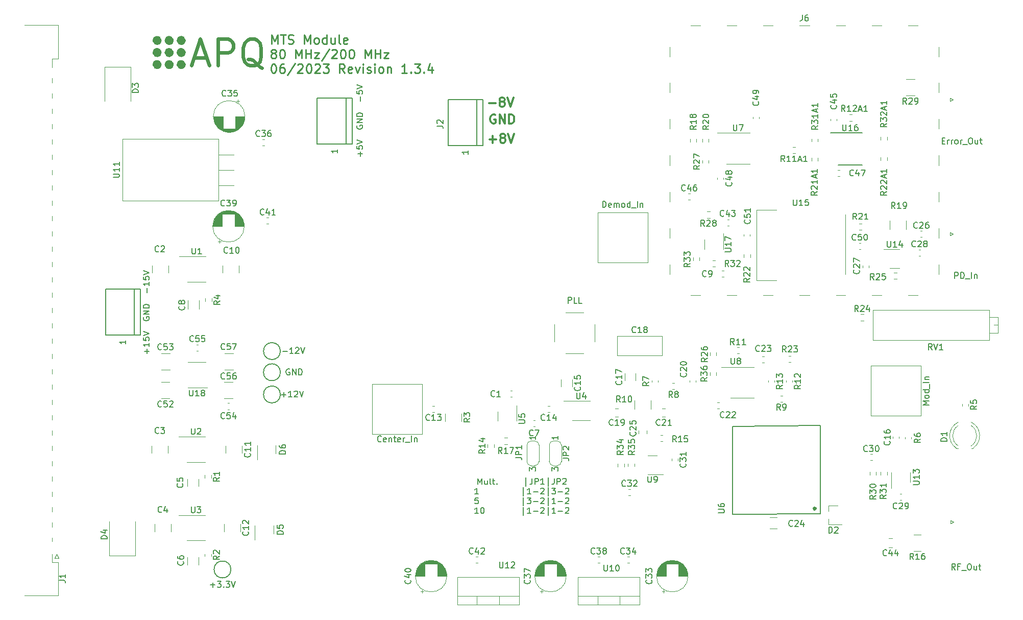
<source format=gbr>
G04 #@! TF.GenerationSoftware,KiCad,Pcbnew,(6.0.7)*
G04 #@! TF.CreationDate,2023-10-17T12:30:30+02:00*
G04 #@! TF.ProjectId,MTS_module,4d54535f-6d6f-4647-956c-652e6b696361,1.3.4*
G04 #@! TF.SameCoordinates,Original*
G04 #@! TF.FileFunction,Legend,Top*
G04 #@! TF.FilePolarity,Positive*
%FSLAX46Y46*%
G04 Gerber Fmt 4.6, Leading zero omitted, Abs format (unit mm)*
G04 Created by KiCad (PCBNEW (6.0.7)) date 2023-10-17 12:30:30*
%MOMM*%
%LPD*%
G01*
G04 APERTURE LIST*
%ADD10C,0.250000*%
%ADD11C,0.200000*%
%ADD12C,0.300000*%
%ADD13C,0.150000*%
%ADD14C,0.400000*%
%ADD15C,0.600000*%
%ADD16C,0.120000*%
%ADD17C,1.000000*%
G04 APERTURE END LIST*
D10*
X121019642Y-50763571D02*
X121019642Y-49263571D01*
X121519642Y-50335000D01*
X122019642Y-49263571D01*
X122019642Y-50763571D01*
X122519642Y-49263571D02*
X123376785Y-49263571D01*
X122948214Y-50763571D02*
X122948214Y-49263571D01*
X123805357Y-50692142D02*
X124019642Y-50763571D01*
X124376785Y-50763571D01*
X124519642Y-50692142D01*
X124591071Y-50620714D01*
X124662500Y-50477857D01*
X124662500Y-50335000D01*
X124591071Y-50192142D01*
X124519642Y-50120714D01*
X124376785Y-50049285D01*
X124091071Y-49977857D01*
X123948214Y-49906428D01*
X123876785Y-49835000D01*
X123805357Y-49692142D01*
X123805357Y-49549285D01*
X123876785Y-49406428D01*
X123948214Y-49335000D01*
X124091071Y-49263571D01*
X124448214Y-49263571D01*
X124662500Y-49335000D01*
X126448214Y-50763571D02*
X126448214Y-49263571D01*
X126948214Y-50335000D01*
X127448214Y-49263571D01*
X127448214Y-50763571D01*
X128376785Y-50763571D02*
X128233928Y-50692142D01*
X128162500Y-50620714D01*
X128091071Y-50477857D01*
X128091071Y-50049285D01*
X128162500Y-49906428D01*
X128233928Y-49835000D01*
X128376785Y-49763571D01*
X128591071Y-49763571D01*
X128733928Y-49835000D01*
X128805357Y-49906428D01*
X128876785Y-50049285D01*
X128876785Y-50477857D01*
X128805357Y-50620714D01*
X128733928Y-50692142D01*
X128591071Y-50763571D01*
X128376785Y-50763571D01*
X130162500Y-50763571D02*
X130162500Y-49263571D01*
X130162500Y-50692142D02*
X130019642Y-50763571D01*
X129733928Y-50763571D01*
X129591071Y-50692142D01*
X129519642Y-50620714D01*
X129448214Y-50477857D01*
X129448214Y-50049285D01*
X129519642Y-49906428D01*
X129591071Y-49835000D01*
X129733928Y-49763571D01*
X130019642Y-49763571D01*
X130162500Y-49835000D01*
X131519642Y-49763571D02*
X131519642Y-50763571D01*
X130876785Y-49763571D02*
X130876785Y-50549285D01*
X130948214Y-50692142D01*
X131091071Y-50763571D01*
X131305357Y-50763571D01*
X131448214Y-50692142D01*
X131519642Y-50620714D01*
X132448214Y-50763571D02*
X132305357Y-50692142D01*
X132233928Y-50549285D01*
X132233928Y-49263571D01*
X133591071Y-50692142D02*
X133448214Y-50763571D01*
X133162500Y-50763571D01*
X133019642Y-50692142D01*
X132948214Y-50549285D01*
X132948214Y-49977857D01*
X133019642Y-49835000D01*
X133162500Y-49763571D01*
X133448214Y-49763571D01*
X133591071Y-49835000D01*
X133662500Y-49977857D01*
X133662500Y-50120714D01*
X132948214Y-50263571D01*
X121233928Y-52321428D02*
X121091071Y-52250000D01*
X121019642Y-52178571D01*
X120948214Y-52035714D01*
X120948214Y-51964285D01*
X121019642Y-51821428D01*
X121091071Y-51750000D01*
X121233928Y-51678571D01*
X121519642Y-51678571D01*
X121662500Y-51750000D01*
X121733928Y-51821428D01*
X121805357Y-51964285D01*
X121805357Y-52035714D01*
X121733928Y-52178571D01*
X121662500Y-52250000D01*
X121519642Y-52321428D01*
X121233928Y-52321428D01*
X121091071Y-52392857D01*
X121019642Y-52464285D01*
X120948214Y-52607142D01*
X120948214Y-52892857D01*
X121019642Y-53035714D01*
X121091071Y-53107142D01*
X121233928Y-53178571D01*
X121519642Y-53178571D01*
X121662500Y-53107142D01*
X121733928Y-53035714D01*
X121805357Y-52892857D01*
X121805357Y-52607142D01*
X121733928Y-52464285D01*
X121662500Y-52392857D01*
X121519642Y-52321428D01*
X122733928Y-51678571D02*
X122876785Y-51678571D01*
X123019642Y-51750000D01*
X123091071Y-51821428D01*
X123162500Y-51964285D01*
X123233928Y-52250000D01*
X123233928Y-52607142D01*
X123162500Y-52892857D01*
X123091071Y-53035714D01*
X123019642Y-53107142D01*
X122876785Y-53178571D01*
X122733928Y-53178571D01*
X122591071Y-53107142D01*
X122519642Y-53035714D01*
X122448214Y-52892857D01*
X122376785Y-52607142D01*
X122376785Y-52250000D01*
X122448214Y-51964285D01*
X122519642Y-51821428D01*
X122591071Y-51750000D01*
X122733928Y-51678571D01*
X125019642Y-53178571D02*
X125019642Y-51678571D01*
X125519642Y-52750000D01*
X126019642Y-51678571D01*
X126019642Y-53178571D01*
X126733928Y-53178571D02*
X126733928Y-51678571D01*
X126733928Y-52392857D02*
X127591071Y-52392857D01*
X127591071Y-53178571D02*
X127591071Y-51678571D01*
X128162500Y-52178571D02*
X128948214Y-52178571D01*
X128162500Y-53178571D01*
X128948214Y-53178571D01*
X130591071Y-51607142D02*
X129305357Y-53535714D01*
X131019642Y-51821428D02*
X131091071Y-51750000D01*
X131233928Y-51678571D01*
X131591071Y-51678571D01*
X131733928Y-51750000D01*
X131805357Y-51821428D01*
X131876785Y-51964285D01*
X131876785Y-52107142D01*
X131805357Y-52321428D01*
X130948214Y-53178571D01*
X131876785Y-53178571D01*
X132805357Y-51678571D02*
X132948214Y-51678571D01*
X133091071Y-51750000D01*
X133162500Y-51821428D01*
X133233928Y-51964285D01*
X133305357Y-52250000D01*
X133305357Y-52607142D01*
X133233928Y-52892857D01*
X133162500Y-53035714D01*
X133091071Y-53107142D01*
X132948214Y-53178571D01*
X132805357Y-53178571D01*
X132662500Y-53107142D01*
X132591071Y-53035714D01*
X132519642Y-52892857D01*
X132448214Y-52607142D01*
X132448214Y-52250000D01*
X132519642Y-51964285D01*
X132591071Y-51821428D01*
X132662500Y-51750000D01*
X132805357Y-51678571D01*
X134233928Y-51678571D02*
X134376785Y-51678571D01*
X134519642Y-51750000D01*
X134591071Y-51821428D01*
X134662500Y-51964285D01*
X134733928Y-52250000D01*
X134733928Y-52607142D01*
X134662500Y-52892857D01*
X134591071Y-53035714D01*
X134519642Y-53107142D01*
X134376785Y-53178571D01*
X134233928Y-53178571D01*
X134091071Y-53107142D01*
X134019642Y-53035714D01*
X133948214Y-52892857D01*
X133876785Y-52607142D01*
X133876785Y-52250000D01*
X133948214Y-51964285D01*
X134019642Y-51821428D01*
X134091071Y-51750000D01*
X134233928Y-51678571D01*
X136519642Y-53178571D02*
X136519642Y-51678571D01*
X137019642Y-52750000D01*
X137519642Y-51678571D01*
X137519642Y-53178571D01*
X138233928Y-53178571D02*
X138233928Y-51678571D01*
X138233928Y-52392857D02*
X139091071Y-52392857D01*
X139091071Y-53178571D02*
X139091071Y-51678571D01*
X139662500Y-52178571D02*
X140448214Y-52178571D01*
X139662500Y-53178571D01*
X140448214Y-53178571D01*
X121305357Y-54093571D02*
X121448214Y-54093571D01*
X121591071Y-54165000D01*
X121662500Y-54236428D01*
X121733928Y-54379285D01*
X121805357Y-54665000D01*
X121805357Y-55022142D01*
X121733928Y-55307857D01*
X121662500Y-55450714D01*
X121591071Y-55522142D01*
X121448214Y-55593571D01*
X121305357Y-55593571D01*
X121162500Y-55522142D01*
X121091071Y-55450714D01*
X121019642Y-55307857D01*
X120948214Y-55022142D01*
X120948214Y-54665000D01*
X121019642Y-54379285D01*
X121091071Y-54236428D01*
X121162500Y-54165000D01*
X121305357Y-54093571D01*
X123091071Y-54093571D02*
X122805357Y-54093571D01*
X122662500Y-54165000D01*
X122591071Y-54236428D01*
X122448214Y-54450714D01*
X122376785Y-54736428D01*
X122376785Y-55307857D01*
X122448214Y-55450714D01*
X122519642Y-55522142D01*
X122662500Y-55593571D01*
X122948214Y-55593571D01*
X123091071Y-55522142D01*
X123162500Y-55450714D01*
X123233928Y-55307857D01*
X123233928Y-54950714D01*
X123162500Y-54807857D01*
X123091071Y-54736428D01*
X122948214Y-54665000D01*
X122662500Y-54665000D01*
X122519642Y-54736428D01*
X122448214Y-54807857D01*
X122376785Y-54950714D01*
X124948214Y-54022142D02*
X123662500Y-55950714D01*
X125376785Y-54236428D02*
X125448214Y-54165000D01*
X125591071Y-54093571D01*
X125948214Y-54093571D01*
X126091071Y-54165000D01*
X126162500Y-54236428D01*
X126233928Y-54379285D01*
X126233928Y-54522142D01*
X126162500Y-54736428D01*
X125305357Y-55593571D01*
X126233928Y-55593571D01*
X127162500Y-54093571D02*
X127305357Y-54093571D01*
X127448214Y-54165000D01*
X127519642Y-54236428D01*
X127591071Y-54379285D01*
X127662500Y-54665000D01*
X127662500Y-55022142D01*
X127591071Y-55307857D01*
X127519642Y-55450714D01*
X127448214Y-55522142D01*
X127305357Y-55593571D01*
X127162500Y-55593571D01*
X127019642Y-55522142D01*
X126948214Y-55450714D01*
X126876785Y-55307857D01*
X126805357Y-55022142D01*
X126805357Y-54665000D01*
X126876785Y-54379285D01*
X126948214Y-54236428D01*
X127019642Y-54165000D01*
X127162500Y-54093571D01*
X128233928Y-54236428D02*
X128305357Y-54165000D01*
X128448214Y-54093571D01*
X128805357Y-54093571D01*
X128948214Y-54165000D01*
X129019642Y-54236428D01*
X129091071Y-54379285D01*
X129091071Y-54522142D01*
X129019642Y-54736428D01*
X128162500Y-55593571D01*
X129091071Y-55593571D01*
X129591071Y-54093571D02*
X130519642Y-54093571D01*
X130019642Y-54665000D01*
X130233928Y-54665000D01*
X130376785Y-54736428D01*
X130448214Y-54807857D01*
X130519642Y-54950714D01*
X130519642Y-55307857D01*
X130448214Y-55450714D01*
X130376785Y-55522142D01*
X130233928Y-55593571D01*
X129805357Y-55593571D01*
X129662500Y-55522142D01*
X129591071Y-55450714D01*
X133162500Y-55593571D02*
X132662500Y-54879285D01*
X132305357Y-55593571D02*
X132305357Y-54093571D01*
X132876785Y-54093571D01*
X133019642Y-54165000D01*
X133091071Y-54236428D01*
X133162500Y-54379285D01*
X133162500Y-54593571D01*
X133091071Y-54736428D01*
X133019642Y-54807857D01*
X132876785Y-54879285D01*
X132305357Y-54879285D01*
X134376785Y-55522142D02*
X134233928Y-55593571D01*
X133948214Y-55593571D01*
X133805357Y-55522142D01*
X133733928Y-55379285D01*
X133733928Y-54807857D01*
X133805357Y-54665000D01*
X133948214Y-54593571D01*
X134233928Y-54593571D01*
X134376785Y-54665000D01*
X134448214Y-54807857D01*
X134448214Y-54950714D01*
X133733928Y-55093571D01*
X134948214Y-54593571D02*
X135305357Y-55593571D01*
X135662500Y-54593571D01*
X136233928Y-55593571D02*
X136233928Y-54593571D01*
X136233928Y-54093571D02*
X136162500Y-54165000D01*
X136233928Y-54236428D01*
X136305357Y-54165000D01*
X136233928Y-54093571D01*
X136233928Y-54236428D01*
X136876785Y-55522142D02*
X137019642Y-55593571D01*
X137305357Y-55593571D01*
X137448214Y-55522142D01*
X137519642Y-55379285D01*
X137519642Y-55307857D01*
X137448214Y-55165000D01*
X137305357Y-55093571D01*
X137091071Y-55093571D01*
X136948214Y-55022142D01*
X136876785Y-54879285D01*
X136876785Y-54807857D01*
X136948214Y-54665000D01*
X137091071Y-54593571D01*
X137305357Y-54593571D01*
X137448214Y-54665000D01*
X138162500Y-55593571D02*
X138162500Y-54593571D01*
X138162500Y-54093571D02*
X138091071Y-54165000D01*
X138162500Y-54236428D01*
X138233928Y-54165000D01*
X138162500Y-54093571D01*
X138162500Y-54236428D01*
X139091071Y-55593571D02*
X138948214Y-55522142D01*
X138876785Y-55450714D01*
X138805357Y-55307857D01*
X138805357Y-54879285D01*
X138876785Y-54736428D01*
X138948214Y-54665000D01*
X139091071Y-54593571D01*
X139305357Y-54593571D01*
X139448214Y-54665000D01*
X139519642Y-54736428D01*
X139591071Y-54879285D01*
X139591071Y-55307857D01*
X139519642Y-55450714D01*
X139448214Y-55522142D01*
X139305357Y-55593571D01*
X139091071Y-55593571D01*
X140233928Y-54593571D02*
X140233928Y-55593571D01*
X140233928Y-54736428D02*
X140305357Y-54665000D01*
X140448214Y-54593571D01*
X140662500Y-54593571D01*
X140805357Y-54665000D01*
X140876785Y-54807857D01*
X140876785Y-55593571D01*
X143519642Y-55593571D02*
X142662500Y-55593571D01*
X143091071Y-55593571D02*
X143091071Y-54093571D01*
X142948214Y-54307857D01*
X142805357Y-54450714D01*
X142662500Y-54522142D01*
X144162500Y-55450714D02*
X144233928Y-55522142D01*
X144162500Y-55593571D01*
X144091071Y-55522142D01*
X144162500Y-55450714D01*
X144162500Y-55593571D01*
X144733928Y-54093571D02*
X145662500Y-54093571D01*
X145162500Y-54665000D01*
X145376785Y-54665000D01*
X145519642Y-54736428D01*
X145591071Y-54807857D01*
X145662500Y-54950714D01*
X145662500Y-55307857D01*
X145591071Y-55450714D01*
X145519642Y-55522142D01*
X145376785Y-55593571D01*
X144948214Y-55593571D01*
X144805357Y-55522142D01*
X144733928Y-55450714D01*
X146305357Y-55450714D02*
X146376785Y-55522142D01*
X146305357Y-55593571D01*
X146233928Y-55522142D01*
X146305357Y-55450714D01*
X146305357Y-55593571D01*
X147662500Y-54593571D02*
X147662500Y-55593571D01*
X147305357Y-54022142D02*
X146948214Y-55093571D01*
X147876785Y-55093571D01*
D11*
X155245609Y-123792780D02*
X155245609Y-122792780D01*
X155578942Y-123507066D01*
X155912276Y-122792780D01*
X155912276Y-123792780D01*
X156817038Y-123126114D02*
X156817038Y-123792780D01*
X156388466Y-123126114D02*
X156388466Y-123649923D01*
X156436085Y-123745161D01*
X156531323Y-123792780D01*
X156674180Y-123792780D01*
X156769419Y-123745161D01*
X156817038Y-123697542D01*
X157436085Y-123792780D02*
X157340847Y-123745161D01*
X157293228Y-123649923D01*
X157293228Y-122792780D01*
X157674180Y-123126114D02*
X158055133Y-123126114D01*
X157817038Y-122792780D02*
X157817038Y-123649923D01*
X157864657Y-123745161D01*
X157959895Y-123792780D01*
X158055133Y-123792780D01*
X158388466Y-123697542D02*
X158436085Y-123745161D01*
X158388466Y-123792780D01*
X158340847Y-123745161D01*
X158388466Y-123697542D01*
X158388466Y-123792780D01*
X163245609Y-124126114D02*
X163245609Y-122697542D01*
X164245609Y-122792780D02*
X164245609Y-123507066D01*
X164197990Y-123649923D01*
X164102752Y-123745161D01*
X163959895Y-123792780D01*
X163864657Y-123792780D01*
X164721800Y-123792780D02*
X164721800Y-122792780D01*
X165102752Y-122792780D01*
X165197990Y-122840400D01*
X165245609Y-122888019D01*
X165293228Y-122983257D01*
X165293228Y-123126114D01*
X165245609Y-123221352D01*
X165197990Y-123268971D01*
X165102752Y-123316590D01*
X164721800Y-123316590D01*
X166245609Y-123792780D02*
X165674180Y-123792780D01*
X165959895Y-123792780D02*
X165959895Y-122792780D01*
X165864657Y-122935638D01*
X165769419Y-123030876D01*
X165674180Y-123078495D01*
X166912276Y-124126114D02*
X166912276Y-122697542D01*
X167912276Y-122792780D02*
X167912276Y-123507066D01*
X167864657Y-123649923D01*
X167769419Y-123745161D01*
X167626561Y-123792780D01*
X167531323Y-123792780D01*
X168388466Y-123792780D02*
X168388466Y-122792780D01*
X168769419Y-122792780D01*
X168864657Y-122840400D01*
X168912276Y-122888019D01*
X168959895Y-122983257D01*
X168959895Y-123126114D01*
X168912276Y-123221352D01*
X168864657Y-123268971D01*
X168769419Y-123316590D01*
X168388466Y-123316590D01*
X169340847Y-122888019D02*
X169388466Y-122840400D01*
X169483704Y-122792780D01*
X169721800Y-122792780D01*
X169817038Y-122840400D01*
X169864657Y-122888019D01*
X169912276Y-122983257D01*
X169912276Y-123078495D01*
X169864657Y-123221352D01*
X169293228Y-123792780D01*
X169912276Y-123792780D01*
X155340847Y-125402780D02*
X154769419Y-125402780D01*
X155055133Y-125402780D02*
X155055133Y-124402780D01*
X154959895Y-124545638D01*
X154864657Y-124640876D01*
X154769419Y-124688495D01*
X162817038Y-125736114D02*
X162817038Y-124307542D01*
X164055133Y-125402780D02*
X163483704Y-125402780D01*
X163769419Y-125402780D02*
X163769419Y-124402780D01*
X163674180Y-124545638D01*
X163578942Y-124640876D01*
X163483704Y-124688495D01*
X164483704Y-125021828D02*
X165245609Y-125021828D01*
X165674180Y-124498019D02*
X165721800Y-124450400D01*
X165817038Y-124402780D01*
X166055133Y-124402780D01*
X166150371Y-124450400D01*
X166197990Y-124498019D01*
X166245609Y-124593257D01*
X166245609Y-124688495D01*
X166197990Y-124831352D01*
X165626561Y-125402780D01*
X166245609Y-125402780D01*
X166912276Y-125736114D02*
X166912276Y-124307542D01*
X167531323Y-124402780D02*
X168150371Y-124402780D01*
X167817038Y-124783733D01*
X167959895Y-124783733D01*
X168055133Y-124831352D01*
X168102752Y-124878971D01*
X168150371Y-124974209D01*
X168150371Y-125212304D01*
X168102752Y-125307542D01*
X168055133Y-125355161D01*
X167959895Y-125402780D01*
X167674180Y-125402780D01*
X167578942Y-125355161D01*
X167531323Y-125307542D01*
X168578942Y-125021828D02*
X169340847Y-125021828D01*
X169769419Y-124498019D02*
X169817038Y-124450400D01*
X169912276Y-124402780D01*
X170150371Y-124402780D01*
X170245609Y-124450400D01*
X170293228Y-124498019D01*
X170340847Y-124593257D01*
X170340847Y-124688495D01*
X170293228Y-124831352D01*
X169721800Y-125402780D01*
X170340847Y-125402780D01*
X155293228Y-126012780D02*
X154817038Y-126012780D01*
X154769419Y-126488971D01*
X154817038Y-126441352D01*
X154912276Y-126393733D01*
X155150371Y-126393733D01*
X155245609Y-126441352D01*
X155293228Y-126488971D01*
X155340847Y-126584209D01*
X155340847Y-126822304D01*
X155293228Y-126917542D01*
X155245609Y-126965161D01*
X155150371Y-127012780D01*
X154912276Y-127012780D01*
X154817038Y-126965161D01*
X154769419Y-126917542D01*
X162817038Y-127346114D02*
X162817038Y-125917542D01*
X163436085Y-126012780D02*
X164055133Y-126012780D01*
X163721800Y-126393733D01*
X163864657Y-126393733D01*
X163959895Y-126441352D01*
X164007514Y-126488971D01*
X164055133Y-126584209D01*
X164055133Y-126822304D01*
X164007514Y-126917542D01*
X163959895Y-126965161D01*
X163864657Y-127012780D01*
X163578942Y-127012780D01*
X163483704Y-126965161D01*
X163436085Y-126917542D01*
X164483704Y-126631828D02*
X165245609Y-126631828D01*
X165674180Y-126108019D02*
X165721800Y-126060400D01*
X165817038Y-126012780D01*
X166055133Y-126012780D01*
X166150371Y-126060400D01*
X166197990Y-126108019D01*
X166245609Y-126203257D01*
X166245609Y-126298495D01*
X166197990Y-126441352D01*
X165626561Y-127012780D01*
X166245609Y-127012780D01*
X166912276Y-127346114D02*
X166912276Y-125917542D01*
X168150371Y-127012780D02*
X167578942Y-127012780D01*
X167864657Y-127012780D02*
X167864657Y-126012780D01*
X167769419Y-126155638D01*
X167674180Y-126250876D01*
X167578942Y-126298495D01*
X168578942Y-126631828D02*
X169340847Y-126631828D01*
X169769419Y-126108019D02*
X169817038Y-126060400D01*
X169912276Y-126012780D01*
X170150371Y-126012780D01*
X170245609Y-126060400D01*
X170293228Y-126108019D01*
X170340847Y-126203257D01*
X170340847Y-126298495D01*
X170293228Y-126441352D01*
X169721800Y-127012780D01*
X170340847Y-127012780D01*
X155340847Y-128622780D02*
X154769419Y-128622780D01*
X155055133Y-128622780D02*
X155055133Y-127622780D01*
X154959895Y-127765638D01*
X154864657Y-127860876D01*
X154769419Y-127908495D01*
X155959895Y-127622780D02*
X156055133Y-127622780D01*
X156150371Y-127670400D01*
X156197990Y-127718019D01*
X156245609Y-127813257D01*
X156293228Y-128003733D01*
X156293228Y-128241828D01*
X156245609Y-128432304D01*
X156197990Y-128527542D01*
X156150371Y-128575161D01*
X156055133Y-128622780D01*
X155959895Y-128622780D01*
X155864657Y-128575161D01*
X155817038Y-128527542D01*
X155769419Y-128432304D01*
X155721800Y-128241828D01*
X155721800Y-128003733D01*
X155769419Y-127813257D01*
X155817038Y-127718019D01*
X155864657Y-127670400D01*
X155959895Y-127622780D01*
X162817038Y-128956114D02*
X162817038Y-127527542D01*
X164055133Y-128622780D02*
X163483704Y-128622780D01*
X163769419Y-128622780D02*
X163769419Y-127622780D01*
X163674180Y-127765638D01*
X163578942Y-127860876D01*
X163483704Y-127908495D01*
X164483704Y-128241828D02*
X165245609Y-128241828D01*
X165674180Y-127718019D02*
X165721800Y-127670400D01*
X165817038Y-127622780D01*
X166055133Y-127622780D01*
X166150371Y-127670400D01*
X166197990Y-127718019D01*
X166245609Y-127813257D01*
X166245609Y-127908495D01*
X166197990Y-128051352D01*
X165626561Y-128622780D01*
X166245609Y-128622780D01*
X166912276Y-128956114D02*
X166912276Y-127527542D01*
X168150371Y-128622780D02*
X167578942Y-128622780D01*
X167864657Y-128622780D02*
X167864657Y-127622780D01*
X167769419Y-127765638D01*
X167674180Y-127860876D01*
X167578942Y-127908495D01*
X168578942Y-128241828D02*
X169340847Y-128241828D01*
X169769419Y-127718019D02*
X169817038Y-127670400D01*
X169912276Y-127622780D01*
X170150371Y-127622780D01*
X170245609Y-127670400D01*
X170293228Y-127718019D01*
X170340847Y-127813257D01*
X170340847Y-127908495D01*
X170293228Y-128051352D01*
X169721800Y-128622780D01*
X170340847Y-128622780D01*
D12*
X157171428Y-66607142D02*
X158314285Y-66607142D01*
X157742857Y-67178571D02*
X157742857Y-66035714D01*
X159242857Y-66321428D02*
X159100000Y-66250000D01*
X159028571Y-66178571D01*
X158957142Y-66035714D01*
X158957142Y-65964285D01*
X159028571Y-65821428D01*
X159100000Y-65750000D01*
X159242857Y-65678571D01*
X159528571Y-65678571D01*
X159671428Y-65750000D01*
X159742857Y-65821428D01*
X159814285Y-65964285D01*
X159814285Y-66035714D01*
X159742857Y-66178571D01*
X159671428Y-66250000D01*
X159528571Y-66321428D01*
X159242857Y-66321428D01*
X159100000Y-66392857D01*
X159028571Y-66464285D01*
X158957142Y-66607142D01*
X158957142Y-66892857D01*
X159028571Y-67035714D01*
X159100000Y-67107142D01*
X159242857Y-67178571D01*
X159528571Y-67178571D01*
X159671428Y-67107142D01*
X159742857Y-67035714D01*
X159814285Y-66892857D01*
X159814285Y-66607142D01*
X159742857Y-66464285D01*
X159671428Y-66392857D01*
X159528571Y-66321428D01*
X160242857Y-65678571D02*
X160742857Y-67178571D01*
X161242857Y-65678571D01*
X157071428Y-60607142D02*
X158214285Y-60607142D01*
X159142857Y-60321428D02*
X159000000Y-60250000D01*
X158928571Y-60178571D01*
X158857142Y-60035714D01*
X158857142Y-59964285D01*
X158928571Y-59821428D01*
X159000000Y-59750000D01*
X159142857Y-59678571D01*
X159428571Y-59678571D01*
X159571428Y-59750000D01*
X159642857Y-59821428D01*
X159714285Y-59964285D01*
X159714285Y-60035714D01*
X159642857Y-60178571D01*
X159571428Y-60250000D01*
X159428571Y-60321428D01*
X159142857Y-60321428D01*
X159000000Y-60392857D01*
X158928571Y-60464285D01*
X158857142Y-60607142D01*
X158857142Y-60892857D01*
X158928571Y-61035714D01*
X159000000Y-61107142D01*
X159142857Y-61178571D01*
X159428571Y-61178571D01*
X159571428Y-61107142D01*
X159642857Y-61035714D01*
X159714285Y-60892857D01*
X159714285Y-60607142D01*
X159642857Y-60464285D01*
X159571428Y-60392857D01*
X159428571Y-60321428D01*
X160142857Y-59678571D02*
X160642857Y-61178571D01*
X161142857Y-59678571D01*
X158157142Y-62550000D02*
X158014285Y-62478571D01*
X157800000Y-62478571D01*
X157585714Y-62550000D01*
X157442857Y-62692857D01*
X157371428Y-62835714D01*
X157300000Y-63121428D01*
X157300000Y-63335714D01*
X157371428Y-63621428D01*
X157442857Y-63764285D01*
X157585714Y-63907142D01*
X157800000Y-63978571D01*
X157942857Y-63978571D01*
X158157142Y-63907142D01*
X158228571Y-63835714D01*
X158228571Y-63335714D01*
X157942857Y-63335714D01*
X158871428Y-63978571D02*
X158871428Y-62478571D01*
X159728571Y-63978571D01*
X159728571Y-62478571D01*
X160442857Y-63978571D02*
X160442857Y-62478571D01*
X160800000Y-62478571D01*
X161014285Y-62550000D01*
X161157142Y-62692857D01*
X161228571Y-62835714D01*
X161300000Y-63121428D01*
X161300000Y-63335714D01*
X161228571Y-63621428D01*
X161157142Y-63764285D01*
X161014285Y-63907142D01*
X160800000Y-63978571D01*
X160442857Y-63978571D01*
D13*
X85852380Y-139713333D02*
X86566666Y-139713333D01*
X86709523Y-139760952D01*
X86804761Y-139856190D01*
X86852380Y-139999047D01*
X86852380Y-140094285D01*
X86852380Y-138713333D02*
X86852380Y-139284761D01*
X86852380Y-138999047D02*
X85852380Y-138999047D01*
X85995238Y-139094285D01*
X86090476Y-139189523D01*
X86138095Y-139284761D01*
X102333333Y-115257142D02*
X102285714Y-115304761D01*
X102142857Y-115352380D01*
X102047619Y-115352380D01*
X101904761Y-115304761D01*
X101809523Y-115209523D01*
X101761904Y-115114285D01*
X101714285Y-114923809D01*
X101714285Y-114780952D01*
X101761904Y-114590476D01*
X101809523Y-114495238D01*
X101904761Y-114400000D01*
X102047619Y-114352380D01*
X102142857Y-114352380D01*
X102285714Y-114400000D01*
X102333333Y-114447619D01*
X102666666Y-114352380D02*
X103285714Y-114352380D01*
X102952380Y-114733333D01*
X103095238Y-114733333D01*
X103190476Y-114780952D01*
X103238095Y-114828571D01*
X103285714Y-114923809D01*
X103285714Y-115161904D01*
X103238095Y-115257142D01*
X103190476Y-115304761D01*
X103095238Y-115352380D01*
X102809523Y-115352380D01*
X102714285Y-115304761D01*
X102666666Y-115257142D01*
X102833333Y-128357142D02*
X102785714Y-128404761D01*
X102642857Y-128452380D01*
X102547619Y-128452380D01*
X102404761Y-128404761D01*
X102309523Y-128309523D01*
X102261904Y-128214285D01*
X102214285Y-128023809D01*
X102214285Y-127880952D01*
X102261904Y-127690476D01*
X102309523Y-127595238D01*
X102404761Y-127500000D01*
X102547619Y-127452380D01*
X102642857Y-127452380D01*
X102785714Y-127500000D01*
X102833333Y-127547619D01*
X103690476Y-127785714D02*
X103690476Y-128452380D01*
X103452380Y-127404761D02*
X103214285Y-128119047D01*
X103833333Y-128119047D01*
X106257142Y-123666666D02*
X106304761Y-123714285D01*
X106352380Y-123857142D01*
X106352380Y-123952380D01*
X106304761Y-124095238D01*
X106209523Y-124190476D01*
X106114285Y-124238095D01*
X105923809Y-124285714D01*
X105780952Y-124285714D01*
X105590476Y-124238095D01*
X105495238Y-124190476D01*
X105400000Y-124095238D01*
X105352380Y-123952380D01*
X105352380Y-123857142D01*
X105400000Y-123714285D01*
X105447619Y-123666666D01*
X105352380Y-122761904D02*
X105352380Y-123238095D01*
X105828571Y-123285714D01*
X105780952Y-123238095D01*
X105733333Y-123142857D01*
X105733333Y-122904761D01*
X105780952Y-122809523D01*
X105828571Y-122761904D01*
X105923809Y-122714285D01*
X106161904Y-122714285D01*
X106257142Y-122761904D01*
X106304761Y-122809523D01*
X106352380Y-122904761D01*
X106352380Y-123142857D01*
X106304761Y-123238095D01*
X106257142Y-123285714D01*
X106357142Y-136566666D02*
X106404761Y-136614285D01*
X106452380Y-136757142D01*
X106452380Y-136852380D01*
X106404761Y-136995238D01*
X106309523Y-137090476D01*
X106214285Y-137138095D01*
X106023809Y-137185714D01*
X105880952Y-137185714D01*
X105690476Y-137138095D01*
X105595238Y-137090476D01*
X105500000Y-136995238D01*
X105452380Y-136852380D01*
X105452380Y-136757142D01*
X105500000Y-136614285D01*
X105547619Y-136566666D01*
X105452380Y-135709523D02*
X105452380Y-135900000D01*
X105500000Y-135995238D01*
X105547619Y-136042857D01*
X105690476Y-136138095D01*
X105880952Y-136185714D01*
X106261904Y-136185714D01*
X106357142Y-136138095D01*
X106404761Y-136090476D01*
X106452380Y-135995238D01*
X106452380Y-135804761D01*
X106404761Y-135709523D01*
X106357142Y-135661904D01*
X106261904Y-135614285D01*
X106023809Y-135614285D01*
X105928571Y-135661904D01*
X105880952Y-135709523D01*
X105833333Y-135804761D01*
X105833333Y-135995238D01*
X105880952Y-136090476D01*
X105928571Y-136138095D01*
X106023809Y-136185714D01*
X164433333Y-115657142D02*
X164385714Y-115704761D01*
X164242857Y-115752380D01*
X164147619Y-115752380D01*
X164004761Y-115704761D01*
X163909523Y-115609523D01*
X163861904Y-115514285D01*
X163814285Y-115323809D01*
X163814285Y-115180952D01*
X163861904Y-114990476D01*
X163909523Y-114895238D01*
X164004761Y-114800000D01*
X164147619Y-114752380D01*
X164242857Y-114752380D01*
X164385714Y-114800000D01*
X164433333Y-114847619D01*
X164766666Y-114752380D02*
X165433333Y-114752380D01*
X165004761Y-115752380D01*
X113757142Y-85357142D02*
X113709523Y-85404761D01*
X113566666Y-85452380D01*
X113471428Y-85452380D01*
X113328571Y-85404761D01*
X113233333Y-85309523D01*
X113185714Y-85214285D01*
X113138095Y-85023809D01*
X113138095Y-84880952D01*
X113185714Y-84690476D01*
X113233333Y-84595238D01*
X113328571Y-84500000D01*
X113471428Y-84452380D01*
X113566666Y-84452380D01*
X113709523Y-84500000D01*
X113757142Y-84547619D01*
X114709523Y-85452380D02*
X114138095Y-85452380D01*
X114423809Y-85452380D02*
X114423809Y-84452380D01*
X114328571Y-84595238D01*
X114233333Y-84690476D01*
X114138095Y-84738095D01*
X115328571Y-84452380D02*
X115423809Y-84452380D01*
X115519047Y-84500000D01*
X115566666Y-84547619D01*
X115614285Y-84642857D01*
X115661904Y-84833333D01*
X115661904Y-85071428D01*
X115614285Y-85261904D01*
X115566666Y-85357142D01*
X115519047Y-85404761D01*
X115423809Y-85452380D01*
X115328571Y-85452380D01*
X115233333Y-85404761D01*
X115185714Y-85357142D01*
X115138095Y-85261904D01*
X115090476Y-85071428D01*
X115090476Y-84833333D01*
X115138095Y-84642857D01*
X115185714Y-84547619D01*
X115233333Y-84500000D01*
X115328571Y-84452380D01*
X117437142Y-118642857D02*
X117484761Y-118690476D01*
X117532380Y-118833333D01*
X117532380Y-118928571D01*
X117484761Y-119071428D01*
X117389523Y-119166666D01*
X117294285Y-119214285D01*
X117103809Y-119261904D01*
X116960952Y-119261904D01*
X116770476Y-119214285D01*
X116675238Y-119166666D01*
X116580000Y-119071428D01*
X116532380Y-118928571D01*
X116532380Y-118833333D01*
X116580000Y-118690476D01*
X116627619Y-118642857D01*
X117532380Y-117690476D02*
X117532380Y-118261904D01*
X117532380Y-117976190D02*
X116532380Y-117976190D01*
X116675238Y-118071428D01*
X116770476Y-118166666D01*
X116818095Y-118261904D01*
X117532380Y-116738095D02*
X117532380Y-117309523D01*
X117532380Y-117023809D02*
X116532380Y-117023809D01*
X116675238Y-117119047D01*
X116770476Y-117214285D01*
X116818095Y-117309523D01*
X117137142Y-131642857D02*
X117184761Y-131690476D01*
X117232380Y-131833333D01*
X117232380Y-131928571D01*
X117184761Y-132071428D01*
X117089523Y-132166666D01*
X116994285Y-132214285D01*
X116803809Y-132261904D01*
X116660952Y-132261904D01*
X116470476Y-132214285D01*
X116375238Y-132166666D01*
X116280000Y-132071428D01*
X116232380Y-131928571D01*
X116232380Y-131833333D01*
X116280000Y-131690476D01*
X116327619Y-131642857D01*
X117232380Y-130690476D02*
X117232380Y-131261904D01*
X117232380Y-130976190D02*
X116232380Y-130976190D01*
X116375238Y-131071428D01*
X116470476Y-131166666D01*
X116518095Y-131261904D01*
X116327619Y-130309523D02*
X116280000Y-130261904D01*
X116232380Y-130166666D01*
X116232380Y-129928571D01*
X116280000Y-129833333D01*
X116327619Y-129785714D01*
X116422857Y-129738095D01*
X116518095Y-129738095D01*
X116660952Y-129785714D01*
X117232380Y-130357142D01*
X117232380Y-129738095D01*
X147257142Y-113087142D02*
X147209523Y-113134761D01*
X147066666Y-113182380D01*
X146971428Y-113182380D01*
X146828571Y-113134761D01*
X146733333Y-113039523D01*
X146685714Y-112944285D01*
X146638095Y-112753809D01*
X146638095Y-112610952D01*
X146685714Y-112420476D01*
X146733333Y-112325238D01*
X146828571Y-112230000D01*
X146971428Y-112182380D01*
X147066666Y-112182380D01*
X147209523Y-112230000D01*
X147257142Y-112277619D01*
X148209523Y-113182380D02*
X147638095Y-113182380D01*
X147923809Y-113182380D02*
X147923809Y-112182380D01*
X147828571Y-112325238D01*
X147733333Y-112420476D01*
X147638095Y-112468095D01*
X148542857Y-112182380D02*
X149161904Y-112182380D01*
X148828571Y-112563333D01*
X148971428Y-112563333D01*
X149066666Y-112610952D01*
X149114285Y-112658571D01*
X149161904Y-112753809D01*
X149161904Y-112991904D01*
X149114285Y-113087142D01*
X149066666Y-113134761D01*
X148971428Y-113182380D01*
X148685714Y-113182380D01*
X148590476Y-113134761D01*
X148542857Y-113087142D01*
X166357142Y-113087142D02*
X166309523Y-113134761D01*
X166166666Y-113182380D01*
X166071428Y-113182380D01*
X165928571Y-113134761D01*
X165833333Y-113039523D01*
X165785714Y-112944285D01*
X165738095Y-112753809D01*
X165738095Y-112610952D01*
X165785714Y-112420476D01*
X165833333Y-112325238D01*
X165928571Y-112230000D01*
X166071428Y-112182380D01*
X166166666Y-112182380D01*
X166309523Y-112230000D01*
X166357142Y-112277619D01*
X167309523Y-113182380D02*
X166738095Y-113182380D01*
X167023809Y-113182380D02*
X167023809Y-112182380D01*
X166928571Y-112325238D01*
X166833333Y-112420476D01*
X166738095Y-112468095D01*
X168166666Y-112515714D02*
X168166666Y-113182380D01*
X167928571Y-112134761D02*
X167690476Y-112849047D01*
X168309523Y-112849047D01*
X172177142Y-107642857D02*
X172224761Y-107690476D01*
X172272380Y-107833333D01*
X172272380Y-107928571D01*
X172224761Y-108071428D01*
X172129523Y-108166666D01*
X172034285Y-108214285D01*
X171843809Y-108261904D01*
X171700952Y-108261904D01*
X171510476Y-108214285D01*
X171415238Y-108166666D01*
X171320000Y-108071428D01*
X171272380Y-107928571D01*
X171272380Y-107833333D01*
X171320000Y-107690476D01*
X171367619Y-107642857D01*
X172272380Y-106690476D02*
X172272380Y-107261904D01*
X172272380Y-106976190D02*
X171272380Y-106976190D01*
X171415238Y-107071428D01*
X171510476Y-107166666D01*
X171558095Y-107261904D01*
X171272380Y-105785714D02*
X171272380Y-106261904D01*
X171748571Y-106309523D01*
X171700952Y-106261904D01*
X171653333Y-106166666D01*
X171653333Y-105928571D01*
X171700952Y-105833333D01*
X171748571Y-105785714D01*
X171843809Y-105738095D01*
X172081904Y-105738095D01*
X172177142Y-105785714D01*
X172224761Y-105833333D01*
X172272380Y-105928571D01*
X172272380Y-106166666D01*
X172224761Y-106261904D01*
X172177142Y-106309523D01*
X223527142Y-116642857D02*
X223574761Y-116690476D01*
X223622380Y-116833333D01*
X223622380Y-116928571D01*
X223574761Y-117071428D01*
X223479523Y-117166666D01*
X223384285Y-117214285D01*
X223193809Y-117261904D01*
X223050952Y-117261904D01*
X222860476Y-117214285D01*
X222765238Y-117166666D01*
X222670000Y-117071428D01*
X222622380Y-116928571D01*
X222622380Y-116833333D01*
X222670000Y-116690476D01*
X222717619Y-116642857D01*
X223622380Y-115690476D02*
X223622380Y-116261904D01*
X223622380Y-115976190D02*
X222622380Y-115976190D01*
X222765238Y-116071428D01*
X222860476Y-116166666D01*
X222908095Y-116261904D01*
X222622380Y-114833333D02*
X222622380Y-115023809D01*
X222670000Y-115119047D01*
X222717619Y-115166666D01*
X222860476Y-115261904D01*
X223050952Y-115309523D01*
X223431904Y-115309523D01*
X223527142Y-115261904D01*
X223574761Y-115214285D01*
X223622380Y-115119047D01*
X223622380Y-114928571D01*
X223574761Y-114833333D01*
X223527142Y-114785714D01*
X223431904Y-114738095D01*
X223193809Y-114738095D01*
X223098571Y-114785714D01*
X223050952Y-114833333D01*
X223003333Y-114928571D01*
X223003333Y-115119047D01*
X223050952Y-115214285D01*
X223098571Y-115261904D01*
X223193809Y-115309523D01*
X179037142Y-106642857D02*
X179084761Y-106690476D01*
X179132380Y-106833333D01*
X179132380Y-106928571D01*
X179084761Y-107071428D01*
X178989523Y-107166666D01*
X178894285Y-107214285D01*
X178703809Y-107261904D01*
X178560952Y-107261904D01*
X178370476Y-107214285D01*
X178275238Y-107166666D01*
X178180000Y-107071428D01*
X178132380Y-106928571D01*
X178132380Y-106833333D01*
X178180000Y-106690476D01*
X178227619Y-106642857D01*
X179132380Y-105690476D02*
X179132380Y-106261904D01*
X179132380Y-105976190D02*
X178132380Y-105976190D01*
X178275238Y-106071428D01*
X178370476Y-106166666D01*
X178418095Y-106261904D01*
X178132380Y-105357142D02*
X178132380Y-104690476D01*
X179132380Y-105119047D01*
X181457142Y-98557142D02*
X181409523Y-98604761D01*
X181266666Y-98652380D01*
X181171428Y-98652380D01*
X181028571Y-98604761D01*
X180933333Y-98509523D01*
X180885714Y-98414285D01*
X180838095Y-98223809D01*
X180838095Y-98080952D01*
X180885714Y-97890476D01*
X180933333Y-97795238D01*
X181028571Y-97700000D01*
X181171428Y-97652380D01*
X181266666Y-97652380D01*
X181409523Y-97700000D01*
X181457142Y-97747619D01*
X182409523Y-98652380D02*
X181838095Y-98652380D01*
X182123809Y-98652380D02*
X182123809Y-97652380D01*
X182028571Y-97795238D01*
X181933333Y-97890476D01*
X181838095Y-97938095D01*
X182980952Y-98080952D02*
X182885714Y-98033333D01*
X182838095Y-97985714D01*
X182790476Y-97890476D01*
X182790476Y-97842857D01*
X182838095Y-97747619D01*
X182885714Y-97700000D01*
X182980952Y-97652380D01*
X183171428Y-97652380D01*
X183266666Y-97700000D01*
X183314285Y-97747619D01*
X183361904Y-97842857D01*
X183361904Y-97890476D01*
X183314285Y-97985714D01*
X183266666Y-98033333D01*
X183171428Y-98080952D01*
X182980952Y-98080952D01*
X182885714Y-98128571D01*
X182838095Y-98176190D01*
X182790476Y-98271428D01*
X182790476Y-98461904D01*
X182838095Y-98557142D01*
X182885714Y-98604761D01*
X182980952Y-98652380D01*
X183171428Y-98652380D01*
X183266666Y-98604761D01*
X183314285Y-98557142D01*
X183361904Y-98461904D01*
X183361904Y-98271428D01*
X183314285Y-98176190D01*
X183266666Y-98128571D01*
X183171428Y-98080952D01*
X177657142Y-113907142D02*
X177609523Y-113954761D01*
X177466666Y-114002380D01*
X177371428Y-114002380D01*
X177228571Y-113954761D01*
X177133333Y-113859523D01*
X177085714Y-113764285D01*
X177038095Y-113573809D01*
X177038095Y-113430952D01*
X177085714Y-113240476D01*
X177133333Y-113145238D01*
X177228571Y-113050000D01*
X177371428Y-113002380D01*
X177466666Y-113002380D01*
X177609523Y-113050000D01*
X177657142Y-113097619D01*
X178609523Y-114002380D02*
X178038095Y-114002380D01*
X178323809Y-114002380D02*
X178323809Y-113002380D01*
X178228571Y-113145238D01*
X178133333Y-113240476D01*
X178038095Y-113288095D01*
X179085714Y-114002380D02*
X179276190Y-114002380D01*
X179371428Y-113954761D01*
X179419047Y-113907142D01*
X179514285Y-113764285D01*
X179561904Y-113573809D01*
X179561904Y-113192857D01*
X179514285Y-113097619D01*
X179466666Y-113050000D01*
X179371428Y-113002380D01*
X179180952Y-113002380D01*
X179085714Y-113050000D01*
X179038095Y-113097619D01*
X178990476Y-113192857D01*
X178990476Y-113430952D01*
X179038095Y-113526190D01*
X179085714Y-113573809D01*
X179180952Y-113621428D01*
X179371428Y-113621428D01*
X179466666Y-113573809D01*
X179514285Y-113526190D01*
X179561904Y-113430952D01*
X189757142Y-105342857D02*
X189804761Y-105390476D01*
X189852380Y-105533333D01*
X189852380Y-105628571D01*
X189804761Y-105771428D01*
X189709523Y-105866666D01*
X189614285Y-105914285D01*
X189423809Y-105961904D01*
X189280952Y-105961904D01*
X189090476Y-105914285D01*
X188995238Y-105866666D01*
X188900000Y-105771428D01*
X188852380Y-105628571D01*
X188852380Y-105533333D01*
X188900000Y-105390476D01*
X188947619Y-105342857D01*
X188947619Y-104961904D02*
X188900000Y-104914285D01*
X188852380Y-104819047D01*
X188852380Y-104580952D01*
X188900000Y-104485714D01*
X188947619Y-104438095D01*
X189042857Y-104390476D01*
X189138095Y-104390476D01*
X189280952Y-104438095D01*
X189852380Y-105009523D01*
X189852380Y-104390476D01*
X188852380Y-103771428D02*
X188852380Y-103676190D01*
X188900000Y-103580952D01*
X188947619Y-103533333D01*
X189042857Y-103485714D01*
X189233333Y-103438095D01*
X189471428Y-103438095D01*
X189661904Y-103485714D01*
X189757142Y-103533333D01*
X189804761Y-103580952D01*
X189852380Y-103676190D01*
X189852380Y-103771428D01*
X189804761Y-103866666D01*
X189757142Y-103914285D01*
X189661904Y-103961904D01*
X189471428Y-104009523D01*
X189233333Y-104009523D01*
X189042857Y-103961904D01*
X188947619Y-103914285D01*
X188900000Y-103866666D01*
X188852380Y-103771428D01*
X185457142Y-113907142D02*
X185409523Y-113954761D01*
X185266666Y-114002380D01*
X185171428Y-114002380D01*
X185028571Y-113954761D01*
X184933333Y-113859523D01*
X184885714Y-113764285D01*
X184838095Y-113573809D01*
X184838095Y-113430952D01*
X184885714Y-113240476D01*
X184933333Y-113145238D01*
X185028571Y-113050000D01*
X185171428Y-113002380D01*
X185266666Y-113002380D01*
X185409523Y-113050000D01*
X185457142Y-113097619D01*
X185838095Y-113097619D02*
X185885714Y-113050000D01*
X185980952Y-113002380D01*
X186219047Y-113002380D01*
X186314285Y-113050000D01*
X186361904Y-113097619D01*
X186409523Y-113192857D01*
X186409523Y-113288095D01*
X186361904Y-113430952D01*
X185790476Y-114002380D01*
X186409523Y-114002380D01*
X187361904Y-114002380D02*
X186790476Y-114002380D01*
X187076190Y-114002380D02*
X187076190Y-113002380D01*
X186980952Y-113145238D01*
X186885714Y-113240476D01*
X186790476Y-113288095D01*
X196080042Y-112650342D02*
X196032423Y-112697961D01*
X195889566Y-112745580D01*
X195794328Y-112745580D01*
X195651471Y-112697961D01*
X195556233Y-112602723D01*
X195508614Y-112507485D01*
X195460995Y-112317009D01*
X195460995Y-112174152D01*
X195508614Y-111983676D01*
X195556233Y-111888438D01*
X195651471Y-111793200D01*
X195794328Y-111745580D01*
X195889566Y-111745580D01*
X196032423Y-111793200D01*
X196080042Y-111840819D01*
X196460995Y-111840819D02*
X196508614Y-111793200D01*
X196603852Y-111745580D01*
X196841947Y-111745580D01*
X196937185Y-111793200D01*
X196984804Y-111840819D01*
X197032423Y-111936057D01*
X197032423Y-112031295D01*
X196984804Y-112174152D01*
X196413376Y-112745580D01*
X197032423Y-112745580D01*
X197413376Y-111840819D02*
X197460995Y-111793200D01*
X197556233Y-111745580D01*
X197794328Y-111745580D01*
X197889566Y-111793200D01*
X197937185Y-111840819D01*
X197984804Y-111936057D01*
X197984804Y-112031295D01*
X197937185Y-112174152D01*
X197365757Y-112745580D01*
X197984804Y-112745580D01*
X201957142Y-101657142D02*
X201909523Y-101704761D01*
X201766666Y-101752380D01*
X201671428Y-101752380D01*
X201528571Y-101704761D01*
X201433333Y-101609523D01*
X201385714Y-101514285D01*
X201338095Y-101323809D01*
X201338095Y-101180952D01*
X201385714Y-100990476D01*
X201433333Y-100895238D01*
X201528571Y-100800000D01*
X201671428Y-100752380D01*
X201766666Y-100752380D01*
X201909523Y-100800000D01*
X201957142Y-100847619D01*
X202338095Y-100847619D02*
X202385714Y-100800000D01*
X202480952Y-100752380D01*
X202719047Y-100752380D01*
X202814285Y-100800000D01*
X202861904Y-100847619D01*
X202909523Y-100942857D01*
X202909523Y-101038095D01*
X202861904Y-101180952D01*
X202290476Y-101752380D01*
X202909523Y-101752380D01*
X203242857Y-100752380D02*
X203861904Y-100752380D01*
X203528571Y-101133333D01*
X203671428Y-101133333D01*
X203766666Y-101180952D01*
X203814285Y-101228571D01*
X203861904Y-101323809D01*
X203861904Y-101561904D01*
X203814285Y-101657142D01*
X203766666Y-101704761D01*
X203671428Y-101752380D01*
X203385714Y-101752380D01*
X203290476Y-101704761D01*
X203242857Y-101657142D01*
X181357142Y-115142857D02*
X181404761Y-115190476D01*
X181452380Y-115333333D01*
X181452380Y-115428571D01*
X181404761Y-115571428D01*
X181309523Y-115666666D01*
X181214285Y-115714285D01*
X181023809Y-115761904D01*
X180880952Y-115761904D01*
X180690476Y-115714285D01*
X180595238Y-115666666D01*
X180500000Y-115571428D01*
X180452380Y-115428571D01*
X180452380Y-115333333D01*
X180500000Y-115190476D01*
X180547619Y-115142857D01*
X180547619Y-114761904D02*
X180500000Y-114714285D01*
X180452380Y-114619047D01*
X180452380Y-114380952D01*
X180500000Y-114285714D01*
X180547619Y-114238095D01*
X180642857Y-114190476D01*
X180738095Y-114190476D01*
X180880952Y-114238095D01*
X181452380Y-114809523D01*
X181452380Y-114190476D01*
X180452380Y-113285714D02*
X180452380Y-113761904D01*
X180928571Y-113809523D01*
X180880952Y-113761904D01*
X180833333Y-113666666D01*
X180833333Y-113428571D01*
X180880952Y-113333333D01*
X180928571Y-113285714D01*
X181023809Y-113238095D01*
X181261904Y-113238095D01*
X181357142Y-113285714D01*
X181404761Y-113333333D01*
X181452380Y-113428571D01*
X181452380Y-113666666D01*
X181404761Y-113761904D01*
X181357142Y-113809523D01*
X224757142Y-127757142D02*
X224709523Y-127804761D01*
X224566666Y-127852380D01*
X224471428Y-127852380D01*
X224328571Y-127804761D01*
X224233333Y-127709523D01*
X224185714Y-127614285D01*
X224138095Y-127423809D01*
X224138095Y-127280952D01*
X224185714Y-127090476D01*
X224233333Y-126995238D01*
X224328571Y-126900000D01*
X224471428Y-126852380D01*
X224566666Y-126852380D01*
X224709523Y-126900000D01*
X224757142Y-126947619D01*
X225138095Y-126947619D02*
X225185714Y-126900000D01*
X225280952Y-126852380D01*
X225519047Y-126852380D01*
X225614285Y-126900000D01*
X225661904Y-126947619D01*
X225709523Y-127042857D01*
X225709523Y-127138095D01*
X225661904Y-127280952D01*
X225090476Y-127852380D01*
X225709523Y-127852380D01*
X226185714Y-127852380D02*
X226376190Y-127852380D01*
X226471428Y-127804761D01*
X226519047Y-127757142D01*
X226614285Y-127614285D01*
X226661904Y-127423809D01*
X226661904Y-127042857D01*
X226614285Y-126947619D01*
X226566666Y-126900000D01*
X226471428Y-126852380D01*
X226280952Y-126852380D01*
X226185714Y-126900000D01*
X226138095Y-126947619D01*
X226090476Y-127042857D01*
X226090476Y-127280952D01*
X226138095Y-127376190D01*
X226185714Y-127423809D01*
X226280952Y-127471428D01*
X226471428Y-127471428D01*
X226566666Y-127423809D01*
X226614285Y-127376190D01*
X226661904Y-127280952D01*
X219857142Y-118257142D02*
X219809523Y-118304761D01*
X219666666Y-118352380D01*
X219571428Y-118352380D01*
X219428571Y-118304761D01*
X219333333Y-118209523D01*
X219285714Y-118114285D01*
X219238095Y-117923809D01*
X219238095Y-117780952D01*
X219285714Y-117590476D01*
X219333333Y-117495238D01*
X219428571Y-117400000D01*
X219571428Y-117352380D01*
X219666666Y-117352380D01*
X219809523Y-117400000D01*
X219857142Y-117447619D01*
X220190476Y-117352380D02*
X220809523Y-117352380D01*
X220476190Y-117733333D01*
X220619047Y-117733333D01*
X220714285Y-117780952D01*
X220761904Y-117828571D01*
X220809523Y-117923809D01*
X220809523Y-118161904D01*
X220761904Y-118257142D01*
X220714285Y-118304761D01*
X220619047Y-118352380D01*
X220333333Y-118352380D01*
X220238095Y-118304761D01*
X220190476Y-118257142D01*
X221428571Y-117352380D02*
X221523809Y-117352380D01*
X221619047Y-117400000D01*
X221666666Y-117447619D01*
X221714285Y-117542857D01*
X221761904Y-117733333D01*
X221761904Y-117971428D01*
X221714285Y-118161904D01*
X221666666Y-118257142D01*
X221619047Y-118304761D01*
X221523809Y-118352380D01*
X221428571Y-118352380D01*
X221333333Y-118304761D01*
X221285714Y-118257142D01*
X221238095Y-118161904D01*
X221190476Y-117971428D01*
X221190476Y-117733333D01*
X221238095Y-117542857D01*
X221285714Y-117447619D01*
X221333333Y-117400000D01*
X221428571Y-117352380D01*
X179757142Y-124027142D02*
X179709523Y-124074761D01*
X179566666Y-124122380D01*
X179471428Y-124122380D01*
X179328571Y-124074761D01*
X179233333Y-123979523D01*
X179185714Y-123884285D01*
X179138095Y-123693809D01*
X179138095Y-123550952D01*
X179185714Y-123360476D01*
X179233333Y-123265238D01*
X179328571Y-123170000D01*
X179471428Y-123122380D01*
X179566666Y-123122380D01*
X179709523Y-123170000D01*
X179757142Y-123217619D01*
X180090476Y-123122380D02*
X180709523Y-123122380D01*
X180376190Y-123503333D01*
X180519047Y-123503333D01*
X180614285Y-123550952D01*
X180661904Y-123598571D01*
X180709523Y-123693809D01*
X180709523Y-123931904D01*
X180661904Y-124027142D01*
X180614285Y-124074761D01*
X180519047Y-124122380D01*
X180233333Y-124122380D01*
X180138095Y-124074761D01*
X180090476Y-124027142D01*
X181090476Y-123217619D02*
X181138095Y-123170000D01*
X181233333Y-123122380D01*
X181471428Y-123122380D01*
X181566666Y-123170000D01*
X181614285Y-123217619D01*
X181661904Y-123312857D01*
X181661904Y-123408095D01*
X181614285Y-123550952D01*
X181042857Y-124122380D01*
X181661904Y-124122380D01*
X184047142Y-139642857D02*
X184094761Y-139690476D01*
X184142380Y-139833333D01*
X184142380Y-139928571D01*
X184094761Y-140071428D01*
X183999523Y-140166666D01*
X183904285Y-140214285D01*
X183713809Y-140261904D01*
X183570952Y-140261904D01*
X183380476Y-140214285D01*
X183285238Y-140166666D01*
X183190000Y-140071428D01*
X183142380Y-139928571D01*
X183142380Y-139833333D01*
X183190000Y-139690476D01*
X183237619Y-139642857D01*
X183142380Y-139309523D02*
X183142380Y-138690476D01*
X183523333Y-139023809D01*
X183523333Y-138880952D01*
X183570952Y-138785714D01*
X183618571Y-138738095D01*
X183713809Y-138690476D01*
X183951904Y-138690476D01*
X184047142Y-138738095D01*
X184094761Y-138785714D01*
X184142380Y-138880952D01*
X184142380Y-139166666D01*
X184094761Y-139261904D01*
X184047142Y-139309523D01*
X183142380Y-138357142D02*
X183142380Y-137738095D01*
X183523333Y-138071428D01*
X183523333Y-137928571D01*
X183570952Y-137833333D01*
X183618571Y-137785714D01*
X183713809Y-137738095D01*
X183951904Y-137738095D01*
X184047142Y-137785714D01*
X184094761Y-137833333D01*
X184142380Y-137928571D01*
X184142380Y-138214285D01*
X184094761Y-138309523D01*
X184047142Y-138357142D01*
X179557142Y-135227142D02*
X179509523Y-135274761D01*
X179366666Y-135322380D01*
X179271428Y-135322380D01*
X179128571Y-135274761D01*
X179033333Y-135179523D01*
X178985714Y-135084285D01*
X178938095Y-134893809D01*
X178938095Y-134750952D01*
X178985714Y-134560476D01*
X179033333Y-134465238D01*
X179128571Y-134370000D01*
X179271428Y-134322380D01*
X179366666Y-134322380D01*
X179509523Y-134370000D01*
X179557142Y-134417619D01*
X179890476Y-134322380D02*
X180509523Y-134322380D01*
X180176190Y-134703333D01*
X180319047Y-134703333D01*
X180414285Y-134750952D01*
X180461904Y-134798571D01*
X180509523Y-134893809D01*
X180509523Y-135131904D01*
X180461904Y-135227142D01*
X180414285Y-135274761D01*
X180319047Y-135322380D01*
X180033333Y-135322380D01*
X179938095Y-135274761D01*
X179890476Y-135227142D01*
X181366666Y-134655714D02*
X181366666Y-135322380D01*
X181128571Y-134274761D02*
X180890476Y-134989047D01*
X181509523Y-134989047D01*
X163847142Y-139642857D02*
X163894761Y-139690476D01*
X163942380Y-139833333D01*
X163942380Y-139928571D01*
X163894761Y-140071428D01*
X163799523Y-140166666D01*
X163704285Y-140214285D01*
X163513809Y-140261904D01*
X163370952Y-140261904D01*
X163180476Y-140214285D01*
X163085238Y-140166666D01*
X162990000Y-140071428D01*
X162942380Y-139928571D01*
X162942380Y-139833333D01*
X162990000Y-139690476D01*
X163037619Y-139642857D01*
X162942380Y-139309523D02*
X162942380Y-138690476D01*
X163323333Y-139023809D01*
X163323333Y-138880952D01*
X163370952Y-138785714D01*
X163418571Y-138738095D01*
X163513809Y-138690476D01*
X163751904Y-138690476D01*
X163847142Y-138738095D01*
X163894761Y-138785714D01*
X163942380Y-138880952D01*
X163942380Y-139166666D01*
X163894761Y-139261904D01*
X163847142Y-139309523D01*
X162942380Y-138357142D02*
X162942380Y-137690476D01*
X163942380Y-138119047D01*
X174657142Y-135227142D02*
X174609523Y-135274761D01*
X174466666Y-135322380D01*
X174371428Y-135322380D01*
X174228571Y-135274761D01*
X174133333Y-135179523D01*
X174085714Y-135084285D01*
X174038095Y-134893809D01*
X174038095Y-134750952D01*
X174085714Y-134560476D01*
X174133333Y-134465238D01*
X174228571Y-134370000D01*
X174371428Y-134322380D01*
X174466666Y-134322380D01*
X174609523Y-134370000D01*
X174657142Y-134417619D01*
X174990476Y-134322380D02*
X175609523Y-134322380D01*
X175276190Y-134703333D01*
X175419047Y-134703333D01*
X175514285Y-134750952D01*
X175561904Y-134798571D01*
X175609523Y-134893809D01*
X175609523Y-135131904D01*
X175561904Y-135227142D01*
X175514285Y-135274761D01*
X175419047Y-135322380D01*
X175133333Y-135322380D01*
X175038095Y-135274761D01*
X174990476Y-135227142D01*
X176180952Y-134750952D02*
X176085714Y-134703333D01*
X176038095Y-134655714D01*
X175990476Y-134560476D01*
X175990476Y-134512857D01*
X176038095Y-134417619D01*
X176085714Y-134370000D01*
X176180952Y-134322380D01*
X176371428Y-134322380D01*
X176466666Y-134370000D01*
X176514285Y-134417619D01*
X176561904Y-134512857D01*
X176561904Y-134560476D01*
X176514285Y-134655714D01*
X176466666Y-134703333D01*
X176371428Y-134750952D01*
X176180952Y-134750952D01*
X176085714Y-134798571D01*
X176038095Y-134846190D01*
X175990476Y-134941428D01*
X175990476Y-135131904D01*
X176038095Y-135227142D01*
X176085714Y-135274761D01*
X176180952Y-135322380D01*
X176371428Y-135322380D01*
X176466666Y-135274761D01*
X176514285Y-135227142D01*
X176561904Y-135131904D01*
X176561904Y-134941428D01*
X176514285Y-134846190D01*
X176466666Y-134798571D01*
X176371428Y-134750952D01*
X144047142Y-139642857D02*
X144094761Y-139690476D01*
X144142380Y-139833333D01*
X144142380Y-139928571D01*
X144094761Y-140071428D01*
X143999523Y-140166666D01*
X143904285Y-140214285D01*
X143713809Y-140261904D01*
X143570952Y-140261904D01*
X143380476Y-140214285D01*
X143285238Y-140166666D01*
X143190000Y-140071428D01*
X143142380Y-139928571D01*
X143142380Y-139833333D01*
X143190000Y-139690476D01*
X143237619Y-139642857D01*
X143475714Y-138785714D02*
X144142380Y-138785714D01*
X143094761Y-139023809D02*
X143809047Y-139261904D01*
X143809047Y-138642857D01*
X143142380Y-138071428D02*
X143142380Y-137976190D01*
X143190000Y-137880952D01*
X143237619Y-137833333D01*
X143332857Y-137785714D01*
X143523333Y-137738095D01*
X143761428Y-137738095D01*
X143951904Y-137785714D01*
X144047142Y-137833333D01*
X144094761Y-137880952D01*
X144142380Y-137976190D01*
X144142380Y-138071428D01*
X144094761Y-138166666D01*
X144047142Y-138214285D01*
X143951904Y-138261904D01*
X143761428Y-138309523D01*
X143523333Y-138309523D01*
X143332857Y-138261904D01*
X143237619Y-138214285D01*
X143190000Y-138166666D01*
X143142380Y-138071428D01*
X154457142Y-135227142D02*
X154409523Y-135274761D01*
X154266666Y-135322380D01*
X154171428Y-135322380D01*
X154028571Y-135274761D01*
X153933333Y-135179523D01*
X153885714Y-135084285D01*
X153838095Y-134893809D01*
X153838095Y-134750952D01*
X153885714Y-134560476D01*
X153933333Y-134465238D01*
X154028571Y-134370000D01*
X154171428Y-134322380D01*
X154266666Y-134322380D01*
X154409523Y-134370000D01*
X154457142Y-134417619D01*
X155314285Y-134655714D02*
X155314285Y-135322380D01*
X155076190Y-134274761D02*
X154838095Y-134989047D01*
X155457142Y-134989047D01*
X155790476Y-134417619D02*
X155838095Y-134370000D01*
X155933333Y-134322380D01*
X156171428Y-134322380D01*
X156266666Y-134370000D01*
X156314285Y-134417619D01*
X156361904Y-134512857D01*
X156361904Y-134608095D01*
X156314285Y-134750952D01*
X155742857Y-135322380D01*
X156361904Y-135322380D01*
X119069642Y-66027142D02*
X119022023Y-66074761D01*
X118879166Y-66122380D01*
X118783928Y-66122380D01*
X118641071Y-66074761D01*
X118545833Y-65979523D01*
X118498214Y-65884285D01*
X118450595Y-65693809D01*
X118450595Y-65550952D01*
X118498214Y-65360476D01*
X118545833Y-65265238D01*
X118641071Y-65170000D01*
X118783928Y-65122380D01*
X118879166Y-65122380D01*
X119022023Y-65170000D01*
X119069642Y-65217619D01*
X119402976Y-65122380D02*
X120022023Y-65122380D01*
X119688690Y-65503333D01*
X119831547Y-65503333D01*
X119926785Y-65550952D01*
X119974404Y-65598571D01*
X120022023Y-65693809D01*
X120022023Y-65931904D01*
X119974404Y-66027142D01*
X119926785Y-66074761D01*
X119831547Y-66122380D01*
X119545833Y-66122380D01*
X119450595Y-66074761D01*
X119402976Y-66027142D01*
X120879166Y-65122380D02*
X120688690Y-65122380D01*
X120593452Y-65170000D01*
X120545833Y-65217619D01*
X120450595Y-65360476D01*
X120402976Y-65550952D01*
X120402976Y-65931904D01*
X120450595Y-66027142D01*
X120498214Y-66074761D01*
X120593452Y-66122380D01*
X120783928Y-66122380D01*
X120879166Y-66074761D01*
X120926785Y-66027142D01*
X120974404Y-65931904D01*
X120974404Y-65693809D01*
X120926785Y-65598571D01*
X120879166Y-65550952D01*
X120783928Y-65503333D01*
X120593452Y-65503333D01*
X120498214Y-65550952D01*
X120450595Y-65598571D01*
X120402976Y-65693809D01*
X113257142Y-77557142D02*
X113209523Y-77604761D01*
X113066666Y-77652380D01*
X112971428Y-77652380D01*
X112828571Y-77604761D01*
X112733333Y-77509523D01*
X112685714Y-77414285D01*
X112638095Y-77223809D01*
X112638095Y-77080952D01*
X112685714Y-76890476D01*
X112733333Y-76795238D01*
X112828571Y-76700000D01*
X112971428Y-76652380D01*
X113066666Y-76652380D01*
X113209523Y-76700000D01*
X113257142Y-76747619D01*
X113590476Y-76652380D02*
X114209523Y-76652380D01*
X113876190Y-77033333D01*
X114019047Y-77033333D01*
X114114285Y-77080952D01*
X114161904Y-77128571D01*
X114209523Y-77223809D01*
X114209523Y-77461904D01*
X114161904Y-77557142D01*
X114114285Y-77604761D01*
X114019047Y-77652380D01*
X113733333Y-77652380D01*
X113638095Y-77604761D01*
X113590476Y-77557142D01*
X114685714Y-77652380D02*
X114876190Y-77652380D01*
X114971428Y-77604761D01*
X115019047Y-77557142D01*
X115114285Y-77414285D01*
X115161904Y-77223809D01*
X115161904Y-76842857D01*
X115114285Y-76747619D01*
X115066666Y-76700000D01*
X114971428Y-76652380D01*
X114780952Y-76652380D01*
X114685714Y-76700000D01*
X114638095Y-76747619D01*
X114590476Y-76842857D01*
X114590476Y-77080952D01*
X114638095Y-77176190D01*
X114685714Y-77223809D01*
X114780952Y-77271428D01*
X114971428Y-77271428D01*
X115066666Y-77223809D01*
X115114285Y-77176190D01*
X115161904Y-77080952D01*
X119757142Y-79027142D02*
X119709523Y-79074761D01*
X119566666Y-79122380D01*
X119471428Y-79122380D01*
X119328571Y-79074761D01*
X119233333Y-78979523D01*
X119185714Y-78884285D01*
X119138095Y-78693809D01*
X119138095Y-78550952D01*
X119185714Y-78360476D01*
X119233333Y-78265238D01*
X119328571Y-78170000D01*
X119471428Y-78122380D01*
X119566666Y-78122380D01*
X119709523Y-78170000D01*
X119757142Y-78217619D01*
X120614285Y-78455714D02*
X120614285Y-79122380D01*
X120376190Y-78074761D02*
X120138095Y-78789047D01*
X120757142Y-78789047D01*
X121661904Y-79122380D02*
X121090476Y-79122380D01*
X121376190Y-79122380D02*
X121376190Y-78122380D01*
X121280952Y-78265238D01*
X121185714Y-78360476D01*
X121090476Y-78408095D01*
X233052380Y-116638095D02*
X232052380Y-116638095D01*
X232052380Y-116400000D01*
X232100000Y-116257142D01*
X232195238Y-116161904D01*
X232290476Y-116114285D01*
X232480952Y-116066666D01*
X232623809Y-116066666D01*
X232814285Y-116114285D01*
X232909523Y-116161904D01*
X233004761Y-116257142D01*
X233052380Y-116400000D01*
X233052380Y-116638095D01*
X233052380Y-115114285D02*
X233052380Y-115685714D01*
X233052380Y-115400000D02*
X232052380Y-115400000D01*
X232195238Y-115495238D01*
X232290476Y-115590476D01*
X232338095Y-115685714D01*
X213461904Y-131852380D02*
X213461904Y-130852380D01*
X213700000Y-130852380D01*
X213842857Y-130900000D01*
X213938095Y-130995238D01*
X213985714Y-131090476D01*
X214033333Y-131280952D01*
X214033333Y-131423809D01*
X213985714Y-131614285D01*
X213938095Y-131709523D01*
X213842857Y-131804761D01*
X213700000Y-131852380D01*
X213461904Y-131852380D01*
X214414285Y-130947619D02*
X214461904Y-130900000D01*
X214557142Y-130852380D01*
X214795238Y-130852380D01*
X214890476Y-130900000D01*
X214938095Y-130947619D01*
X214985714Y-131042857D01*
X214985714Y-131138095D01*
X214938095Y-131280952D01*
X214366666Y-131852380D01*
X214985714Y-131852380D01*
X139233333Y-116657142D02*
X139185714Y-116704761D01*
X139042857Y-116752380D01*
X138947619Y-116752380D01*
X138804761Y-116704761D01*
X138709523Y-116609523D01*
X138661904Y-116514285D01*
X138614285Y-116323809D01*
X138614285Y-116180952D01*
X138661904Y-115990476D01*
X138709523Y-115895238D01*
X138804761Y-115800000D01*
X138947619Y-115752380D01*
X139042857Y-115752380D01*
X139185714Y-115800000D01*
X139233333Y-115847619D01*
X140042857Y-116704761D02*
X139947619Y-116752380D01*
X139757142Y-116752380D01*
X139661904Y-116704761D01*
X139614285Y-116609523D01*
X139614285Y-116228571D01*
X139661904Y-116133333D01*
X139757142Y-116085714D01*
X139947619Y-116085714D01*
X140042857Y-116133333D01*
X140090476Y-116228571D01*
X140090476Y-116323809D01*
X139614285Y-116419047D01*
X140519047Y-116085714D02*
X140519047Y-116752380D01*
X140519047Y-116180952D02*
X140566666Y-116133333D01*
X140661904Y-116085714D01*
X140804761Y-116085714D01*
X140900000Y-116133333D01*
X140947619Y-116228571D01*
X140947619Y-116752380D01*
X141280952Y-116085714D02*
X141661904Y-116085714D01*
X141423809Y-115752380D02*
X141423809Y-116609523D01*
X141471428Y-116704761D01*
X141566666Y-116752380D01*
X141661904Y-116752380D01*
X142376190Y-116704761D02*
X142280952Y-116752380D01*
X142090476Y-116752380D01*
X141995238Y-116704761D01*
X141947619Y-116609523D01*
X141947619Y-116228571D01*
X141995238Y-116133333D01*
X142090476Y-116085714D01*
X142280952Y-116085714D01*
X142376190Y-116133333D01*
X142423809Y-116228571D01*
X142423809Y-116323809D01*
X141947619Y-116419047D01*
X142852380Y-116752380D02*
X142852380Y-116085714D01*
X142852380Y-116276190D02*
X142900000Y-116180952D01*
X142947619Y-116133333D01*
X143042857Y-116085714D01*
X143138095Y-116085714D01*
X143233333Y-116847619D02*
X143995238Y-116847619D01*
X144233333Y-116752380D02*
X144233333Y-115752380D01*
X144709523Y-116085714D02*
X144709523Y-116752380D01*
X144709523Y-116180952D02*
X144757142Y-116133333D01*
X144852380Y-116085714D01*
X144995238Y-116085714D01*
X145090476Y-116133333D01*
X145138095Y-116228571D01*
X145138095Y-116752380D01*
X112382380Y-122666666D02*
X111906190Y-123000000D01*
X112382380Y-123238095D02*
X111382380Y-123238095D01*
X111382380Y-122857142D01*
X111430000Y-122761904D01*
X111477619Y-122714285D01*
X111572857Y-122666666D01*
X111715714Y-122666666D01*
X111810952Y-122714285D01*
X111858571Y-122761904D01*
X111906190Y-122857142D01*
X111906190Y-123238095D01*
X112382380Y-121714285D02*
X112382380Y-122285714D01*
X112382380Y-122000000D02*
X111382380Y-122000000D01*
X111525238Y-122095238D01*
X111620476Y-122190476D01*
X111668095Y-122285714D01*
X112382380Y-135666666D02*
X111906190Y-136000000D01*
X112382380Y-136238095D02*
X111382380Y-136238095D01*
X111382380Y-135857142D01*
X111430000Y-135761904D01*
X111477619Y-135714285D01*
X111572857Y-135666666D01*
X111715714Y-135666666D01*
X111810952Y-135714285D01*
X111858571Y-135761904D01*
X111906190Y-135857142D01*
X111906190Y-136238095D01*
X111477619Y-135285714D02*
X111430000Y-135238095D01*
X111382380Y-135142857D01*
X111382380Y-134904761D01*
X111430000Y-134809523D01*
X111477619Y-134761904D01*
X111572857Y-134714285D01*
X111668095Y-134714285D01*
X111810952Y-134761904D01*
X112382380Y-135333333D01*
X112382380Y-134714285D01*
X153932380Y-112866666D02*
X153456190Y-113200000D01*
X153932380Y-113438095D02*
X152932380Y-113438095D01*
X152932380Y-113057142D01*
X152980000Y-112961904D01*
X153027619Y-112914285D01*
X153122857Y-112866666D01*
X153265714Y-112866666D01*
X153360952Y-112914285D01*
X153408571Y-112961904D01*
X153456190Y-113057142D01*
X153456190Y-113438095D01*
X152932380Y-112533333D02*
X152932380Y-111914285D01*
X153313333Y-112247619D01*
X153313333Y-112104761D01*
X153360952Y-112009523D01*
X153408571Y-111961904D01*
X153503809Y-111914285D01*
X153741904Y-111914285D01*
X153837142Y-111961904D01*
X153884761Y-112009523D01*
X153932380Y-112104761D01*
X153932380Y-112390476D01*
X153884761Y-112485714D01*
X153837142Y-112533333D01*
X237982380Y-110766666D02*
X237506190Y-111100000D01*
X237982380Y-111338095D02*
X236982380Y-111338095D01*
X236982380Y-110957142D01*
X237030000Y-110861904D01*
X237077619Y-110814285D01*
X237172857Y-110766666D01*
X237315714Y-110766666D01*
X237410952Y-110814285D01*
X237458571Y-110861904D01*
X237506190Y-110957142D01*
X237506190Y-111338095D01*
X236982380Y-109861904D02*
X236982380Y-110338095D01*
X237458571Y-110385714D01*
X237410952Y-110338095D01*
X237363333Y-110242857D01*
X237363333Y-110004761D01*
X237410952Y-109909523D01*
X237458571Y-109861904D01*
X237553809Y-109814285D01*
X237791904Y-109814285D01*
X237887142Y-109861904D01*
X237934761Y-109909523D01*
X237982380Y-110004761D01*
X237982380Y-110242857D01*
X237934761Y-110338095D01*
X237887142Y-110385714D01*
X228652380Y-116266666D02*
X228176190Y-116600000D01*
X228652380Y-116838095D02*
X227652380Y-116838095D01*
X227652380Y-116457142D01*
X227700000Y-116361904D01*
X227747619Y-116314285D01*
X227842857Y-116266666D01*
X227985714Y-116266666D01*
X228080952Y-116314285D01*
X228128571Y-116361904D01*
X228176190Y-116457142D01*
X228176190Y-116838095D01*
X227652380Y-115409523D02*
X227652380Y-115600000D01*
X227700000Y-115695238D01*
X227747619Y-115742857D01*
X227890476Y-115838095D01*
X228080952Y-115885714D01*
X228461904Y-115885714D01*
X228557142Y-115838095D01*
X228604761Y-115790476D01*
X228652380Y-115695238D01*
X228652380Y-115504761D01*
X228604761Y-115409523D01*
X228557142Y-115361904D01*
X228461904Y-115314285D01*
X228223809Y-115314285D01*
X228128571Y-115361904D01*
X228080952Y-115409523D01*
X228033333Y-115504761D01*
X228033333Y-115695238D01*
X228080952Y-115790476D01*
X228128571Y-115838095D01*
X228223809Y-115885714D01*
X183622380Y-106866666D02*
X183146190Y-107200000D01*
X183622380Y-107438095D02*
X182622380Y-107438095D01*
X182622380Y-107057142D01*
X182670000Y-106961904D01*
X182717619Y-106914285D01*
X182812857Y-106866666D01*
X182955714Y-106866666D01*
X183050952Y-106914285D01*
X183098571Y-106961904D01*
X183146190Y-107057142D01*
X183146190Y-107438095D01*
X182622380Y-106533333D02*
X182622380Y-105866666D01*
X183622380Y-106295238D01*
X187533333Y-109382380D02*
X187200000Y-108906190D01*
X186961904Y-109382380D02*
X186961904Y-108382380D01*
X187342857Y-108382380D01*
X187438095Y-108430000D01*
X187485714Y-108477619D01*
X187533333Y-108572857D01*
X187533333Y-108715714D01*
X187485714Y-108810952D01*
X187438095Y-108858571D01*
X187342857Y-108906190D01*
X186961904Y-108906190D01*
X188104761Y-108810952D02*
X188009523Y-108763333D01*
X187961904Y-108715714D01*
X187914285Y-108620476D01*
X187914285Y-108572857D01*
X187961904Y-108477619D01*
X188009523Y-108430000D01*
X188104761Y-108382380D01*
X188295238Y-108382380D01*
X188390476Y-108430000D01*
X188438095Y-108477619D01*
X188485714Y-108572857D01*
X188485714Y-108620476D01*
X188438095Y-108715714D01*
X188390476Y-108763333D01*
X188295238Y-108810952D01*
X188104761Y-108810952D01*
X188009523Y-108858571D01*
X187961904Y-108906190D01*
X187914285Y-109001428D01*
X187914285Y-109191904D01*
X187961904Y-109287142D01*
X188009523Y-109334761D01*
X188104761Y-109382380D01*
X188295238Y-109382380D01*
X188390476Y-109334761D01*
X188438095Y-109287142D01*
X188485714Y-109191904D01*
X188485714Y-109001428D01*
X188438095Y-108906190D01*
X188390476Y-108858571D01*
X188295238Y-108810952D01*
X205433333Y-111482380D02*
X205100000Y-111006190D01*
X204861904Y-111482380D02*
X204861904Y-110482380D01*
X205242857Y-110482380D01*
X205338095Y-110530000D01*
X205385714Y-110577619D01*
X205433333Y-110672857D01*
X205433333Y-110815714D01*
X205385714Y-110910952D01*
X205338095Y-110958571D01*
X205242857Y-111006190D01*
X204861904Y-111006190D01*
X205909523Y-111482380D02*
X206100000Y-111482380D01*
X206195238Y-111434761D01*
X206242857Y-111387142D01*
X206338095Y-111244285D01*
X206385714Y-111053809D01*
X206385714Y-110672857D01*
X206338095Y-110577619D01*
X206290476Y-110530000D01*
X206195238Y-110482380D01*
X206004761Y-110482380D01*
X205909523Y-110530000D01*
X205861904Y-110577619D01*
X205814285Y-110672857D01*
X205814285Y-110910952D01*
X205861904Y-111006190D01*
X205909523Y-111053809D01*
X206004761Y-111101428D01*
X206195238Y-111101428D01*
X206290476Y-111053809D01*
X206338095Y-111006190D01*
X206385714Y-110910952D01*
X178857142Y-110152380D02*
X178523809Y-109676190D01*
X178285714Y-110152380D02*
X178285714Y-109152380D01*
X178666666Y-109152380D01*
X178761904Y-109200000D01*
X178809523Y-109247619D01*
X178857142Y-109342857D01*
X178857142Y-109485714D01*
X178809523Y-109580952D01*
X178761904Y-109628571D01*
X178666666Y-109676190D01*
X178285714Y-109676190D01*
X179809523Y-110152380D02*
X179238095Y-110152380D01*
X179523809Y-110152380D02*
X179523809Y-109152380D01*
X179428571Y-109295238D01*
X179333333Y-109390476D01*
X179238095Y-109438095D01*
X180428571Y-109152380D02*
X180523809Y-109152380D01*
X180619047Y-109200000D01*
X180666666Y-109247619D01*
X180714285Y-109342857D01*
X180761904Y-109533333D01*
X180761904Y-109771428D01*
X180714285Y-109961904D01*
X180666666Y-110057142D01*
X180619047Y-110104761D01*
X180523809Y-110152380D01*
X180428571Y-110152380D01*
X180333333Y-110104761D01*
X180285714Y-110057142D01*
X180238095Y-109961904D01*
X180190476Y-109771428D01*
X180190476Y-109533333D01*
X180238095Y-109342857D01*
X180285714Y-109247619D01*
X180333333Y-109200000D01*
X180428571Y-109152380D01*
X197757142Y-100622380D02*
X197423809Y-100146190D01*
X197185714Y-100622380D02*
X197185714Y-99622380D01*
X197566666Y-99622380D01*
X197661904Y-99670000D01*
X197709523Y-99717619D01*
X197757142Y-99812857D01*
X197757142Y-99955714D01*
X197709523Y-100050952D01*
X197661904Y-100098571D01*
X197566666Y-100146190D01*
X197185714Y-100146190D01*
X198709523Y-100622380D02*
X198138095Y-100622380D01*
X198423809Y-100622380D02*
X198423809Y-99622380D01*
X198328571Y-99765238D01*
X198233333Y-99860476D01*
X198138095Y-99908095D01*
X199661904Y-100622380D02*
X199090476Y-100622380D01*
X199376190Y-100622380D02*
X199376190Y-99622380D01*
X199280952Y-99765238D01*
X199185714Y-99860476D01*
X199090476Y-99908095D01*
X208782380Y-107342857D02*
X208306190Y-107676190D01*
X208782380Y-107914285D02*
X207782380Y-107914285D01*
X207782380Y-107533333D01*
X207830000Y-107438095D01*
X207877619Y-107390476D01*
X207972857Y-107342857D01*
X208115714Y-107342857D01*
X208210952Y-107390476D01*
X208258571Y-107438095D01*
X208306190Y-107533333D01*
X208306190Y-107914285D01*
X208782380Y-106390476D02*
X208782380Y-106961904D01*
X208782380Y-106676190D02*
X207782380Y-106676190D01*
X207925238Y-106771428D01*
X208020476Y-106866666D01*
X208068095Y-106961904D01*
X207877619Y-106009523D02*
X207830000Y-105961904D01*
X207782380Y-105866666D01*
X207782380Y-105628571D01*
X207830000Y-105533333D01*
X207877619Y-105485714D01*
X207972857Y-105438095D01*
X208068095Y-105438095D01*
X208210952Y-105485714D01*
X208782380Y-106057142D01*
X208782380Y-105438095D01*
X205782380Y-107342857D02*
X205306190Y-107676190D01*
X205782380Y-107914285D02*
X204782380Y-107914285D01*
X204782380Y-107533333D01*
X204830000Y-107438095D01*
X204877619Y-107390476D01*
X204972857Y-107342857D01*
X205115714Y-107342857D01*
X205210952Y-107390476D01*
X205258571Y-107438095D01*
X205306190Y-107533333D01*
X205306190Y-107914285D01*
X205782380Y-106390476D02*
X205782380Y-106961904D01*
X205782380Y-106676190D02*
X204782380Y-106676190D01*
X204925238Y-106771428D01*
X205020476Y-106866666D01*
X205068095Y-106961904D01*
X204782380Y-106057142D02*
X204782380Y-105438095D01*
X205163333Y-105771428D01*
X205163333Y-105628571D01*
X205210952Y-105533333D01*
X205258571Y-105485714D01*
X205353809Y-105438095D01*
X205591904Y-105438095D01*
X205687142Y-105485714D01*
X205734761Y-105533333D01*
X205782380Y-105628571D01*
X205782380Y-105914285D01*
X205734761Y-106009523D01*
X205687142Y-106057142D01*
X188157142Y-116752380D02*
X187823809Y-116276190D01*
X187585714Y-116752380D02*
X187585714Y-115752380D01*
X187966666Y-115752380D01*
X188061904Y-115800000D01*
X188109523Y-115847619D01*
X188157142Y-115942857D01*
X188157142Y-116085714D01*
X188109523Y-116180952D01*
X188061904Y-116228571D01*
X187966666Y-116276190D01*
X187585714Y-116276190D01*
X189109523Y-116752380D02*
X188538095Y-116752380D01*
X188823809Y-116752380D02*
X188823809Y-115752380D01*
X188728571Y-115895238D01*
X188633333Y-115990476D01*
X188538095Y-116038095D01*
X190014285Y-115752380D02*
X189538095Y-115752380D01*
X189490476Y-116228571D01*
X189538095Y-116180952D01*
X189633333Y-116133333D01*
X189871428Y-116133333D01*
X189966666Y-116180952D01*
X190014285Y-116228571D01*
X190061904Y-116323809D01*
X190061904Y-116561904D01*
X190014285Y-116657142D01*
X189966666Y-116704761D01*
X189871428Y-116752380D01*
X189633333Y-116752380D01*
X189538095Y-116704761D01*
X189490476Y-116657142D01*
X227507142Y-136232380D02*
X227173809Y-135756190D01*
X226935714Y-136232380D02*
X226935714Y-135232380D01*
X227316666Y-135232380D01*
X227411904Y-135280000D01*
X227459523Y-135327619D01*
X227507142Y-135422857D01*
X227507142Y-135565714D01*
X227459523Y-135660952D01*
X227411904Y-135708571D01*
X227316666Y-135756190D01*
X226935714Y-135756190D01*
X228459523Y-136232380D02*
X227888095Y-136232380D01*
X228173809Y-136232380D02*
X228173809Y-135232380D01*
X228078571Y-135375238D01*
X227983333Y-135470476D01*
X227888095Y-135518095D01*
X229316666Y-135232380D02*
X229126190Y-135232380D01*
X229030952Y-135280000D01*
X228983333Y-135327619D01*
X228888095Y-135470476D01*
X228840476Y-135660952D01*
X228840476Y-136041904D01*
X228888095Y-136137142D01*
X228935714Y-136184761D01*
X229030952Y-136232380D01*
X229221428Y-136232380D01*
X229316666Y-136184761D01*
X229364285Y-136137142D01*
X229411904Y-136041904D01*
X229411904Y-135803809D01*
X229364285Y-135708571D01*
X229316666Y-135660952D01*
X229221428Y-135613333D01*
X229030952Y-135613333D01*
X228935714Y-135660952D01*
X228888095Y-135708571D01*
X228840476Y-135803809D01*
X206357142Y-101852380D02*
X206023809Y-101376190D01*
X205785714Y-101852380D02*
X205785714Y-100852380D01*
X206166666Y-100852380D01*
X206261904Y-100900000D01*
X206309523Y-100947619D01*
X206357142Y-101042857D01*
X206357142Y-101185714D01*
X206309523Y-101280952D01*
X206261904Y-101328571D01*
X206166666Y-101376190D01*
X205785714Y-101376190D01*
X206738095Y-100947619D02*
X206785714Y-100900000D01*
X206880952Y-100852380D01*
X207119047Y-100852380D01*
X207214285Y-100900000D01*
X207261904Y-100947619D01*
X207309523Y-101042857D01*
X207309523Y-101138095D01*
X207261904Y-101280952D01*
X206690476Y-101852380D01*
X207309523Y-101852380D01*
X207642857Y-100852380D02*
X208261904Y-100852380D01*
X207928571Y-101233333D01*
X208071428Y-101233333D01*
X208166666Y-101280952D01*
X208214285Y-101328571D01*
X208261904Y-101423809D01*
X208261904Y-101661904D01*
X208214285Y-101757142D01*
X208166666Y-101804761D01*
X208071428Y-101852380D01*
X207785714Y-101852380D01*
X207690476Y-101804761D01*
X207642857Y-101757142D01*
X110900000Y-140471428D02*
X111661904Y-140471428D01*
X111280952Y-140852380D02*
X111280952Y-140090476D01*
X112042857Y-139852380D02*
X112661904Y-139852380D01*
X112328571Y-140233333D01*
X112471428Y-140233333D01*
X112566666Y-140280952D01*
X112614285Y-140328571D01*
X112661904Y-140423809D01*
X112661904Y-140661904D01*
X112614285Y-140757142D01*
X112566666Y-140804761D01*
X112471428Y-140852380D01*
X112185714Y-140852380D01*
X112090476Y-140804761D01*
X112042857Y-140757142D01*
X113090476Y-140757142D02*
X113138095Y-140804761D01*
X113090476Y-140852380D01*
X113042857Y-140804761D01*
X113090476Y-140757142D01*
X113090476Y-140852380D01*
X113471428Y-139852380D02*
X114090476Y-139852380D01*
X113757142Y-140233333D01*
X113900000Y-140233333D01*
X113995238Y-140280952D01*
X114042857Y-140328571D01*
X114090476Y-140423809D01*
X114090476Y-140661904D01*
X114042857Y-140757142D01*
X113995238Y-140804761D01*
X113900000Y-140852380D01*
X113614285Y-140852380D01*
X113519047Y-140804761D01*
X113471428Y-140757142D01*
X114376190Y-139852380D02*
X114709523Y-140852380D01*
X115042857Y-139852380D01*
X176161904Y-137152380D02*
X176161904Y-137961904D01*
X176209523Y-138057142D01*
X176257142Y-138104761D01*
X176352380Y-138152380D01*
X176542857Y-138152380D01*
X176638095Y-138104761D01*
X176685714Y-138057142D01*
X176733333Y-137961904D01*
X176733333Y-137152380D01*
X177733333Y-138152380D02*
X177161904Y-138152380D01*
X177447619Y-138152380D02*
X177447619Y-137152380D01*
X177352380Y-137295238D01*
X177257142Y-137390476D01*
X177161904Y-137438095D01*
X178352380Y-137152380D02*
X178447619Y-137152380D01*
X178542857Y-137200000D01*
X178590476Y-137247619D01*
X178638095Y-137342857D01*
X178685714Y-137533333D01*
X178685714Y-137771428D01*
X178638095Y-137961904D01*
X178590476Y-138057142D01*
X178542857Y-138104761D01*
X178447619Y-138152380D01*
X178352380Y-138152380D01*
X178257142Y-138104761D01*
X178209523Y-138057142D01*
X178161904Y-137961904D01*
X178114285Y-137771428D01*
X178114285Y-137533333D01*
X178161904Y-137342857D01*
X178209523Y-137247619D01*
X178257142Y-137200000D01*
X178352380Y-137152380D01*
X158861904Y-136652380D02*
X158861904Y-137461904D01*
X158909523Y-137557142D01*
X158957142Y-137604761D01*
X159052380Y-137652380D01*
X159242857Y-137652380D01*
X159338095Y-137604761D01*
X159385714Y-137557142D01*
X159433333Y-137461904D01*
X159433333Y-136652380D01*
X160433333Y-137652380D02*
X159861904Y-137652380D01*
X160147619Y-137652380D02*
X160147619Y-136652380D01*
X160052380Y-136795238D01*
X159957142Y-136890476D01*
X159861904Y-136938095D01*
X160814285Y-136747619D02*
X160861904Y-136700000D01*
X160957142Y-136652380D01*
X161195238Y-136652380D01*
X161290476Y-136700000D01*
X161338095Y-136747619D01*
X161385714Y-136842857D01*
X161385714Y-136938095D01*
X161338095Y-137080952D01*
X160766666Y-137652380D01*
X161385714Y-137652380D01*
X107738095Y-114502380D02*
X107738095Y-115311904D01*
X107785714Y-115407142D01*
X107833333Y-115454761D01*
X107928571Y-115502380D01*
X108119047Y-115502380D01*
X108214285Y-115454761D01*
X108261904Y-115407142D01*
X108309523Y-115311904D01*
X108309523Y-114502380D01*
X108738095Y-114597619D02*
X108785714Y-114550000D01*
X108880952Y-114502380D01*
X109119047Y-114502380D01*
X109214285Y-114550000D01*
X109261904Y-114597619D01*
X109309523Y-114692857D01*
X109309523Y-114788095D01*
X109261904Y-114930952D01*
X108690476Y-115502380D01*
X109309523Y-115502380D01*
X107738095Y-127502380D02*
X107738095Y-128311904D01*
X107785714Y-128407142D01*
X107833333Y-128454761D01*
X107928571Y-128502380D01*
X108119047Y-128502380D01*
X108214285Y-128454761D01*
X108261904Y-128407142D01*
X108309523Y-128311904D01*
X108309523Y-127502380D01*
X108690476Y-127502380D02*
X109309523Y-127502380D01*
X108976190Y-127883333D01*
X109119047Y-127883333D01*
X109214285Y-127930952D01*
X109261904Y-127978571D01*
X109309523Y-128073809D01*
X109309523Y-128311904D01*
X109261904Y-128407142D01*
X109214285Y-128454761D01*
X109119047Y-128502380D01*
X108833333Y-128502380D01*
X108738095Y-128454761D01*
X108690476Y-128407142D01*
X171638095Y-108602380D02*
X171638095Y-109411904D01*
X171685714Y-109507142D01*
X171733333Y-109554761D01*
X171828571Y-109602380D01*
X172019047Y-109602380D01*
X172114285Y-109554761D01*
X172161904Y-109507142D01*
X172209523Y-109411904D01*
X172209523Y-108602380D01*
X173114285Y-108935714D02*
X173114285Y-109602380D01*
X172876190Y-108554761D02*
X172638095Y-109269047D01*
X173257142Y-109269047D01*
X189687142Y-120342857D02*
X189734761Y-120390476D01*
X189782380Y-120533333D01*
X189782380Y-120628571D01*
X189734761Y-120771428D01*
X189639523Y-120866666D01*
X189544285Y-120914285D01*
X189353809Y-120961904D01*
X189210952Y-120961904D01*
X189020476Y-120914285D01*
X188925238Y-120866666D01*
X188830000Y-120771428D01*
X188782380Y-120628571D01*
X188782380Y-120533333D01*
X188830000Y-120390476D01*
X188877619Y-120342857D01*
X188782380Y-120009523D02*
X188782380Y-119390476D01*
X189163333Y-119723809D01*
X189163333Y-119580952D01*
X189210952Y-119485714D01*
X189258571Y-119438095D01*
X189353809Y-119390476D01*
X189591904Y-119390476D01*
X189687142Y-119438095D01*
X189734761Y-119485714D01*
X189782380Y-119580952D01*
X189782380Y-119866666D01*
X189734761Y-119961904D01*
X189687142Y-120009523D01*
X189782380Y-118438095D02*
X189782380Y-119009523D01*
X189782380Y-118723809D02*
X188782380Y-118723809D01*
X188925238Y-118819047D01*
X189020476Y-118914285D01*
X189068095Y-119009523D01*
X195132380Y-128511904D02*
X195941904Y-128511904D01*
X196037142Y-128464285D01*
X196084761Y-128416666D01*
X196132380Y-128321428D01*
X196132380Y-128130952D01*
X196084761Y-128035714D01*
X196037142Y-127988095D01*
X195941904Y-127940476D01*
X195132380Y-127940476D01*
X195132380Y-127035714D02*
X195132380Y-127226190D01*
X195180000Y-127321428D01*
X195227619Y-127369047D01*
X195370476Y-127464285D01*
X195560952Y-127511904D01*
X195941904Y-127511904D01*
X196037142Y-127464285D01*
X196084761Y-127416666D01*
X196132380Y-127321428D01*
X196132380Y-127130952D01*
X196084761Y-127035714D01*
X196037142Y-126988095D01*
X195941904Y-126940476D01*
X195703809Y-126940476D01*
X195608571Y-126988095D01*
X195560952Y-127035714D01*
X195513333Y-127130952D01*
X195513333Y-127321428D01*
X195560952Y-127416666D01*
X195608571Y-127464285D01*
X195703809Y-127511904D01*
D14*
X210924628Y-127775400D02*
X211067485Y-127632542D01*
X211210342Y-127775400D01*
X211067485Y-127918257D01*
X210924628Y-127775400D01*
X211210342Y-127775400D01*
D13*
X207457142Y-130657142D02*
X207409523Y-130704761D01*
X207266666Y-130752380D01*
X207171428Y-130752380D01*
X207028571Y-130704761D01*
X206933333Y-130609523D01*
X206885714Y-130514285D01*
X206838095Y-130323809D01*
X206838095Y-130180952D01*
X206885714Y-129990476D01*
X206933333Y-129895238D01*
X207028571Y-129800000D01*
X207171428Y-129752380D01*
X207266666Y-129752380D01*
X207409523Y-129800000D01*
X207457142Y-129847619D01*
X207838095Y-129847619D02*
X207885714Y-129800000D01*
X207980952Y-129752380D01*
X208219047Y-129752380D01*
X208314285Y-129800000D01*
X208361904Y-129847619D01*
X208409523Y-129942857D01*
X208409523Y-130038095D01*
X208361904Y-130180952D01*
X207790476Y-130752380D01*
X208409523Y-130752380D01*
X209266666Y-130085714D02*
X209266666Y-130752380D01*
X209028571Y-129704761D02*
X208790476Y-130419047D01*
X209409523Y-130419047D01*
X102333333Y-85157142D02*
X102285714Y-85204761D01*
X102142857Y-85252380D01*
X102047619Y-85252380D01*
X101904761Y-85204761D01*
X101809523Y-85109523D01*
X101761904Y-85014285D01*
X101714285Y-84823809D01*
X101714285Y-84680952D01*
X101761904Y-84490476D01*
X101809523Y-84395238D01*
X101904761Y-84300000D01*
X102047619Y-84252380D01*
X102142857Y-84252380D01*
X102285714Y-84300000D01*
X102333333Y-84347619D01*
X102714285Y-84347619D02*
X102761904Y-84300000D01*
X102857142Y-84252380D01*
X103095238Y-84252380D01*
X103190476Y-84300000D01*
X103238095Y-84347619D01*
X103285714Y-84442857D01*
X103285714Y-84538095D01*
X103238095Y-84680952D01*
X102666666Y-85252380D01*
X103285714Y-85252380D01*
X228157142Y-81227142D02*
X228109523Y-81274761D01*
X227966666Y-81322380D01*
X227871428Y-81322380D01*
X227728571Y-81274761D01*
X227633333Y-81179523D01*
X227585714Y-81084285D01*
X227538095Y-80893809D01*
X227538095Y-80750952D01*
X227585714Y-80560476D01*
X227633333Y-80465238D01*
X227728571Y-80370000D01*
X227871428Y-80322380D01*
X227966666Y-80322380D01*
X228109523Y-80370000D01*
X228157142Y-80417619D01*
X228538095Y-80417619D02*
X228585714Y-80370000D01*
X228680952Y-80322380D01*
X228919047Y-80322380D01*
X229014285Y-80370000D01*
X229061904Y-80417619D01*
X229109523Y-80512857D01*
X229109523Y-80608095D01*
X229061904Y-80750952D01*
X228490476Y-81322380D01*
X229109523Y-81322380D01*
X229966666Y-80322380D02*
X229776190Y-80322380D01*
X229680952Y-80370000D01*
X229633333Y-80417619D01*
X229538095Y-80560476D01*
X229490476Y-80750952D01*
X229490476Y-81131904D01*
X229538095Y-81227142D01*
X229585714Y-81274761D01*
X229680952Y-81322380D01*
X229871428Y-81322380D01*
X229966666Y-81274761D01*
X230014285Y-81227142D01*
X230061904Y-81131904D01*
X230061904Y-80893809D01*
X230014285Y-80798571D01*
X229966666Y-80750952D01*
X229871428Y-80703333D01*
X229680952Y-80703333D01*
X229585714Y-80750952D01*
X229538095Y-80798571D01*
X229490476Y-80893809D01*
X218457142Y-88242857D02*
X218504761Y-88290476D01*
X218552380Y-88433333D01*
X218552380Y-88528571D01*
X218504761Y-88671428D01*
X218409523Y-88766666D01*
X218314285Y-88814285D01*
X218123809Y-88861904D01*
X217980952Y-88861904D01*
X217790476Y-88814285D01*
X217695238Y-88766666D01*
X217600000Y-88671428D01*
X217552380Y-88528571D01*
X217552380Y-88433333D01*
X217600000Y-88290476D01*
X217647619Y-88242857D01*
X217647619Y-87861904D02*
X217600000Y-87814285D01*
X217552380Y-87719047D01*
X217552380Y-87480952D01*
X217600000Y-87385714D01*
X217647619Y-87338095D01*
X217742857Y-87290476D01*
X217838095Y-87290476D01*
X217980952Y-87338095D01*
X218552380Y-87909523D01*
X218552380Y-87290476D01*
X217552380Y-86957142D02*
X217552380Y-86290476D01*
X218552380Y-86719047D01*
X227857142Y-84327142D02*
X227809523Y-84374761D01*
X227666666Y-84422380D01*
X227571428Y-84422380D01*
X227428571Y-84374761D01*
X227333333Y-84279523D01*
X227285714Y-84184285D01*
X227238095Y-83993809D01*
X227238095Y-83850952D01*
X227285714Y-83660476D01*
X227333333Y-83565238D01*
X227428571Y-83470000D01*
X227571428Y-83422380D01*
X227666666Y-83422380D01*
X227809523Y-83470000D01*
X227857142Y-83517619D01*
X228238095Y-83517619D02*
X228285714Y-83470000D01*
X228380952Y-83422380D01*
X228619047Y-83422380D01*
X228714285Y-83470000D01*
X228761904Y-83517619D01*
X228809523Y-83612857D01*
X228809523Y-83708095D01*
X228761904Y-83850952D01*
X228190476Y-84422380D01*
X228809523Y-84422380D01*
X229380952Y-83850952D02*
X229285714Y-83803333D01*
X229238095Y-83755714D01*
X229190476Y-83660476D01*
X229190476Y-83612857D01*
X229238095Y-83517619D01*
X229285714Y-83470000D01*
X229380952Y-83422380D01*
X229571428Y-83422380D01*
X229666666Y-83470000D01*
X229714285Y-83517619D01*
X229761904Y-83612857D01*
X229761904Y-83660476D01*
X229714285Y-83755714D01*
X229666666Y-83803333D01*
X229571428Y-83850952D01*
X229380952Y-83850952D01*
X229285714Y-83898571D01*
X229238095Y-83946190D01*
X229190476Y-84041428D01*
X229190476Y-84231904D01*
X229238095Y-84327142D01*
X229285714Y-84374761D01*
X229380952Y-84422380D01*
X229571428Y-84422380D01*
X229666666Y-84374761D01*
X229714285Y-84327142D01*
X229761904Y-84231904D01*
X229761904Y-84041428D01*
X229714285Y-83946190D01*
X229666666Y-83898571D01*
X229571428Y-83850952D01*
X214657142Y-60942857D02*
X214704761Y-60990476D01*
X214752380Y-61133333D01*
X214752380Y-61228571D01*
X214704761Y-61371428D01*
X214609523Y-61466666D01*
X214514285Y-61514285D01*
X214323809Y-61561904D01*
X214180952Y-61561904D01*
X213990476Y-61514285D01*
X213895238Y-61466666D01*
X213800000Y-61371428D01*
X213752380Y-61228571D01*
X213752380Y-61133333D01*
X213800000Y-60990476D01*
X213847619Y-60942857D01*
X214085714Y-60085714D02*
X214752380Y-60085714D01*
X213704761Y-60323809D02*
X214419047Y-60561904D01*
X214419047Y-59942857D01*
X213752380Y-59085714D02*
X213752380Y-59561904D01*
X214228571Y-59609523D01*
X214180952Y-59561904D01*
X214133333Y-59466666D01*
X214133333Y-59228571D01*
X214180952Y-59133333D01*
X214228571Y-59085714D01*
X214323809Y-59038095D01*
X214561904Y-59038095D01*
X214657142Y-59085714D01*
X214704761Y-59133333D01*
X214752380Y-59228571D01*
X214752380Y-59466666D01*
X214704761Y-59561904D01*
X214657142Y-59609523D01*
X189657142Y-75027142D02*
X189609523Y-75074761D01*
X189466666Y-75122380D01*
X189371428Y-75122380D01*
X189228571Y-75074761D01*
X189133333Y-74979523D01*
X189085714Y-74884285D01*
X189038095Y-74693809D01*
X189038095Y-74550952D01*
X189085714Y-74360476D01*
X189133333Y-74265238D01*
X189228571Y-74170000D01*
X189371428Y-74122380D01*
X189466666Y-74122380D01*
X189609523Y-74170000D01*
X189657142Y-74217619D01*
X190514285Y-74455714D02*
X190514285Y-75122380D01*
X190276190Y-74074761D02*
X190038095Y-74789047D01*
X190657142Y-74789047D01*
X191466666Y-74122380D02*
X191276190Y-74122380D01*
X191180952Y-74170000D01*
X191133333Y-74217619D01*
X191038095Y-74360476D01*
X190990476Y-74550952D01*
X190990476Y-74931904D01*
X191038095Y-75027142D01*
X191085714Y-75074761D01*
X191180952Y-75122380D01*
X191371428Y-75122380D01*
X191466666Y-75074761D01*
X191514285Y-75027142D01*
X191561904Y-74931904D01*
X191561904Y-74693809D01*
X191514285Y-74598571D01*
X191466666Y-74550952D01*
X191371428Y-74503333D01*
X191180952Y-74503333D01*
X191085714Y-74550952D01*
X191038095Y-74598571D01*
X190990476Y-74693809D01*
X217557142Y-72557142D02*
X217509523Y-72604761D01*
X217366666Y-72652380D01*
X217271428Y-72652380D01*
X217128571Y-72604761D01*
X217033333Y-72509523D01*
X216985714Y-72414285D01*
X216938095Y-72223809D01*
X216938095Y-72080952D01*
X216985714Y-71890476D01*
X217033333Y-71795238D01*
X217128571Y-71700000D01*
X217271428Y-71652380D01*
X217366666Y-71652380D01*
X217509523Y-71700000D01*
X217557142Y-71747619D01*
X218414285Y-71985714D02*
X218414285Y-72652380D01*
X218176190Y-71604761D02*
X217938095Y-72319047D01*
X218557142Y-72319047D01*
X218842857Y-71652380D02*
X219509523Y-71652380D01*
X219080952Y-72652380D01*
X197287142Y-73717857D02*
X197334761Y-73765476D01*
X197382380Y-73908333D01*
X197382380Y-74003571D01*
X197334761Y-74146428D01*
X197239523Y-74241666D01*
X197144285Y-74289285D01*
X196953809Y-74336904D01*
X196810952Y-74336904D01*
X196620476Y-74289285D01*
X196525238Y-74241666D01*
X196430000Y-74146428D01*
X196382380Y-74003571D01*
X196382380Y-73908333D01*
X196430000Y-73765476D01*
X196477619Y-73717857D01*
X196715714Y-72860714D02*
X197382380Y-72860714D01*
X196334761Y-73098809D02*
X197049047Y-73336904D01*
X197049047Y-72717857D01*
X196810952Y-72194047D02*
X196763333Y-72289285D01*
X196715714Y-72336904D01*
X196620476Y-72384523D01*
X196572857Y-72384523D01*
X196477619Y-72336904D01*
X196430000Y-72289285D01*
X196382380Y-72194047D01*
X196382380Y-72003571D01*
X196430000Y-71908333D01*
X196477619Y-71860714D01*
X196572857Y-71813095D01*
X196620476Y-71813095D01*
X196715714Y-71860714D01*
X196763333Y-71908333D01*
X196810952Y-72003571D01*
X196810952Y-72194047D01*
X196858571Y-72289285D01*
X196906190Y-72336904D01*
X197001428Y-72384523D01*
X197191904Y-72384523D01*
X197287142Y-72336904D01*
X197334761Y-72289285D01*
X197382380Y-72194047D01*
X197382380Y-72003571D01*
X197334761Y-71908333D01*
X197287142Y-71860714D01*
X197191904Y-71813095D01*
X197001428Y-71813095D01*
X196906190Y-71860714D01*
X196858571Y-71908333D01*
X196810952Y-72003571D01*
X201757142Y-60342857D02*
X201804761Y-60390476D01*
X201852380Y-60533333D01*
X201852380Y-60628571D01*
X201804761Y-60771428D01*
X201709523Y-60866666D01*
X201614285Y-60914285D01*
X201423809Y-60961904D01*
X201280952Y-60961904D01*
X201090476Y-60914285D01*
X200995238Y-60866666D01*
X200900000Y-60771428D01*
X200852380Y-60628571D01*
X200852380Y-60533333D01*
X200900000Y-60390476D01*
X200947619Y-60342857D01*
X201185714Y-59485714D02*
X201852380Y-59485714D01*
X200804761Y-59723809D02*
X201519047Y-59961904D01*
X201519047Y-59342857D01*
X201852380Y-58914285D02*
X201852380Y-58723809D01*
X201804761Y-58628571D01*
X201757142Y-58580952D01*
X201614285Y-58485714D01*
X201423809Y-58438095D01*
X201042857Y-58438095D01*
X200947619Y-58485714D01*
X200900000Y-58533333D01*
X200852380Y-58628571D01*
X200852380Y-58819047D01*
X200900000Y-58914285D01*
X200947619Y-58961904D01*
X201042857Y-59009523D01*
X201280952Y-59009523D01*
X201376190Y-58961904D01*
X201423809Y-58914285D01*
X201471428Y-58819047D01*
X201471428Y-58628571D01*
X201423809Y-58533333D01*
X201376190Y-58485714D01*
X201280952Y-58438095D01*
X98952380Y-58838095D02*
X97952380Y-58838095D01*
X97952380Y-58600000D01*
X98000000Y-58457142D01*
X98095238Y-58361904D01*
X98190476Y-58314285D01*
X98380952Y-58266666D01*
X98523809Y-58266666D01*
X98714285Y-58314285D01*
X98809523Y-58361904D01*
X98904761Y-58457142D01*
X98952380Y-58600000D01*
X98952380Y-58838095D01*
X97952380Y-57933333D02*
X97952380Y-57314285D01*
X98333333Y-57647619D01*
X98333333Y-57504761D01*
X98380952Y-57409523D01*
X98428571Y-57361904D01*
X98523809Y-57314285D01*
X98761904Y-57314285D01*
X98857142Y-57361904D01*
X98904761Y-57409523D01*
X98952380Y-57504761D01*
X98952380Y-57790476D01*
X98904761Y-57885714D01*
X98857142Y-57933333D01*
X93752380Y-132838095D02*
X92752380Y-132838095D01*
X92752380Y-132600000D01*
X92800000Y-132457142D01*
X92895238Y-132361904D01*
X92990476Y-132314285D01*
X93180952Y-132266666D01*
X93323809Y-132266666D01*
X93514285Y-132314285D01*
X93609523Y-132361904D01*
X93704761Y-132457142D01*
X93752380Y-132600000D01*
X93752380Y-132838095D01*
X93085714Y-131409523D02*
X93752380Y-131409523D01*
X92704761Y-131647619D02*
X93419047Y-131885714D01*
X93419047Y-131266666D01*
X234366666Y-89652380D02*
X234366666Y-88652380D01*
X234747619Y-88652380D01*
X234842857Y-88700000D01*
X234890476Y-88747619D01*
X234938095Y-88842857D01*
X234938095Y-88985714D01*
X234890476Y-89080952D01*
X234842857Y-89128571D01*
X234747619Y-89176190D01*
X234366666Y-89176190D01*
X235366666Y-89652380D02*
X235366666Y-88652380D01*
X235604761Y-88652380D01*
X235747619Y-88700000D01*
X235842857Y-88795238D01*
X235890476Y-88890476D01*
X235938095Y-89080952D01*
X235938095Y-89223809D01*
X235890476Y-89414285D01*
X235842857Y-89509523D01*
X235747619Y-89604761D01*
X235604761Y-89652380D01*
X235366666Y-89652380D01*
X236128571Y-89747619D02*
X236890476Y-89747619D01*
X237128571Y-89652380D02*
X237128571Y-88652380D01*
X237604761Y-88985714D02*
X237604761Y-89652380D01*
X237604761Y-89080952D02*
X237652380Y-89033333D01*
X237747619Y-88985714D01*
X237890476Y-88985714D01*
X237985714Y-89033333D01*
X238033333Y-89128571D01*
X238033333Y-89652380D01*
X175966666Y-77852380D02*
X175966666Y-76852380D01*
X176204761Y-76852380D01*
X176347619Y-76900000D01*
X176442857Y-76995238D01*
X176490476Y-77090476D01*
X176538095Y-77280952D01*
X176538095Y-77423809D01*
X176490476Y-77614285D01*
X176442857Y-77709523D01*
X176347619Y-77804761D01*
X176204761Y-77852380D01*
X175966666Y-77852380D01*
X177347619Y-77804761D02*
X177252380Y-77852380D01*
X177061904Y-77852380D01*
X176966666Y-77804761D01*
X176919047Y-77709523D01*
X176919047Y-77328571D01*
X176966666Y-77233333D01*
X177061904Y-77185714D01*
X177252380Y-77185714D01*
X177347619Y-77233333D01*
X177395238Y-77328571D01*
X177395238Y-77423809D01*
X176919047Y-77519047D01*
X177823809Y-77852380D02*
X177823809Y-77185714D01*
X177823809Y-77280952D02*
X177871428Y-77233333D01*
X177966666Y-77185714D01*
X178109523Y-77185714D01*
X178204761Y-77233333D01*
X178252380Y-77328571D01*
X178252380Y-77852380D01*
X178252380Y-77328571D02*
X178300000Y-77233333D01*
X178395238Y-77185714D01*
X178538095Y-77185714D01*
X178633333Y-77233333D01*
X178680952Y-77328571D01*
X178680952Y-77852380D01*
X179300000Y-77852380D02*
X179204761Y-77804761D01*
X179157142Y-77757142D01*
X179109523Y-77661904D01*
X179109523Y-77376190D01*
X179157142Y-77280952D01*
X179204761Y-77233333D01*
X179300000Y-77185714D01*
X179442857Y-77185714D01*
X179538095Y-77233333D01*
X179585714Y-77280952D01*
X179633333Y-77376190D01*
X179633333Y-77661904D01*
X179585714Y-77757142D01*
X179538095Y-77804761D01*
X179442857Y-77852380D01*
X179300000Y-77852380D01*
X180490476Y-77852380D02*
X180490476Y-76852380D01*
X180490476Y-77804761D02*
X180395238Y-77852380D01*
X180204761Y-77852380D01*
X180109523Y-77804761D01*
X180061904Y-77757142D01*
X180014285Y-77661904D01*
X180014285Y-77376190D01*
X180061904Y-77280952D01*
X180109523Y-77233333D01*
X180204761Y-77185714D01*
X180395238Y-77185714D01*
X180490476Y-77233333D01*
X180728571Y-77947619D02*
X181490476Y-77947619D01*
X181728571Y-77852380D02*
X181728571Y-76852380D01*
X182204761Y-77185714D02*
X182204761Y-77852380D01*
X182204761Y-77280952D02*
X182252380Y-77233333D01*
X182347619Y-77185714D01*
X182490476Y-77185714D01*
X182585714Y-77233333D01*
X182633333Y-77328571D01*
X182633333Y-77852380D01*
X209066666Y-45962380D02*
X209066666Y-46676666D01*
X209019047Y-46819523D01*
X208923809Y-46914761D01*
X208780952Y-46962380D01*
X208685714Y-46962380D01*
X209971428Y-45962380D02*
X209780952Y-45962380D01*
X209685714Y-46010000D01*
X209638095Y-46057619D01*
X209542857Y-46200476D01*
X209495238Y-46390952D01*
X209495238Y-46771904D01*
X209542857Y-46867142D01*
X209590476Y-46914761D01*
X209685714Y-46962380D01*
X209876190Y-46962380D01*
X209971428Y-46914761D01*
X210019047Y-46867142D01*
X210066666Y-46771904D01*
X210066666Y-46533809D01*
X210019047Y-46438571D01*
X209971428Y-46390952D01*
X209876190Y-46343333D01*
X209685714Y-46343333D01*
X209590476Y-46390952D01*
X209542857Y-46438571D01*
X209495238Y-46533809D01*
X159257142Y-118652380D02*
X158923809Y-118176190D01*
X158685714Y-118652380D02*
X158685714Y-117652380D01*
X159066666Y-117652380D01*
X159161904Y-117700000D01*
X159209523Y-117747619D01*
X159257142Y-117842857D01*
X159257142Y-117985714D01*
X159209523Y-118080952D01*
X159161904Y-118128571D01*
X159066666Y-118176190D01*
X158685714Y-118176190D01*
X160209523Y-118652380D02*
X159638095Y-118652380D01*
X159923809Y-118652380D02*
X159923809Y-117652380D01*
X159828571Y-117795238D01*
X159733333Y-117890476D01*
X159638095Y-117938095D01*
X160542857Y-117652380D02*
X161209523Y-117652380D01*
X160780952Y-118652380D01*
X191452380Y-64342857D02*
X190976190Y-64676190D01*
X191452380Y-64914285D02*
X190452380Y-64914285D01*
X190452380Y-64533333D01*
X190500000Y-64438095D01*
X190547619Y-64390476D01*
X190642857Y-64342857D01*
X190785714Y-64342857D01*
X190880952Y-64390476D01*
X190928571Y-64438095D01*
X190976190Y-64533333D01*
X190976190Y-64914285D01*
X191452380Y-63390476D02*
X191452380Y-63961904D01*
X191452380Y-63676190D02*
X190452380Y-63676190D01*
X190595238Y-63771428D01*
X190690476Y-63866666D01*
X190738095Y-63961904D01*
X190880952Y-62819047D02*
X190833333Y-62914285D01*
X190785714Y-62961904D01*
X190690476Y-63009523D01*
X190642857Y-63009523D01*
X190547619Y-62961904D01*
X190500000Y-62914285D01*
X190452380Y-62819047D01*
X190452380Y-62628571D01*
X190500000Y-62533333D01*
X190547619Y-62485714D01*
X190642857Y-62438095D01*
X190690476Y-62438095D01*
X190785714Y-62485714D01*
X190833333Y-62533333D01*
X190880952Y-62628571D01*
X190880952Y-62819047D01*
X190928571Y-62914285D01*
X190976190Y-62961904D01*
X191071428Y-63009523D01*
X191261904Y-63009523D01*
X191357142Y-62961904D01*
X191404761Y-62914285D01*
X191452380Y-62819047D01*
X191452380Y-62628571D01*
X191404761Y-62533333D01*
X191357142Y-62485714D01*
X191261904Y-62438095D01*
X191071428Y-62438095D01*
X190976190Y-62485714D01*
X190928571Y-62533333D01*
X190880952Y-62628571D01*
X224457142Y-78052380D02*
X224123809Y-77576190D01*
X223885714Y-78052380D02*
X223885714Y-77052380D01*
X224266666Y-77052380D01*
X224361904Y-77100000D01*
X224409523Y-77147619D01*
X224457142Y-77242857D01*
X224457142Y-77385714D01*
X224409523Y-77480952D01*
X224361904Y-77528571D01*
X224266666Y-77576190D01*
X223885714Y-77576190D01*
X225409523Y-78052380D02*
X224838095Y-78052380D01*
X225123809Y-78052380D02*
X225123809Y-77052380D01*
X225028571Y-77195238D01*
X224933333Y-77290476D01*
X224838095Y-77338095D01*
X225885714Y-78052380D02*
X226076190Y-78052380D01*
X226171428Y-78004761D01*
X226219047Y-77957142D01*
X226314285Y-77814285D01*
X226361904Y-77623809D01*
X226361904Y-77242857D01*
X226314285Y-77147619D01*
X226266666Y-77100000D01*
X226171428Y-77052380D01*
X225980952Y-77052380D01*
X225885714Y-77100000D01*
X225838095Y-77147619D01*
X225790476Y-77242857D01*
X225790476Y-77480952D01*
X225838095Y-77576190D01*
X225885714Y-77623809D01*
X225980952Y-77671428D01*
X226171428Y-77671428D01*
X226266666Y-77623809D01*
X226314285Y-77576190D01*
X226361904Y-77480952D01*
X193552380Y-64342857D02*
X193076190Y-64676190D01*
X193552380Y-64914285D02*
X192552380Y-64914285D01*
X192552380Y-64533333D01*
X192600000Y-64438095D01*
X192647619Y-64390476D01*
X192742857Y-64342857D01*
X192885714Y-64342857D01*
X192980952Y-64390476D01*
X193028571Y-64438095D01*
X193076190Y-64533333D01*
X193076190Y-64914285D01*
X192647619Y-63961904D02*
X192600000Y-63914285D01*
X192552380Y-63819047D01*
X192552380Y-63580952D01*
X192600000Y-63485714D01*
X192647619Y-63438095D01*
X192742857Y-63390476D01*
X192838095Y-63390476D01*
X192980952Y-63438095D01*
X193552380Y-64009523D01*
X193552380Y-63390476D01*
X192552380Y-62771428D02*
X192552380Y-62676190D01*
X192600000Y-62580952D01*
X192647619Y-62533333D01*
X192742857Y-62485714D01*
X192933333Y-62438095D01*
X193171428Y-62438095D01*
X193361904Y-62485714D01*
X193457142Y-62533333D01*
X193504761Y-62580952D01*
X193552380Y-62676190D01*
X193552380Y-62771428D01*
X193504761Y-62866666D01*
X193457142Y-62914285D01*
X193361904Y-62961904D01*
X193171428Y-63009523D01*
X192933333Y-63009523D01*
X192742857Y-62961904D01*
X192647619Y-62914285D01*
X192600000Y-62866666D01*
X192552380Y-62771428D01*
X218357142Y-95122380D02*
X218023809Y-94646190D01*
X217785714Y-95122380D02*
X217785714Y-94122380D01*
X218166666Y-94122380D01*
X218261904Y-94170000D01*
X218309523Y-94217619D01*
X218357142Y-94312857D01*
X218357142Y-94455714D01*
X218309523Y-94550952D01*
X218261904Y-94598571D01*
X218166666Y-94646190D01*
X217785714Y-94646190D01*
X218738095Y-94217619D02*
X218785714Y-94170000D01*
X218880952Y-94122380D01*
X219119047Y-94122380D01*
X219214285Y-94170000D01*
X219261904Y-94217619D01*
X219309523Y-94312857D01*
X219309523Y-94408095D01*
X219261904Y-94550952D01*
X218690476Y-95122380D01*
X219309523Y-95122380D01*
X220166666Y-94455714D02*
X220166666Y-95122380D01*
X219928571Y-94074761D02*
X219690476Y-94789047D01*
X220309523Y-94789047D01*
X220957142Y-89852380D02*
X220623809Y-89376190D01*
X220385714Y-89852380D02*
X220385714Y-88852380D01*
X220766666Y-88852380D01*
X220861904Y-88900000D01*
X220909523Y-88947619D01*
X220957142Y-89042857D01*
X220957142Y-89185714D01*
X220909523Y-89280952D01*
X220861904Y-89328571D01*
X220766666Y-89376190D01*
X220385714Y-89376190D01*
X221338095Y-88947619D02*
X221385714Y-88900000D01*
X221480952Y-88852380D01*
X221719047Y-88852380D01*
X221814285Y-88900000D01*
X221861904Y-88947619D01*
X221909523Y-89042857D01*
X221909523Y-89138095D01*
X221861904Y-89280952D01*
X221290476Y-89852380D01*
X221909523Y-89852380D01*
X222814285Y-88852380D02*
X222338095Y-88852380D01*
X222290476Y-89328571D01*
X222338095Y-89280952D01*
X222433333Y-89233333D01*
X222671428Y-89233333D01*
X222766666Y-89280952D01*
X222814285Y-89328571D01*
X222861904Y-89423809D01*
X222861904Y-89661904D01*
X222814285Y-89757142D01*
X222766666Y-89804761D01*
X222671428Y-89852380D01*
X222433333Y-89852380D01*
X222338095Y-89804761D01*
X222290476Y-89757142D01*
X192022380Y-70942857D02*
X191546190Y-71276190D01*
X192022380Y-71514285D02*
X191022380Y-71514285D01*
X191022380Y-71133333D01*
X191070000Y-71038095D01*
X191117619Y-70990476D01*
X191212857Y-70942857D01*
X191355714Y-70942857D01*
X191450952Y-70990476D01*
X191498571Y-71038095D01*
X191546190Y-71133333D01*
X191546190Y-71514285D01*
X191117619Y-70561904D02*
X191070000Y-70514285D01*
X191022380Y-70419047D01*
X191022380Y-70180952D01*
X191070000Y-70085714D01*
X191117619Y-70038095D01*
X191212857Y-69990476D01*
X191308095Y-69990476D01*
X191450952Y-70038095D01*
X192022380Y-70609523D01*
X192022380Y-69990476D01*
X191022380Y-69657142D02*
X191022380Y-68990476D01*
X192022380Y-69419047D01*
X226357142Y-60732380D02*
X226023809Y-60256190D01*
X225785714Y-60732380D02*
X225785714Y-59732380D01*
X226166666Y-59732380D01*
X226261904Y-59780000D01*
X226309523Y-59827619D01*
X226357142Y-59922857D01*
X226357142Y-60065714D01*
X226309523Y-60160952D01*
X226261904Y-60208571D01*
X226166666Y-60256190D01*
X225785714Y-60256190D01*
X226738095Y-59827619D02*
X226785714Y-59780000D01*
X226880952Y-59732380D01*
X227119047Y-59732380D01*
X227214285Y-59780000D01*
X227261904Y-59827619D01*
X227309523Y-59922857D01*
X227309523Y-60018095D01*
X227261904Y-60160952D01*
X226690476Y-60732380D01*
X227309523Y-60732380D01*
X227785714Y-60732380D02*
X227976190Y-60732380D01*
X228071428Y-60684761D01*
X228119047Y-60637142D01*
X228214285Y-60494285D01*
X228261904Y-60303809D01*
X228261904Y-59922857D01*
X228214285Y-59827619D01*
X228166666Y-59780000D01*
X228071428Y-59732380D01*
X227880952Y-59732380D01*
X227785714Y-59780000D01*
X227738095Y-59827619D01*
X227690476Y-59922857D01*
X227690476Y-60160952D01*
X227738095Y-60256190D01*
X227785714Y-60303809D01*
X227880952Y-60351428D01*
X228071428Y-60351428D01*
X228166666Y-60303809D01*
X228214285Y-60256190D01*
X228261904Y-60160952D01*
X206152380Y-70282380D02*
X205819047Y-69806190D01*
X205580952Y-70282380D02*
X205580952Y-69282380D01*
X205961904Y-69282380D01*
X206057142Y-69330000D01*
X206104761Y-69377619D01*
X206152380Y-69472857D01*
X206152380Y-69615714D01*
X206104761Y-69710952D01*
X206057142Y-69758571D01*
X205961904Y-69806190D01*
X205580952Y-69806190D01*
X207104761Y-70282380D02*
X206533333Y-70282380D01*
X206819047Y-70282380D02*
X206819047Y-69282380D01*
X206723809Y-69425238D01*
X206628571Y-69520476D01*
X206533333Y-69568095D01*
X208057142Y-70282380D02*
X207485714Y-70282380D01*
X207771428Y-70282380D02*
X207771428Y-69282380D01*
X207676190Y-69425238D01*
X207580952Y-69520476D01*
X207485714Y-69568095D01*
X208438095Y-69996666D02*
X208914285Y-69996666D01*
X208342857Y-70282380D02*
X208676190Y-69282380D01*
X209009523Y-70282380D01*
X209866666Y-70282380D02*
X209295238Y-70282380D01*
X209580952Y-70282380D02*
X209580952Y-69282380D01*
X209485714Y-69425238D01*
X209390476Y-69520476D01*
X209295238Y-69568095D01*
X216152380Y-61952380D02*
X215819047Y-61476190D01*
X215580952Y-61952380D02*
X215580952Y-60952380D01*
X215961904Y-60952380D01*
X216057142Y-61000000D01*
X216104761Y-61047619D01*
X216152380Y-61142857D01*
X216152380Y-61285714D01*
X216104761Y-61380952D01*
X216057142Y-61428571D01*
X215961904Y-61476190D01*
X215580952Y-61476190D01*
X217104761Y-61952380D02*
X216533333Y-61952380D01*
X216819047Y-61952380D02*
X216819047Y-60952380D01*
X216723809Y-61095238D01*
X216628571Y-61190476D01*
X216533333Y-61238095D01*
X217485714Y-61047619D02*
X217533333Y-61000000D01*
X217628571Y-60952380D01*
X217866666Y-60952380D01*
X217961904Y-61000000D01*
X218009523Y-61047619D01*
X218057142Y-61142857D01*
X218057142Y-61238095D01*
X218009523Y-61380952D01*
X217438095Y-61952380D01*
X218057142Y-61952380D01*
X218438095Y-61666666D02*
X218914285Y-61666666D01*
X218342857Y-61952380D02*
X218676190Y-60952380D01*
X219009523Y-61952380D01*
X219866666Y-61952380D02*
X219295238Y-61952380D01*
X219580952Y-61952380D02*
X219580952Y-60952380D01*
X219485714Y-61095238D01*
X219390476Y-61190476D01*
X219295238Y-61238095D01*
X211552380Y-75247619D02*
X211076190Y-75580952D01*
X211552380Y-75819047D02*
X210552380Y-75819047D01*
X210552380Y-75438095D01*
X210600000Y-75342857D01*
X210647619Y-75295238D01*
X210742857Y-75247619D01*
X210885714Y-75247619D01*
X210980952Y-75295238D01*
X211028571Y-75342857D01*
X211076190Y-75438095D01*
X211076190Y-75819047D01*
X210647619Y-74866666D02*
X210600000Y-74819047D01*
X210552380Y-74723809D01*
X210552380Y-74485714D01*
X210600000Y-74390476D01*
X210647619Y-74342857D01*
X210742857Y-74295238D01*
X210838095Y-74295238D01*
X210980952Y-74342857D01*
X211552380Y-74914285D01*
X211552380Y-74295238D01*
X211552380Y-73342857D02*
X211552380Y-73914285D01*
X211552380Y-73628571D02*
X210552380Y-73628571D01*
X210695238Y-73723809D01*
X210790476Y-73819047D01*
X210838095Y-73914285D01*
X211266666Y-72961904D02*
X211266666Y-72485714D01*
X211552380Y-73057142D02*
X210552380Y-72723809D01*
X211552380Y-72390476D01*
X211552380Y-71533333D02*
X211552380Y-72104761D01*
X211552380Y-71819047D02*
X210552380Y-71819047D01*
X210695238Y-71914285D01*
X210790476Y-72009523D01*
X210838095Y-72104761D01*
X223052380Y-75247619D02*
X222576190Y-75580952D01*
X223052380Y-75819047D02*
X222052380Y-75819047D01*
X222052380Y-75438095D01*
X222100000Y-75342857D01*
X222147619Y-75295238D01*
X222242857Y-75247619D01*
X222385714Y-75247619D01*
X222480952Y-75295238D01*
X222528571Y-75342857D01*
X222576190Y-75438095D01*
X222576190Y-75819047D01*
X222147619Y-74866666D02*
X222100000Y-74819047D01*
X222052380Y-74723809D01*
X222052380Y-74485714D01*
X222100000Y-74390476D01*
X222147619Y-74342857D01*
X222242857Y-74295238D01*
X222338095Y-74295238D01*
X222480952Y-74342857D01*
X223052380Y-74914285D01*
X223052380Y-74295238D01*
X222147619Y-73914285D02*
X222100000Y-73866666D01*
X222052380Y-73771428D01*
X222052380Y-73533333D01*
X222100000Y-73438095D01*
X222147619Y-73390476D01*
X222242857Y-73342857D01*
X222338095Y-73342857D01*
X222480952Y-73390476D01*
X223052380Y-73961904D01*
X223052380Y-73342857D01*
X222766666Y-72961904D02*
X222766666Y-72485714D01*
X223052380Y-73057142D02*
X222052380Y-72723809D01*
X223052380Y-72390476D01*
X223052380Y-71533333D02*
X223052380Y-72104761D01*
X223052380Y-71819047D02*
X222052380Y-71819047D01*
X222195238Y-71914285D01*
X222290476Y-72009523D01*
X222338095Y-72104761D01*
X211652380Y-64347619D02*
X211176190Y-64680952D01*
X211652380Y-64919047D02*
X210652380Y-64919047D01*
X210652380Y-64538095D01*
X210700000Y-64442857D01*
X210747619Y-64395238D01*
X210842857Y-64347619D01*
X210985714Y-64347619D01*
X211080952Y-64395238D01*
X211128571Y-64442857D01*
X211176190Y-64538095D01*
X211176190Y-64919047D01*
X210652380Y-64014285D02*
X210652380Y-63395238D01*
X211033333Y-63728571D01*
X211033333Y-63585714D01*
X211080952Y-63490476D01*
X211128571Y-63442857D01*
X211223809Y-63395238D01*
X211461904Y-63395238D01*
X211557142Y-63442857D01*
X211604761Y-63490476D01*
X211652380Y-63585714D01*
X211652380Y-63871428D01*
X211604761Y-63966666D01*
X211557142Y-64014285D01*
X211652380Y-62442857D02*
X211652380Y-63014285D01*
X211652380Y-62728571D02*
X210652380Y-62728571D01*
X210795238Y-62823809D01*
X210890476Y-62919047D01*
X210938095Y-63014285D01*
X211366666Y-62061904D02*
X211366666Y-61585714D01*
X211652380Y-62157142D02*
X210652380Y-61823809D01*
X211652380Y-61490476D01*
X211652380Y-60633333D02*
X211652380Y-61204761D01*
X211652380Y-60919047D02*
X210652380Y-60919047D01*
X210795238Y-61014285D01*
X210890476Y-61109523D01*
X210938095Y-61204761D01*
X223052380Y-63947619D02*
X222576190Y-64280952D01*
X223052380Y-64519047D02*
X222052380Y-64519047D01*
X222052380Y-64138095D01*
X222100000Y-64042857D01*
X222147619Y-63995238D01*
X222242857Y-63947619D01*
X222385714Y-63947619D01*
X222480952Y-63995238D01*
X222528571Y-64042857D01*
X222576190Y-64138095D01*
X222576190Y-64519047D01*
X222052380Y-63614285D02*
X222052380Y-62995238D01*
X222433333Y-63328571D01*
X222433333Y-63185714D01*
X222480952Y-63090476D01*
X222528571Y-63042857D01*
X222623809Y-62995238D01*
X222861904Y-62995238D01*
X222957142Y-63042857D01*
X223004761Y-63090476D01*
X223052380Y-63185714D01*
X223052380Y-63471428D01*
X223004761Y-63566666D01*
X222957142Y-63614285D01*
X222147619Y-62614285D02*
X222100000Y-62566666D01*
X222052380Y-62471428D01*
X222052380Y-62233333D01*
X222100000Y-62138095D01*
X222147619Y-62090476D01*
X222242857Y-62042857D01*
X222338095Y-62042857D01*
X222480952Y-62090476D01*
X223052380Y-62661904D01*
X223052380Y-62042857D01*
X222766666Y-61661904D02*
X222766666Y-61185714D01*
X223052380Y-61757142D02*
X222052380Y-61423809D01*
X223052380Y-61090476D01*
X223052380Y-60233333D02*
X223052380Y-60804761D01*
X223052380Y-60519047D02*
X222052380Y-60519047D01*
X222195238Y-60614285D01*
X222290476Y-60709523D01*
X222338095Y-60804761D01*
X230589761Y-101472380D02*
X230256428Y-100996190D01*
X230018333Y-101472380D02*
X230018333Y-100472380D01*
X230399285Y-100472380D01*
X230494523Y-100520000D01*
X230542142Y-100567619D01*
X230589761Y-100662857D01*
X230589761Y-100805714D01*
X230542142Y-100900952D01*
X230494523Y-100948571D01*
X230399285Y-100996190D01*
X230018333Y-100996190D01*
X230875476Y-100472380D02*
X231208809Y-101472380D01*
X231542142Y-100472380D01*
X232399285Y-101472380D02*
X231827857Y-101472380D01*
X232113571Y-101472380D02*
X232113571Y-100472380D01*
X232018333Y-100615238D01*
X231923095Y-100710476D01*
X231827857Y-100758095D01*
X197638095Y-64152380D02*
X197638095Y-64961904D01*
X197685714Y-65057142D01*
X197733333Y-65104761D01*
X197828571Y-65152380D01*
X198019047Y-65152380D01*
X198114285Y-65104761D01*
X198161904Y-65057142D01*
X198209523Y-64961904D01*
X198209523Y-64152380D01*
X198590476Y-64152380D02*
X199257142Y-64152380D01*
X198828571Y-65152380D01*
X223161904Y-83452380D02*
X223161904Y-84261904D01*
X223209523Y-84357142D01*
X223257142Y-84404761D01*
X223352380Y-84452380D01*
X223542857Y-84452380D01*
X223638095Y-84404761D01*
X223685714Y-84357142D01*
X223733333Y-84261904D01*
X223733333Y-83452380D01*
X224733333Y-84452380D02*
X224161904Y-84452380D01*
X224447619Y-84452380D02*
X224447619Y-83452380D01*
X224352380Y-83595238D01*
X224257142Y-83690476D01*
X224161904Y-83738095D01*
X225590476Y-83785714D02*
X225590476Y-84452380D01*
X225352380Y-83404761D02*
X225114285Y-84119047D01*
X225733333Y-84119047D01*
X215761904Y-64152380D02*
X215761904Y-64961904D01*
X215809523Y-65057142D01*
X215857142Y-65104761D01*
X215952380Y-65152380D01*
X216142857Y-65152380D01*
X216238095Y-65104761D01*
X216285714Y-65057142D01*
X216333333Y-64961904D01*
X216333333Y-64152380D01*
X217333333Y-65152380D02*
X216761904Y-65152380D01*
X217047619Y-65152380D02*
X217047619Y-64152380D01*
X216952380Y-64295238D01*
X216857142Y-64390476D01*
X216761904Y-64438095D01*
X218190476Y-64152380D02*
X218000000Y-64152380D01*
X217904761Y-64200000D01*
X217857142Y-64247619D01*
X217761904Y-64390476D01*
X217714285Y-64580952D01*
X217714285Y-64961904D01*
X217761904Y-65057142D01*
X217809523Y-65104761D01*
X217904761Y-65152380D01*
X218095238Y-65152380D01*
X218190476Y-65104761D01*
X218238095Y-65057142D01*
X218285714Y-64961904D01*
X218285714Y-64723809D01*
X218238095Y-64628571D01*
X218190476Y-64580952D01*
X218095238Y-64533333D01*
X217904761Y-64533333D01*
X217809523Y-64580952D01*
X217761904Y-64628571D01*
X217714285Y-64723809D01*
X232261904Y-66828571D02*
X232595238Y-66828571D01*
X232738095Y-67352380D02*
X232261904Y-67352380D01*
X232261904Y-66352380D01*
X232738095Y-66352380D01*
X233166666Y-67352380D02*
X233166666Y-66685714D01*
X233166666Y-66876190D02*
X233214285Y-66780952D01*
X233261904Y-66733333D01*
X233357142Y-66685714D01*
X233452380Y-66685714D01*
X233785714Y-67352380D02*
X233785714Y-66685714D01*
X233785714Y-66876190D02*
X233833333Y-66780952D01*
X233880952Y-66733333D01*
X233976190Y-66685714D01*
X234071428Y-66685714D01*
X234547619Y-67352380D02*
X234452380Y-67304761D01*
X234404761Y-67257142D01*
X234357142Y-67161904D01*
X234357142Y-66876190D01*
X234404761Y-66780952D01*
X234452380Y-66733333D01*
X234547619Y-66685714D01*
X234690476Y-66685714D01*
X234785714Y-66733333D01*
X234833333Y-66780952D01*
X234880952Y-66876190D01*
X234880952Y-67161904D01*
X234833333Y-67257142D01*
X234785714Y-67304761D01*
X234690476Y-67352380D01*
X234547619Y-67352380D01*
X235309523Y-67352380D02*
X235309523Y-66685714D01*
X235309523Y-66876190D02*
X235357142Y-66780952D01*
X235404761Y-66733333D01*
X235500000Y-66685714D01*
X235595238Y-66685714D01*
X235690476Y-67447619D02*
X236452380Y-67447619D01*
X236880952Y-66352380D02*
X237071428Y-66352380D01*
X237166666Y-66400000D01*
X237261904Y-66495238D01*
X237309523Y-66685714D01*
X237309523Y-67019047D01*
X237261904Y-67209523D01*
X237166666Y-67304761D01*
X237071428Y-67352380D01*
X236880952Y-67352380D01*
X236785714Y-67304761D01*
X236690476Y-67209523D01*
X236642857Y-67019047D01*
X236642857Y-66685714D01*
X236690476Y-66495238D01*
X236785714Y-66400000D01*
X236880952Y-66352380D01*
X238166666Y-66685714D02*
X238166666Y-67352380D01*
X237738095Y-66685714D02*
X237738095Y-67209523D01*
X237785714Y-67304761D01*
X237880952Y-67352380D01*
X238023809Y-67352380D01*
X238119047Y-67304761D01*
X238166666Y-67257142D01*
X238500000Y-66685714D02*
X238880952Y-66685714D01*
X238642857Y-66352380D02*
X238642857Y-67209523D01*
X238690476Y-67304761D01*
X238785714Y-67352380D01*
X238880952Y-67352380D01*
X234438095Y-137952380D02*
X234104761Y-137476190D01*
X233866666Y-137952380D02*
X233866666Y-136952380D01*
X234247619Y-136952380D01*
X234342857Y-137000000D01*
X234390476Y-137047619D01*
X234438095Y-137142857D01*
X234438095Y-137285714D01*
X234390476Y-137380952D01*
X234342857Y-137428571D01*
X234247619Y-137476190D01*
X233866666Y-137476190D01*
X235200000Y-137428571D02*
X234866666Y-137428571D01*
X234866666Y-137952380D02*
X234866666Y-136952380D01*
X235342857Y-136952380D01*
X235485714Y-138047619D02*
X236247619Y-138047619D01*
X236676190Y-136952380D02*
X236866666Y-136952380D01*
X236961904Y-137000000D01*
X237057142Y-137095238D01*
X237104761Y-137285714D01*
X237104761Y-137619047D01*
X237057142Y-137809523D01*
X236961904Y-137904761D01*
X236866666Y-137952380D01*
X236676190Y-137952380D01*
X236580952Y-137904761D01*
X236485714Y-137809523D01*
X236438095Y-137619047D01*
X236438095Y-137285714D01*
X236485714Y-137095238D01*
X236580952Y-137000000D01*
X236676190Y-136952380D01*
X237961904Y-137285714D02*
X237961904Y-137952380D01*
X237533333Y-137285714D02*
X237533333Y-137809523D01*
X237580952Y-137904761D01*
X237676190Y-137952380D01*
X237819047Y-137952380D01*
X237914285Y-137904761D01*
X237961904Y-137857142D01*
X238295238Y-137285714D02*
X238676190Y-137285714D01*
X238438095Y-136952380D02*
X238438095Y-137809523D01*
X238485714Y-137904761D01*
X238580952Y-137952380D01*
X238676190Y-137952380D01*
X135771428Y-69397142D02*
X135771428Y-68635238D01*
X136152380Y-69016190D02*
X135390476Y-69016190D01*
X135152380Y-67682857D02*
X135152380Y-68159047D01*
X135628571Y-68206666D01*
X135580952Y-68159047D01*
X135533333Y-68063809D01*
X135533333Y-67825714D01*
X135580952Y-67730476D01*
X135628571Y-67682857D01*
X135723809Y-67635238D01*
X135961904Y-67635238D01*
X136057142Y-67682857D01*
X136104761Y-67730476D01*
X136152380Y-67825714D01*
X136152380Y-68063809D01*
X136104761Y-68159047D01*
X136057142Y-68206666D01*
X135152380Y-67349523D02*
X136152380Y-67016190D01*
X135152380Y-66682857D01*
X135200000Y-64301904D02*
X135152380Y-64397142D01*
X135152380Y-64540000D01*
X135200000Y-64682857D01*
X135295238Y-64778095D01*
X135390476Y-64825714D01*
X135580952Y-64873333D01*
X135723809Y-64873333D01*
X135914285Y-64825714D01*
X136009523Y-64778095D01*
X136104761Y-64682857D01*
X136152380Y-64540000D01*
X136152380Y-64444761D01*
X136104761Y-64301904D01*
X136057142Y-64254285D01*
X135723809Y-64254285D01*
X135723809Y-64444761D01*
X136152380Y-63825714D02*
X135152380Y-63825714D01*
X136152380Y-63254285D01*
X135152380Y-63254285D01*
X136152380Y-62778095D02*
X135152380Y-62778095D01*
X135152380Y-62540000D01*
X135200000Y-62397142D01*
X135295238Y-62301904D01*
X135390476Y-62254285D01*
X135580952Y-62206666D01*
X135723809Y-62206666D01*
X135914285Y-62254285D01*
X136009523Y-62301904D01*
X136104761Y-62397142D01*
X136152380Y-62540000D01*
X136152380Y-62778095D01*
X135771428Y-60254285D02*
X135771428Y-59492380D01*
X135152380Y-58540000D02*
X135152380Y-59016190D01*
X135628571Y-59063809D01*
X135580952Y-59016190D01*
X135533333Y-58920952D01*
X135533333Y-58682857D01*
X135580952Y-58587619D01*
X135628571Y-58540000D01*
X135723809Y-58492380D01*
X135961904Y-58492380D01*
X136057142Y-58540000D01*
X136104761Y-58587619D01*
X136152380Y-58682857D01*
X136152380Y-58920952D01*
X136104761Y-59016190D01*
X136057142Y-59063809D01*
X135152380Y-58206666D02*
X136152380Y-57873333D01*
X135152380Y-57540000D01*
X131952380Y-68267285D02*
X131952380Y-68838714D01*
X131952380Y-68553000D02*
X130952380Y-68553000D01*
X131095238Y-68648238D01*
X131190476Y-68743476D01*
X131238095Y-68838714D01*
X100371428Y-102109523D02*
X100371428Y-101347619D01*
X100752380Y-101728571D02*
X99990476Y-101728571D01*
X100752380Y-100347619D02*
X100752380Y-100919047D01*
X100752380Y-100633333D02*
X99752380Y-100633333D01*
X99895238Y-100728571D01*
X99990476Y-100823809D01*
X100038095Y-100919047D01*
X99752380Y-99442857D02*
X99752380Y-99919047D01*
X100228571Y-99966666D01*
X100180952Y-99919047D01*
X100133333Y-99823809D01*
X100133333Y-99585714D01*
X100180952Y-99490476D01*
X100228571Y-99442857D01*
X100323809Y-99395238D01*
X100561904Y-99395238D01*
X100657142Y-99442857D01*
X100704761Y-99490476D01*
X100752380Y-99585714D01*
X100752380Y-99823809D01*
X100704761Y-99919047D01*
X100657142Y-99966666D01*
X99752380Y-99109523D02*
X100752380Y-98776190D01*
X99752380Y-98442857D01*
X99800000Y-96061904D02*
X99752380Y-96157142D01*
X99752380Y-96300000D01*
X99800000Y-96442857D01*
X99895238Y-96538095D01*
X99990476Y-96585714D01*
X100180952Y-96633333D01*
X100323809Y-96633333D01*
X100514285Y-96585714D01*
X100609523Y-96538095D01*
X100704761Y-96442857D01*
X100752380Y-96300000D01*
X100752380Y-96204761D01*
X100704761Y-96061904D01*
X100657142Y-96014285D01*
X100323809Y-96014285D01*
X100323809Y-96204761D01*
X100752380Y-95585714D02*
X99752380Y-95585714D01*
X100752380Y-95014285D01*
X99752380Y-95014285D01*
X100752380Y-94538095D02*
X99752380Y-94538095D01*
X99752380Y-94300000D01*
X99800000Y-94157142D01*
X99895238Y-94061904D01*
X99990476Y-94014285D01*
X100180952Y-93966666D01*
X100323809Y-93966666D01*
X100514285Y-94014285D01*
X100609523Y-94061904D01*
X100704761Y-94157142D01*
X100752380Y-94300000D01*
X100752380Y-94538095D01*
X100371428Y-92014285D02*
X100371428Y-91252380D01*
X100752380Y-90252380D02*
X100752380Y-90823809D01*
X100752380Y-90538095D02*
X99752380Y-90538095D01*
X99895238Y-90633333D01*
X99990476Y-90728571D01*
X100038095Y-90823809D01*
X99752380Y-89347619D02*
X99752380Y-89823809D01*
X100228571Y-89871428D01*
X100180952Y-89823809D01*
X100133333Y-89728571D01*
X100133333Y-89490476D01*
X100180952Y-89395238D01*
X100228571Y-89347619D01*
X100323809Y-89300000D01*
X100561904Y-89300000D01*
X100657142Y-89347619D01*
X100704761Y-89395238D01*
X100752380Y-89490476D01*
X100752380Y-89728571D01*
X100704761Y-89823809D01*
X100657142Y-89871428D01*
X99752380Y-89014285D02*
X100752380Y-88680952D01*
X99752380Y-88347619D01*
X96852380Y-99927285D02*
X96852380Y-100498714D01*
X96852380Y-100213000D02*
X95852380Y-100213000D01*
X95995238Y-100308238D01*
X96090476Y-100403476D01*
X96138095Y-100498714D01*
X158033333Y-109157142D02*
X157985714Y-109204761D01*
X157842857Y-109252380D01*
X157747619Y-109252380D01*
X157604761Y-109204761D01*
X157509523Y-109109523D01*
X157461904Y-109014285D01*
X157414285Y-108823809D01*
X157414285Y-108680952D01*
X157461904Y-108490476D01*
X157509523Y-108395238D01*
X157604761Y-108300000D01*
X157747619Y-108252380D01*
X157842857Y-108252380D01*
X157985714Y-108300000D01*
X158033333Y-108347619D01*
X158985714Y-109252380D02*
X158414285Y-109252380D01*
X158700000Y-109252380D02*
X158700000Y-108252380D01*
X158604761Y-108395238D01*
X158509523Y-108490476D01*
X158414285Y-108538095D01*
X106557142Y-94266666D02*
X106604761Y-94314285D01*
X106652380Y-94457142D01*
X106652380Y-94552380D01*
X106604761Y-94695238D01*
X106509523Y-94790476D01*
X106414285Y-94838095D01*
X106223809Y-94885714D01*
X106080952Y-94885714D01*
X105890476Y-94838095D01*
X105795238Y-94790476D01*
X105700000Y-94695238D01*
X105652380Y-94552380D01*
X105652380Y-94457142D01*
X105700000Y-94314285D01*
X105747619Y-94266666D01*
X106080952Y-93695238D02*
X106033333Y-93790476D01*
X105985714Y-93838095D01*
X105890476Y-93885714D01*
X105842857Y-93885714D01*
X105747619Y-93838095D01*
X105700000Y-93790476D01*
X105652380Y-93695238D01*
X105652380Y-93504761D01*
X105700000Y-93409523D01*
X105747619Y-93361904D01*
X105842857Y-93314285D01*
X105890476Y-93314285D01*
X105985714Y-93361904D01*
X106033333Y-93409523D01*
X106080952Y-93504761D01*
X106080952Y-93695238D01*
X106128571Y-93790476D01*
X106176190Y-93838095D01*
X106271428Y-93885714D01*
X106461904Y-93885714D01*
X106557142Y-93838095D01*
X106604761Y-93790476D01*
X106652380Y-93695238D01*
X106652380Y-93504761D01*
X106604761Y-93409523D01*
X106557142Y-93361904D01*
X106461904Y-93314285D01*
X106271428Y-93314285D01*
X106176190Y-93361904D01*
X106128571Y-93409523D01*
X106080952Y-93504761D01*
X193133333Y-89257142D02*
X193085714Y-89304761D01*
X192942857Y-89352380D01*
X192847619Y-89352380D01*
X192704761Y-89304761D01*
X192609523Y-89209523D01*
X192561904Y-89114285D01*
X192514285Y-88923809D01*
X192514285Y-88780952D01*
X192561904Y-88590476D01*
X192609523Y-88495238D01*
X192704761Y-88400000D01*
X192847619Y-88352380D01*
X192942857Y-88352380D01*
X193085714Y-88400000D01*
X193133333Y-88447619D01*
X193609523Y-89352380D02*
X193800000Y-89352380D01*
X193895238Y-89304761D01*
X193942857Y-89257142D01*
X194038095Y-89114285D01*
X194085714Y-88923809D01*
X194085714Y-88542857D01*
X194038095Y-88447619D01*
X193990476Y-88400000D01*
X193895238Y-88352380D01*
X193704761Y-88352380D01*
X193609523Y-88400000D01*
X193561904Y-88447619D01*
X193514285Y-88542857D01*
X193514285Y-88780952D01*
X193561904Y-88876190D01*
X193609523Y-88923809D01*
X193704761Y-88971428D01*
X193895238Y-88971428D01*
X193990476Y-88923809D01*
X194038095Y-88876190D01*
X194085714Y-88780952D01*
X196057142Y-79257142D02*
X196009523Y-79304761D01*
X195866666Y-79352380D01*
X195771428Y-79352380D01*
X195628571Y-79304761D01*
X195533333Y-79209523D01*
X195485714Y-79114285D01*
X195438095Y-78923809D01*
X195438095Y-78780952D01*
X195485714Y-78590476D01*
X195533333Y-78495238D01*
X195628571Y-78400000D01*
X195771428Y-78352380D01*
X195866666Y-78352380D01*
X196009523Y-78400000D01*
X196057142Y-78447619D01*
X196914285Y-78685714D02*
X196914285Y-79352380D01*
X196676190Y-78304761D02*
X196438095Y-79019047D01*
X197057142Y-79019047D01*
X197342857Y-78352380D02*
X197961904Y-78352380D01*
X197628571Y-78733333D01*
X197771428Y-78733333D01*
X197866666Y-78780952D01*
X197914285Y-78828571D01*
X197961904Y-78923809D01*
X197961904Y-79161904D01*
X197914285Y-79257142D01*
X197866666Y-79304761D01*
X197771428Y-79352380D01*
X197485714Y-79352380D01*
X197390476Y-79304761D01*
X197342857Y-79257142D01*
D15*
X108157619Y-53093333D02*
X110252857Y-53093333D01*
X107738571Y-54350476D02*
X109205238Y-49950476D01*
X110671904Y-54350476D01*
X112138571Y-54350476D02*
X112138571Y-49950476D01*
X113814761Y-49950476D01*
X114233809Y-50160000D01*
X114443333Y-50369523D01*
X114652857Y-50788571D01*
X114652857Y-51417142D01*
X114443333Y-51836190D01*
X114233809Y-52045714D01*
X113814761Y-52255238D01*
X112138571Y-52255238D01*
X119471904Y-54769523D02*
X119052857Y-54560000D01*
X118633809Y-54140952D01*
X118005238Y-53512380D01*
X117586190Y-53302857D01*
X117167142Y-53302857D01*
X117376666Y-54350476D02*
X116957619Y-54140952D01*
X116538571Y-53721904D01*
X116329047Y-52883809D01*
X116329047Y-51417142D01*
X116538571Y-50579047D01*
X116957619Y-50160000D01*
X117376666Y-49950476D01*
X118214761Y-49950476D01*
X118633809Y-50160000D01*
X119052857Y-50579047D01*
X119262380Y-51417142D01*
X119262380Y-52883809D01*
X119052857Y-53721904D01*
X118633809Y-54140952D01*
X118214761Y-54350476D01*
X117376666Y-54350476D01*
D13*
X112482380Y-93366666D02*
X112006190Y-93700000D01*
X112482380Y-93938095D02*
X111482380Y-93938095D01*
X111482380Y-93557142D01*
X111530000Y-93461904D01*
X111577619Y-93414285D01*
X111672857Y-93366666D01*
X111815714Y-93366666D01*
X111910952Y-93414285D01*
X111958571Y-93461904D01*
X112006190Y-93557142D01*
X112006190Y-93938095D01*
X111815714Y-92509523D02*
X112482380Y-92509523D01*
X111434761Y-92747619D02*
X112149047Y-92985714D01*
X112149047Y-92366666D01*
X156452380Y-118042857D02*
X155976190Y-118376190D01*
X156452380Y-118614285D02*
X155452380Y-118614285D01*
X155452380Y-118233333D01*
X155500000Y-118138095D01*
X155547619Y-118090476D01*
X155642857Y-118042857D01*
X155785714Y-118042857D01*
X155880952Y-118090476D01*
X155928571Y-118138095D01*
X155976190Y-118233333D01*
X155976190Y-118614285D01*
X156452380Y-117090476D02*
X156452380Y-117661904D01*
X156452380Y-117376190D02*
X155452380Y-117376190D01*
X155595238Y-117471428D01*
X155690476Y-117566666D01*
X155738095Y-117661904D01*
X155785714Y-116233333D02*
X156452380Y-116233333D01*
X155404761Y-116471428D02*
X156119047Y-116709523D01*
X156119047Y-116090476D01*
X221252380Y-125642857D02*
X220776190Y-125976190D01*
X221252380Y-126214285D02*
X220252380Y-126214285D01*
X220252380Y-125833333D01*
X220300000Y-125738095D01*
X220347619Y-125690476D01*
X220442857Y-125642857D01*
X220585714Y-125642857D01*
X220680952Y-125690476D01*
X220728571Y-125738095D01*
X220776190Y-125833333D01*
X220776190Y-126214285D01*
X220252380Y-125309523D02*
X220252380Y-124690476D01*
X220633333Y-125023809D01*
X220633333Y-124880952D01*
X220680952Y-124785714D01*
X220728571Y-124738095D01*
X220823809Y-124690476D01*
X221061904Y-124690476D01*
X221157142Y-124738095D01*
X221204761Y-124785714D01*
X221252380Y-124880952D01*
X221252380Y-125166666D01*
X221204761Y-125261904D01*
X221157142Y-125309523D01*
X220252380Y-124071428D02*
X220252380Y-123976190D01*
X220300000Y-123880952D01*
X220347619Y-123833333D01*
X220442857Y-123785714D01*
X220633333Y-123738095D01*
X220871428Y-123738095D01*
X221061904Y-123785714D01*
X221157142Y-123833333D01*
X221204761Y-123880952D01*
X221252380Y-123976190D01*
X221252380Y-124071428D01*
X221204761Y-124166666D01*
X221157142Y-124214285D01*
X221061904Y-124261904D01*
X220871428Y-124309523D01*
X220633333Y-124309523D01*
X220442857Y-124261904D01*
X220347619Y-124214285D01*
X220300000Y-124166666D01*
X220252380Y-124071428D01*
X222952380Y-125542857D02*
X222476190Y-125876190D01*
X222952380Y-126114285D02*
X221952380Y-126114285D01*
X221952380Y-125733333D01*
X222000000Y-125638095D01*
X222047619Y-125590476D01*
X222142857Y-125542857D01*
X222285714Y-125542857D01*
X222380952Y-125590476D01*
X222428571Y-125638095D01*
X222476190Y-125733333D01*
X222476190Y-126114285D01*
X221952380Y-125209523D02*
X221952380Y-124590476D01*
X222333333Y-124923809D01*
X222333333Y-124780952D01*
X222380952Y-124685714D01*
X222428571Y-124638095D01*
X222523809Y-124590476D01*
X222761904Y-124590476D01*
X222857142Y-124638095D01*
X222904761Y-124685714D01*
X222952380Y-124780952D01*
X222952380Y-125066666D01*
X222904761Y-125161904D01*
X222857142Y-125209523D01*
X222952380Y-123638095D02*
X222952380Y-124209523D01*
X222952380Y-123923809D02*
X221952380Y-123923809D01*
X222095238Y-124019047D01*
X222190476Y-124114285D01*
X222238095Y-124209523D01*
X196857142Y-87652380D02*
X196523809Y-87176190D01*
X196285714Y-87652380D02*
X196285714Y-86652380D01*
X196666666Y-86652380D01*
X196761904Y-86700000D01*
X196809523Y-86747619D01*
X196857142Y-86842857D01*
X196857142Y-86985714D01*
X196809523Y-87080952D01*
X196761904Y-87128571D01*
X196666666Y-87176190D01*
X196285714Y-87176190D01*
X197190476Y-86652380D02*
X197809523Y-86652380D01*
X197476190Y-87033333D01*
X197619047Y-87033333D01*
X197714285Y-87080952D01*
X197761904Y-87128571D01*
X197809523Y-87223809D01*
X197809523Y-87461904D01*
X197761904Y-87557142D01*
X197714285Y-87604761D01*
X197619047Y-87652380D01*
X197333333Y-87652380D01*
X197238095Y-87604761D01*
X197190476Y-87557142D01*
X198190476Y-86747619D02*
X198238095Y-86700000D01*
X198333333Y-86652380D01*
X198571428Y-86652380D01*
X198666666Y-86700000D01*
X198714285Y-86747619D01*
X198761904Y-86842857D01*
X198761904Y-86938095D01*
X198714285Y-87080952D01*
X198142857Y-87652380D01*
X198761904Y-87652380D01*
X190452380Y-87142857D02*
X189976190Y-87476190D01*
X190452380Y-87714285D02*
X189452380Y-87714285D01*
X189452380Y-87333333D01*
X189500000Y-87238095D01*
X189547619Y-87190476D01*
X189642857Y-87142857D01*
X189785714Y-87142857D01*
X189880952Y-87190476D01*
X189928571Y-87238095D01*
X189976190Y-87333333D01*
X189976190Y-87714285D01*
X189452380Y-86809523D02*
X189452380Y-86190476D01*
X189833333Y-86523809D01*
X189833333Y-86380952D01*
X189880952Y-86285714D01*
X189928571Y-86238095D01*
X190023809Y-86190476D01*
X190261904Y-86190476D01*
X190357142Y-86238095D01*
X190404761Y-86285714D01*
X190452380Y-86380952D01*
X190452380Y-86666666D01*
X190404761Y-86761904D01*
X190357142Y-86809523D01*
X189452380Y-85857142D02*
X189452380Y-85238095D01*
X189833333Y-85571428D01*
X189833333Y-85428571D01*
X189880952Y-85333333D01*
X189928571Y-85285714D01*
X190023809Y-85238095D01*
X190261904Y-85238095D01*
X190357142Y-85285714D01*
X190404761Y-85333333D01*
X190452380Y-85428571D01*
X190452380Y-85714285D01*
X190404761Y-85809523D01*
X190357142Y-85857142D01*
X107838095Y-84602380D02*
X107838095Y-85411904D01*
X107885714Y-85507142D01*
X107933333Y-85554761D01*
X108028571Y-85602380D01*
X108219047Y-85602380D01*
X108314285Y-85554761D01*
X108361904Y-85507142D01*
X108409523Y-85411904D01*
X108409523Y-84602380D01*
X109409523Y-85602380D02*
X108838095Y-85602380D01*
X109123809Y-85602380D02*
X109123809Y-84602380D01*
X109028571Y-84745238D01*
X108933333Y-84840476D01*
X108838095Y-84888095D01*
X162052380Y-113661904D02*
X162861904Y-113661904D01*
X162957142Y-113614285D01*
X163004761Y-113566666D01*
X163052380Y-113471428D01*
X163052380Y-113280952D01*
X163004761Y-113185714D01*
X162957142Y-113138095D01*
X162861904Y-113090476D01*
X162052380Y-113090476D01*
X162052380Y-112138095D02*
X162052380Y-112614285D01*
X162528571Y-112661904D01*
X162480952Y-112614285D01*
X162433333Y-112519047D01*
X162433333Y-112280952D01*
X162480952Y-112185714D01*
X162528571Y-112138095D01*
X162623809Y-112090476D01*
X162861904Y-112090476D01*
X162957142Y-112138095D01*
X163004761Y-112185714D01*
X163052380Y-112280952D01*
X163052380Y-112519047D01*
X163004761Y-112614285D01*
X162957142Y-112661904D01*
X227452380Y-123838095D02*
X228261904Y-123838095D01*
X228357142Y-123790476D01*
X228404761Y-123742857D01*
X228452380Y-123647619D01*
X228452380Y-123457142D01*
X228404761Y-123361904D01*
X228357142Y-123314285D01*
X228261904Y-123266666D01*
X227452380Y-123266666D01*
X228452380Y-122266666D02*
X228452380Y-122838095D01*
X228452380Y-122552380D02*
X227452380Y-122552380D01*
X227595238Y-122647619D01*
X227690476Y-122742857D01*
X227738095Y-122838095D01*
X227452380Y-121933333D02*
X227452380Y-121314285D01*
X227833333Y-121647619D01*
X227833333Y-121504761D01*
X227880952Y-121409523D01*
X227928571Y-121361904D01*
X228023809Y-121314285D01*
X228261904Y-121314285D01*
X228357142Y-121361904D01*
X228404761Y-121409523D01*
X228452380Y-121504761D01*
X228452380Y-121790476D01*
X228404761Y-121885714D01*
X228357142Y-121933333D01*
X196252380Y-85238095D02*
X197061904Y-85238095D01*
X197157142Y-85190476D01*
X197204761Y-85142857D01*
X197252380Y-85047619D01*
X197252380Y-84857142D01*
X197204761Y-84761904D01*
X197157142Y-84714285D01*
X197061904Y-84666666D01*
X196252380Y-84666666D01*
X197252380Y-83666666D02*
X197252380Y-84238095D01*
X197252380Y-83952380D02*
X196252380Y-83952380D01*
X196395238Y-84047619D01*
X196490476Y-84142857D01*
X196538095Y-84238095D01*
X196252380Y-83333333D02*
X196252380Y-82666666D01*
X197252380Y-83095238D01*
X207561904Y-76564380D02*
X207561904Y-77373904D01*
X207609523Y-77469142D01*
X207657142Y-77516761D01*
X207752380Y-77564380D01*
X207942857Y-77564380D01*
X208038095Y-77516761D01*
X208085714Y-77469142D01*
X208133333Y-77373904D01*
X208133333Y-76564380D01*
X209133333Y-77564380D02*
X208561904Y-77564380D01*
X208847619Y-77564380D02*
X208847619Y-76564380D01*
X208752380Y-76707238D01*
X208657142Y-76802476D01*
X208561904Y-76850095D01*
X210038095Y-76564380D02*
X209561904Y-76564380D01*
X209514285Y-77040571D01*
X209561904Y-76992952D01*
X209657142Y-76945333D01*
X209895238Y-76945333D01*
X209990476Y-76992952D01*
X210038095Y-77040571D01*
X210085714Y-77135809D01*
X210085714Y-77373904D01*
X210038095Y-77469142D01*
X209990476Y-77516761D01*
X209895238Y-77564380D01*
X209657142Y-77564380D01*
X209561904Y-77516761D01*
X209514285Y-77469142D01*
X94772380Y-72898095D02*
X95581904Y-72898095D01*
X95677142Y-72850476D01*
X95724761Y-72802857D01*
X95772380Y-72707619D01*
X95772380Y-72517142D01*
X95724761Y-72421904D01*
X95677142Y-72374285D01*
X95581904Y-72326666D01*
X94772380Y-72326666D01*
X95772380Y-71326666D02*
X95772380Y-71898095D01*
X95772380Y-71612380D02*
X94772380Y-71612380D01*
X94915238Y-71707619D01*
X95010476Y-71802857D01*
X95058095Y-71898095D01*
X95772380Y-70374285D02*
X95772380Y-70945714D01*
X95772380Y-70660000D02*
X94772380Y-70660000D01*
X94915238Y-70755238D01*
X95010476Y-70850476D01*
X95058095Y-70945714D01*
X170228571Y-93752380D02*
X170228571Y-92752380D01*
X170609523Y-92752380D01*
X170704761Y-92800000D01*
X170752380Y-92847619D01*
X170800000Y-92942857D01*
X170800000Y-93085714D01*
X170752380Y-93180952D01*
X170704761Y-93228571D01*
X170609523Y-93276190D01*
X170228571Y-93276190D01*
X171704761Y-93752380D02*
X171228571Y-93752380D01*
X171228571Y-92752380D01*
X172514285Y-93752380D02*
X172038095Y-93752380D01*
X172038095Y-92752380D01*
X192857142Y-80982380D02*
X192523809Y-80506190D01*
X192285714Y-80982380D02*
X192285714Y-79982380D01*
X192666666Y-79982380D01*
X192761904Y-80030000D01*
X192809523Y-80077619D01*
X192857142Y-80172857D01*
X192857142Y-80315714D01*
X192809523Y-80410952D01*
X192761904Y-80458571D01*
X192666666Y-80506190D01*
X192285714Y-80506190D01*
X193238095Y-80077619D02*
X193285714Y-80030000D01*
X193380952Y-79982380D01*
X193619047Y-79982380D01*
X193714285Y-80030000D01*
X193761904Y-80077619D01*
X193809523Y-80172857D01*
X193809523Y-80268095D01*
X193761904Y-80410952D01*
X193190476Y-80982380D01*
X193809523Y-80982380D01*
X194380952Y-80410952D02*
X194285714Y-80363333D01*
X194238095Y-80315714D01*
X194190476Y-80220476D01*
X194190476Y-80172857D01*
X194238095Y-80077619D01*
X194285714Y-80030000D01*
X194380952Y-79982380D01*
X194571428Y-79982380D01*
X194666666Y-80030000D01*
X194714285Y-80077619D01*
X194761904Y-80172857D01*
X194761904Y-80220476D01*
X194714285Y-80315714D01*
X194666666Y-80363333D01*
X194571428Y-80410952D01*
X194380952Y-80410952D01*
X194285714Y-80458571D01*
X194238095Y-80506190D01*
X194190476Y-80601428D01*
X194190476Y-80791904D01*
X194238095Y-80887142D01*
X194285714Y-80934761D01*
X194380952Y-80982380D01*
X194571428Y-80982380D01*
X194666666Y-80934761D01*
X194714285Y-80887142D01*
X194761904Y-80791904D01*
X194761904Y-80601428D01*
X194714285Y-80506190D01*
X194666666Y-80458571D01*
X194571428Y-80410952D01*
X197238095Y-102852380D02*
X197238095Y-103661904D01*
X197285714Y-103757142D01*
X197333333Y-103804761D01*
X197428571Y-103852380D01*
X197619047Y-103852380D01*
X197714285Y-103804761D01*
X197761904Y-103757142D01*
X197809523Y-103661904D01*
X197809523Y-102852380D01*
X198428571Y-103280952D02*
X198333333Y-103233333D01*
X198285714Y-103185714D01*
X198238095Y-103090476D01*
X198238095Y-103042857D01*
X198285714Y-102947619D01*
X198333333Y-102900000D01*
X198428571Y-102852380D01*
X198619047Y-102852380D01*
X198714285Y-102900000D01*
X198761904Y-102947619D01*
X198809523Y-103042857D01*
X198809523Y-103090476D01*
X198761904Y-103185714D01*
X198714285Y-103233333D01*
X198619047Y-103280952D01*
X198428571Y-103280952D01*
X198333333Y-103328571D01*
X198285714Y-103376190D01*
X198238095Y-103471428D01*
X198238095Y-103661904D01*
X198285714Y-103757142D01*
X198333333Y-103804761D01*
X198428571Y-103852380D01*
X198619047Y-103852380D01*
X198714285Y-103804761D01*
X198761904Y-103757142D01*
X198809523Y-103661904D01*
X198809523Y-103471428D01*
X198761904Y-103376190D01*
X198714285Y-103328571D01*
X198619047Y-103280952D01*
X148452380Y-64373333D02*
X149166666Y-64373333D01*
X149309523Y-64420952D01*
X149404761Y-64516190D01*
X149452380Y-64659047D01*
X149452380Y-64754285D01*
X148547619Y-63944761D02*
X148500000Y-63897142D01*
X148452380Y-63801904D01*
X148452380Y-63563809D01*
X148500000Y-63468571D01*
X148547619Y-63420952D01*
X148642857Y-63373333D01*
X148738095Y-63373333D01*
X148880952Y-63420952D01*
X149452380Y-63992380D01*
X149452380Y-63373333D01*
X153652380Y-68467285D02*
X153652380Y-69038714D01*
X153652380Y-68753000D02*
X152652380Y-68753000D01*
X152795238Y-68848238D01*
X152890476Y-68943476D01*
X152938095Y-69038714D01*
X230052380Y-110609523D02*
X229052380Y-110609523D01*
X229766666Y-110276190D01*
X229052380Y-109942857D01*
X230052380Y-109942857D01*
X230052380Y-109323809D02*
X230004761Y-109419047D01*
X229957142Y-109466666D01*
X229861904Y-109514285D01*
X229576190Y-109514285D01*
X229480952Y-109466666D01*
X229433333Y-109419047D01*
X229385714Y-109323809D01*
X229385714Y-109180952D01*
X229433333Y-109085714D01*
X229480952Y-109038095D01*
X229576190Y-108990476D01*
X229861904Y-108990476D01*
X229957142Y-109038095D01*
X230004761Y-109085714D01*
X230052380Y-109180952D01*
X230052380Y-109323809D01*
X230052380Y-108133333D02*
X229052380Y-108133333D01*
X230004761Y-108133333D02*
X230052380Y-108228571D01*
X230052380Y-108419047D01*
X230004761Y-108514285D01*
X229957142Y-108561904D01*
X229861904Y-108609523D01*
X229576190Y-108609523D01*
X229480952Y-108561904D01*
X229433333Y-108514285D01*
X229385714Y-108419047D01*
X229385714Y-108228571D01*
X229433333Y-108133333D01*
X230147619Y-107895238D02*
X230147619Y-107133333D01*
X230052380Y-106895238D02*
X229052380Y-106895238D01*
X229385714Y-106419047D02*
X230052380Y-106419047D01*
X229480952Y-106419047D02*
X229433333Y-106371428D01*
X229385714Y-106276190D01*
X229385714Y-106133333D01*
X229433333Y-106038095D01*
X229528571Y-105990476D01*
X230052380Y-105990476D01*
X113457142Y-59357142D02*
X113409523Y-59404761D01*
X113266666Y-59452380D01*
X113171428Y-59452380D01*
X113028571Y-59404761D01*
X112933333Y-59309523D01*
X112885714Y-59214285D01*
X112838095Y-59023809D01*
X112838095Y-58880952D01*
X112885714Y-58690476D01*
X112933333Y-58595238D01*
X113028571Y-58500000D01*
X113171428Y-58452380D01*
X113266666Y-58452380D01*
X113409523Y-58500000D01*
X113457142Y-58547619D01*
X113790476Y-58452380D02*
X114409523Y-58452380D01*
X114076190Y-58833333D01*
X114219047Y-58833333D01*
X114314285Y-58880952D01*
X114361904Y-58928571D01*
X114409523Y-59023809D01*
X114409523Y-59261904D01*
X114361904Y-59357142D01*
X114314285Y-59404761D01*
X114219047Y-59452380D01*
X113933333Y-59452380D01*
X113838095Y-59404761D01*
X113790476Y-59357142D01*
X115314285Y-58452380D02*
X114838095Y-58452380D01*
X114790476Y-58928571D01*
X114838095Y-58880952D01*
X114933333Y-58833333D01*
X115171428Y-58833333D01*
X115266666Y-58880952D01*
X115314285Y-58928571D01*
X115361904Y-59023809D01*
X115361904Y-59261904D01*
X115314285Y-59357142D01*
X115266666Y-59404761D01*
X115171428Y-59452380D01*
X114933333Y-59452380D01*
X114838095Y-59404761D01*
X114790476Y-59357142D01*
X102784142Y-110861142D02*
X102736523Y-110908761D01*
X102593666Y-110956380D01*
X102498428Y-110956380D01*
X102355571Y-110908761D01*
X102260333Y-110813523D01*
X102212714Y-110718285D01*
X102165095Y-110527809D01*
X102165095Y-110384952D01*
X102212714Y-110194476D01*
X102260333Y-110099238D01*
X102355571Y-110004000D01*
X102498428Y-109956380D01*
X102593666Y-109956380D01*
X102736523Y-110004000D01*
X102784142Y-110051619D01*
X103688904Y-109956380D02*
X103212714Y-109956380D01*
X103165095Y-110432571D01*
X103212714Y-110384952D01*
X103307952Y-110337333D01*
X103546047Y-110337333D01*
X103641285Y-110384952D01*
X103688904Y-110432571D01*
X103736523Y-110527809D01*
X103736523Y-110765904D01*
X103688904Y-110861142D01*
X103641285Y-110908761D01*
X103546047Y-110956380D01*
X103307952Y-110956380D01*
X103212714Y-110908761D01*
X103165095Y-110861142D01*
X104117476Y-110051619D02*
X104165095Y-110004000D01*
X104260333Y-109956380D01*
X104498428Y-109956380D01*
X104593666Y-110004000D01*
X104641285Y-110051619D01*
X104688904Y-110146857D01*
X104688904Y-110242095D01*
X104641285Y-110384952D01*
X104069857Y-110956380D01*
X104688904Y-110956380D01*
X124021095Y-104705200D02*
X123925857Y-104657580D01*
X123783000Y-104657580D01*
X123640142Y-104705200D01*
X123544904Y-104800438D01*
X123497285Y-104895676D01*
X123449666Y-105086152D01*
X123449666Y-105229009D01*
X123497285Y-105419485D01*
X123544904Y-105514723D01*
X123640142Y-105609961D01*
X123783000Y-105657580D01*
X123878238Y-105657580D01*
X124021095Y-105609961D01*
X124068714Y-105562342D01*
X124068714Y-105229009D01*
X123878238Y-105229009D01*
X124497285Y-105657580D02*
X124497285Y-104657580D01*
X125068714Y-105657580D01*
X125068714Y-104657580D01*
X125544904Y-105657580D02*
X125544904Y-104657580D01*
X125783000Y-104657580D01*
X125925857Y-104705200D01*
X126021095Y-104800438D01*
X126068714Y-104895676D01*
X126116333Y-105086152D01*
X126116333Y-105229009D01*
X126068714Y-105419485D01*
X126021095Y-105514723D01*
X125925857Y-105609961D01*
X125783000Y-105657580D01*
X125544904Y-105657580D01*
X108082142Y-100044542D02*
X108034523Y-100092161D01*
X107891666Y-100139780D01*
X107796428Y-100139780D01*
X107653571Y-100092161D01*
X107558333Y-99996923D01*
X107510714Y-99901685D01*
X107463095Y-99711209D01*
X107463095Y-99568352D01*
X107510714Y-99377876D01*
X107558333Y-99282638D01*
X107653571Y-99187400D01*
X107796428Y-99139780D01*
X107891666Y-99139780D01*
X108034523Y-99187400D01*
X108082142Y-99235019D01*
X108986904Y-99139780D02*
X108510714Y-99139780D01*
X108463095Y-99615971D01*
X108510714Y-99568352D01*
X108605952Y-99520733D01*
X108844047Y-99520733D01*
X108939285Y-99568352D01*
X108986904Y-99615971D01*
X109034523Y-99711209D01*
X109034523Y-99949304D01*
X108986904Y-100044542D01*
X108939285Y-100092161D01*
X108844047Y-100139780D01*
X108605952Y-100139780D01*
X108510714Y-100092161D01*
X108463095Y-100044542D01*
X109939285Y-99139780D02*
X109463095Y-99139780D01*
X109415476Y-99615971D01*
X109463095Y-99568352D01*
X109558333Y-99520733D01*
X109796428Y-99520733D01*
X109891666Y-99568352D01*
X109939285Y-99615971D01*
X109986904Y-99711209D01*
X109986904Y-99949304D01*
X109939285Y-100044542D01*
X109891666Y-100092161D01*
X109796428Y-100139780D01*
X109558333Y-100139780D01*
X109463095Y-100092161D01*
X109415476Y-100044542D01*
X122665495Y-108934228D02*
X123427400Y-108934228D01*
X123046447Y-109315180D02*
X123046447Y-108553276D01*
X124427400Y-109315180D02*
X123855971Y-109315180D01*
X124141685Y-109315180D02*
X124141685Y-108315180D01*
X124046447Y-108458038D01*
X123951209Y-108553276D01*
X123855971Y-108600895D01*
X124808352Y-108410419D02*
X124855971Y-108362800D01*
X124951209Y-108315180D01*
X125189304Y-108315180D01*
X125284542Y-108362800D01*
X125332161Y-108410419D01*
X125379780Y-108505657D01*
X125379780Y-108600895D01*
X125332161Y-108743752D01*
X124760733Y-109315180D01*
X125379780Y-109315180D01*
X125665495Y-108315180D02*
X125998828Y-109315180D01*
X126332161Y-108315180D01*
X102785942Y-101398342D02*
X102738323Y-101445961D01*
X102595466Y-101493580D01*
X102500228Y-101493580D01*
X102357371Y-101445961D01*
X102262133Y-101350723D01*
X102214514Y-101255485D01*
X102166895Y-101065009D01*
X102166895Y-100922152D01*
X102214514Y-100731676D01*
X102262133Y-100636438D01*
X102357371Y-100541200D01*
X102500228Y-100493580D01*
X102595466Y-100493580D01*
X102738323Y-100541200D01*
X102785942Y-100588819D01*
X103690704Y-100493580D02*
X103214514Y-100493580D01*
X103166895Y-100969771D01*
X103214514Y-100922152D01*
X103309752Y-100874533D01*
X103547847Y-100874533D01*
X103643085Y-100922152D01*
X103690704Y-100969771D01*
X103738323Y-101065009D01*
X103738323Y-101303104D01*
X103690704Y-101398342D01*
X103643085Y-101445961D01*
X103547847Y-101493580D01*
X103309752Y-101493580D01*
X103214514Y-101445961D01*
X103166895Y-101398342D01*
X104071657Y-100493580D02*
X104690704Y-100493580D01*
X104357371Y-100874533D01*
X104500228Y-100874533D01*
X104595466Y-100922152D01*
X104643085Y-100969771D01*
X104690704Y-101065009D01*
X104690704Y-101303104D01*
X104643085Y-101398342D01*
X104595466Y-101445961D01*
X104500228Y-101493580D01*
X104214514Y-101493580D01*
X104119276Y-101445961D01*
X104071657Y-101398342D01*
X113276142Y-101347542D02*
X113228523Y-101395161D01*
X113085666Y-101442780D01*
X112990428Y-101442780D01*
X112847571Y-101395161D01*
X112752333Y-101299923D01*
X112704714Y-101204685D01*
X112657095Y-101014209D01*
X112657095Y-100871352D01*
X112704714Y-100680876D01*
X112752333Y-100585638D01*
X112847571Y-100490400D01*
X112990428Y-100442780D01*
X113085666Y-100442780D01*
X113228523Y-100490400D01*
X113276142Y-100538019D01*
X114180904Y-100442780D02*
X113704714Y-100442780D01*
X113657095Y-100918971D01*
X113704714Y-100871352D01*
X113799952Y-100823733D01*
X114038047Y-100823733D01*
X114133285Y-100871352D01*
X114180904Y-100918971D01*
X114228523Y-101014209D01*
X114228523Y-101252304D01*
X114180904Y-101347542D01*
X114133285Y-101395161D01*
X114038047Y-101442780D01*
X113799952Y-101442780D01*
X113704714Y-101395161D01*
X113657095Y-101347542D01*
X114561857Y-100442780D02*
X115228523Y-100442780D01*
X114799952Y-101442780D01*
X122952380Y-132038095D02*
X121952380Y-132038095D01*
X121952380Y-131800000D01*
X122000000Y-131657142D01*
X122095238Y-131561904D01*
X122190476Y-131514285D01*
X122380952Y-131466666D01*
X122523809Y-131466666D01*
X122714285Y-131514285D01*
X122809523Y-131561904D01*
X122904761Y-131657142D01*
X122952380Y-131800000D01*
X122952380Y-132038095D01*
X121952380Y-130561904D02*
X121952380Y-131038095D01*
X122428571Y-131085714D01*
X122380952Y-131038095D01*
X122333333Y-130942857D01*
X122333333Y-130704761D01*
X122380952Y-130609523D01*
X122428571Y-130561904D01*
X122523809Y-130514285D01*
X122761904Y-130514285D01*
X122857142Y-130561904D01*
X122904761Y-130609523D01*
X122952380Y-130704761D01*
X122952380Y-130942857D01*
X122904761Y-131038095D01*
X122857142Y-131085714D01*
X218057142Y-79852380D02*
X217723809Y-79376190D01*
X217485714Y-79852380D02*
X217485714Y-78852380D01*
X217866666Y-78852380D01*
X217961904Y-78900000D01*
X218009523Y-78947619D01*
X218057142Y-79042857D01*
X218057142Y-79185714D01*
X218009523Y-79280952D01*
X217961904Y-79328571D01*
X217866666Y-79376190D01*
X217485714Y-79376190D01*
X218438095Y-78947619D02*
X218485714Y-78900000D01*
X218580952Y-78852380D01*
X218819047Y-78852380D01*
X218914285Y-78900000D01*
X218961904Y-78947619D01*
X219009523Y-79042857D01*
X219009523Y-79138095D01*
X218961904Y-79280952D01*
X218390476Y-79852380D01*
X219009523Y-79852380D01*
X219961904Y-79852380D02*
X219390476Y-79852380D01*
X219676190Y-79852380D02*
X219676190Y-78852380D01*
X219580952Y-78995238D01*
X219485714Y-79090476D01*
X219390476Y-79138095D01*
X223057142Y-135537142D02*
X223009523Y-135584761D01*
X222866666Y-135632380D01*
X222771428Y-135632380D01*
X222628571Y-135584761D01*
X222533333Y-135489523D01*
X222485714Y-135394285D01*
X222438095Y-135203809D01*
X222438095Y-135060952D01*
X222485714Y-134870476D01*
X222533333Y-134775238D01*
X222628571Y-134680000D01*
X222771428Y-134632380D01*
X222866666Y-134632380D01*
X223009523Y-134680000D01*
X223057142Y-134727619D01*
X223914285Y-134965714D02*
X223914285Y-135632380D01*
X223676190Y-134584761D02*
X223438095Y-135299047D01*
X224057142Y-135299047D01*
X224866666Y-134965714D02*
X224866666Y-135632380D01*
X224628571Y-134584761D02*
X224390476Y-135299047D01*
X225009523Y-135299047D01*
X161534580Y-119349733D02*
X162248866Y-119349733D01*
X162391723Y-119397352D01*
X162486961Y-119492590D01*
X162534580Y-119635447D01*
X162534580Y-119730685D01*
X162534580Y-118873542D02*
X161534580Y-118873542D01*
X161534580Y-118492590D01*
X161582200Y-118397352D01*
X161629819Y-118349733D01*
X161725057Y-118302114D01*
X161867914Y-118302114D01*
X161963152Y-118349733D01*
X162010771Y-118397352D01*
X162058390Y-118492590D01*
X162058390Y-118873542D01*
X162534580Y-117349733D02*
X162534580Y-117921161D01*
X162534580Y-117635447D02*
X161534580Y-117635447D01*
X161677438Y-117730685D01*
X161772676Y-117825923D01*
X161820295Y-117921161D01*
X163841180Y-121576733D02*
X163841180Y-120957685D01*
X164222133Y-121291019D01*
X164222133Y-121148161D01*
X164269752Y-121052923D01*
X164317371Y-121005304D01*
X164412609Y-120957685D01*
X164650704Y-120957685D01*
X164745942Y-121005304D01*
X164793561Y-121052923D01*
X164841180Y-121148161D01*
X164841180Y-121433876D01*
X164793561Y-121529114D01*
X164745942Y-121576733D01*
X164841180Y-115757685D02*
X164841180Y-116329114D01*
X164841180Y-116043400D02*
X163841180Y-116043400D01*
X163984038Y-116138638D01*
X164079276Y-116233876D01*
X164126895Y-116329114D01*
X183438095Y-122452380D02*
X183438095Y-123261904D01*
X183485714Y-123357142D01*
X183533333Y-123404761D01*
X183628571Y-123452380D01*
X183819047Y-123452380D01*
X183914285Y-123404761D01*
X183961904Y-123357142D01*
X184009523Y-123261904D01*
X184009523Y-122452380D01*
X184533333Y-123452380D02*
X184723809Y-123452380D01*
X184819047Y-123404761D01*
X184866666Y-123357142D01*
X184961904Y-123214285D01*
X185009523Y-123023809D01*
X185009523Y-122642857D01*
X184961904Y-122547619D01*
X184914285Y-122500000D01*
X184819047Y-122452380D01*
X184628571Y-122452380D01*
X184533333Y-122500000D01*
X184485714Y-122547619D01*
X184438095Y-122642857D01*
X184438095Y-122880952D01*
X184485714Y-122976190D01*
X184533333Y-123023809D01*
X184628571Y-123071428D01*
X184819047Y-123071428D01*
X184914285Y-123023809D01*
X184961904Y-122976190D01*
X185009523Y-122880952D01*
X181252380Y-118242857D02*
X180776190Y-118576190D01*
X181252380Y-118814285D02*
X180252380Y-118814285D01*
X180252380Y-118433333D01*
X180300000Y-118338095D01*
X180347619Y-118290476D01*
X180442857Y-118242857D01*
X180585714Y-118242857D01*
X180680952Y-118290476D01*
X180728571Y-118338095D01*
X180776190Y-118433333D01*
X180776190Y-118814285D01*
X180252380Y-117909523D02*
X180252380Y-117290476D01*
X180633333Y-117623809D01*
X180633333Y-117480952D01*
X180680952Y-117385714D01*
X180728571Y-117338095D01*
X180823809Y-117290476D01*
X181061904Y-117290476D01*
X181157142Y-117338095D01*
X181204761Y-117385714D01*
X181252380Y-117480952D01*
X181252380Y-117766666D01*
X181204761Y-117861904D01*
X181157142Y-117909523D01*
X180252380Y-116385714D02*
X180252380Y-116861904D01*
X180728571Y-116909523D01*
X180680952Y-116861904D01*
X180633333Y-116766666D01*
X180633333Y-116528571D01*
X180680952Y-116433333D01*
X180728571Y-116385714D01*
X180823809Y-116338095D01*
X181061904Y-116338095D01*
X181157142Y-116385714D01*
X181204761Y-116433333D01*
X181252380Y-116528571D01*
X181252380Y-116766666D01*
X181204761Y-116861904D01*
X181157142Y-116909523D01*
X122868695Y-101720628D02*
X123630600Y-101720628D01*
X124630600Y-102101580D02*
X124059171Y-102101580D01*
X124344885Y-102101580D02*
X124344885Y-101101580D01*
X124249647Y-101244438D01*
X124154409Y-101339676D01*
X124059171Y-101387295D01*
X125011552Y-101196819D02*
X125059171Y-101149200D01*
X125154409Y-101101580D01*
X125392504Y-101101580D01*
X125487742Y-101149200D01*
X125535361Y-101196819D01*
X125582980Y-101292057D01*
X125582980Y-101387295D01*
X125535361Y-101530152D01*
X124963933Y-102101580D01*
X125582980Y-102101580D01*
X125868695Y-101101580D02*
X126202028Y-102101580D01*
X126535361Y-101101580D01*
X217957142Y-83227142D02*
X217909523Y-83274761D01*
X217766666Y-83322380D01*
X217671428Y-83322380D01*
X217528571Y-83274761D01*
X217433333Y-83179523D01*
X217385714Y-83084285D01*
X217338095Y-82893809D01*
X217338095Y-82750952D01*
X217385714Y-82560476D01*
X217433333Y-82465238D01*
X217528571Y-82370000D01*
X217671428Y-82322380D01*
X217766666Y-82322380D01*
X217909523Y-82370000D01*
X217957142Y-82417619D01*
X218861904Y-82322380D02*
X218385714Y-82322380D01*
X218338095Y-82798571D01*
X218385714Y-82750952D01*
X218480952Y-82703333D01*
X218719047Y-82703333D01*
X218814285Y-82750952D01*
X218861904Y-82798571D01*
X218909523Y-82893809D01*
X218909523Y-83131904D01*
X218861904Y-83227142D01*
X218814285Y-83274761D01*
X218719047Y-83322380D01*
X218480952Y-83322380D01*
X218385714Y-83274761D01*
X218338095Y-83227142D01*
X219528571Y-82322380D02*
X219623809Y-82322380D01*
X219719047Y-82370000D01*
X219766666Y-82417619D01*
X219814285Y-82512857D01*
X219861904Y-82703333D01*
X219861904Y-82941428D01*
X219814285Y-83131904D01*
X219766666Y-83227142D01*
X219719047Y-83274761D01*
X219623809Y-83322380D01*
X219528571Y-83322380D01*
X219433333Y-83274761D01*
X219385714Y-83227142D01*
X219338095Y-83131904D01*
X219290476Y-82941428D01*
X219290476Y-82703333D01*
X219338095Y-82512857D01*
X219385714Y-82417619D01*
X219433333Y-82370000D01*
X219528571Y-82322380D01*
X193314580Y-102852457D02*
X192838390Y-103185790D01*
X193314580Y-103423885D02*
X192314580Y-103423885D01*
X192314580Y-103042933D01*
X192362200Y-102947695D01*
X192409819Y-102900076D01*
X192505057Y-102852457D01*
X192647914Y-102852457D01*
X192743152Y-102900076D01*
X192790771Y-102947695D01*
X192838390Y-103042933D01*
X192838390Y-103423885D01*
X192409819Y-102471504D02*
X192362200Y-102423885D01*
X192314580Y-102328647D01*
X192314580Y-102090552D01*
X192362200Y-101995314D01*
X192409819Y-101947695D01*
X192505057Y-101900076D01*
X192600295Y-101900076D01*
X192743152Y-101947695D01*
X193314580Y-102519123D01*
X193314580Y-101900076D01*
X192314580Y-101042933D02*
X192314580Y-101233409D01*
X192362200Y-101328647D01*
X192409819Y-101376266D01*
X192552676Y-101471504D01*
X192743152Y-101519123D01*
X193124104Y-101519123D01*
X193219342Y-101471504D01*
X193266961Y-101423885D01*
X193314580Y-101328647D01*
X193314580Y-101138171D01*
X193266961Y-101042933D01*
X193219342Y-100995314D01*
X193124104Y-100947695D01*
X192886009Y-100947695D01*
X192790771Y-100995314D01*
X192743152Y-101042933D01*
X192695533Y-101138171D01*
X192695533Y-101328647D01*
X192743152Y-101423885D01*
X192790771Y-101471504D01*
X192886009Y-101519123D01*
X123352380Y-118738095D02*
X122352380Y-118738095D01*
X122352380Y-118500000D01*
X122400000Y-118357142D01*
X122495238Y-118261904D01*
X122590476Y-118214285D01*
X122780952Y-118166666D01*
X122923809Y-118166666D01*
X123114285Y-118214285D01*
X123209523Y-118261904D01*
X123304761Y-118357142D01*
X123352380Y-118500000D01*
X123352380Y-118738095D01*
X122352380Y-117309523D02*
X122352380Y-117500000D01*
X122400000Y-117595238D01*
X122447619Y-117642857D01*
X122590476Y-117738095D01*
X122780952Y-117785714D01*
X123161904Y-117785714D01*
X123257142Y-117738095D01*
X123304761Y-117690476D01*
X123352380Y-117595238D01*
X123352380Y-117404761D01*
X123304761Y-117309523D01*
X123257142Y-117261904D01*
X123161904Y-117214285D01*
X122923809Y-117214285D01*
X122828571Y-117261904D01*
X122780952Y-117309523D01*
X122733333Y-117404761D01*
X122733333Y-117595238D01*
X122780952Y-117690476D01*
X122828571Y-117738095D01*
X122923809Y-117785714D01*
X113265542Y-106235742D02*
X113217923Y-106283361D01*
X113075066Y-106330980D01*
X112979828Y-106330980D01*
X112836971Y-106283361D01*
X112741733Y-106188123D01*
X112694114Y-106092885D01*
X112646495Y-105902409D01*
X112646495Y-105759552D01*
X112694114Y-105569076D01*
X112741733Y-105473838D01*
X112836971Y-105378600D01*
X112979828Y-105330980D01*
X113075066Y-105330980D01*
X113217923Y-105378600D01*
X113265542Y-105426219D01*
X114170304Y-105330980D02*
X113694114Y-105330980D01*
X113646495Y-105807171D01*
X113694114Y-105759552D01*
X113789352Y-105711933D01*
X114027447Y-105711933D01*
X114122685Y-105759552D01*
X114170304Y-105807171D01*
X114217923Y-105902409D01*
X114217923Y-106140504D01*
X114170304Y-106235742D01*
X114122685Y-106283361D01*
X114027447Y-106330980D01*
X113789352Y-106330980D01*
X113694114Y-106283361D01*
X113646495Y-106235742D01*
X115075066Y-105330980D02*
X114884590Y-105330980D01*
X114789352Y-105378600D01*
X114741733Y-105426219D01*
X114646495Y-105569076D01*
X114598876Y-105759552D01*
X114598876Y-106140504D01*
X114646495Y-106235742D01*
X114694114Y-106283361D01*
X114789352Y-106330980D01*
X114979828Y-106330980D01*
X115075066Y-106283361D01*
X115122685Y-106235742D01*
X115170304Y-106140504D01*
X115170304Y-105902409D01*
X115122685Y-105807171D01*
X115075066Y-105759552D01*
X114979828Y-105711933D01*
X114789352Y-105711933D01*
X114694114Y-105759552D01*
X114646495Y-105807171D01*
X114598876Y-105902409D01*
X179352380Y-118242857D02*
X178876190Y-118576190D01*
X179352380Y-118814285D02*
X178352380Y-118814285D01*
X178352380Y-118433333D01*
X178400000Y-118338095D01*
X178447619Y-118290476D01*
X178542857Y-118242857D01*
X178685714Y-118242857D01*
X178780952Y-118290476D01*
X178828571Y-118338095D01*
X178876190Y-118433333D01*
X178876190Y-118814285D01*
X178352380Y-117909523D02*
X178352380Y-117290476D01*
X178733333Y-117623809D01*
X178733333Y-117480952D01*
X178780952Y-117385714D01*
X178828571Y-117338095D01*
X178923809Y-117290476D01*
X179161904Y-117290476D01*
X179257142Y-117338095D01*
X179304761Y-117385714D01*
X179352380Y-117480952D01*
X179352380Y-117766666D01*
X179304761Y-117861904D01*
X179257142Y-117909523D01*
X178685714Y-116433333D02*
X179352380Y-116433333D01*
X178304761Y-116671428D02*
X179019047Y-116909523D01*
X179019047Y-116290476D01*
X200357142Y-79942857D02*
X200404761Y-79990476D01*
X200452380Y-80133333D01*
X200452380Y-80228571D01*
X200404761Y-80371428D01*
X200309523Y-80466666D01*
X200214285Y-80514285D01*
X200023809Y-80561904D01*
X199880952Y-80561904D01*
X199690476Y-80514285D01*
X199595238Y-80466666D01*
X199500000Y-80371428D01*
X199452380Y-80228571D01*
X199452380Y-80133333D01*
X199500000Y-79990476D01*
X199547619Y-79942857D01*
X199452380Y-79038095D02*
X199452380Y-79514285D01*
X199928571Y-79561904D01*
X199880952Y-79514285D01*
X199833333Y-79419047D01*
X199833333Y-79180952D01*
X199880952Y-79085714D01*
X199928571Y-79038095D01*
X200023809Y-78990476D01*
X200261904Y-78990476D01*
X200357142Y-79038095D01*
X200404761Y-79085714D01*
X200452380Y-79180952D01*
X200452380Y-79419047D01*
X200404761Y-79514285D01*
X200357142Y-79561904D01*
X200452380Y-78038095D02*
X200452380Y-78609523D01*
X200452380Y-78323809D02*
X199452380Y-78323809D01*
X199595238Y-78419047D01*
X199690476Y-78514285D01*
X199738095Y-78609523D01*
X169349580Y-119476733D02*
X170063866Y-119476733D01*
X170206723Y-119524352D01*
X170301961Y-119619590D01*
X170349580Y-119762447D01*
X170349580Y-119857685D01*
X170349580Y-119000542D02*
X169349580Y-119000542D01*
X169349580Y-118619590D01*
X169397200Y-118524352D01*
X169444819Y-118476733D01*
X169540057Y-118429114D01*
X169682914Y-118429114D01*
X169778152Y-118476733D01*
X169825771Y-118524352D01*
X169873390Y-118619590D01*
X169873390Y-119000542D01*
X169444819Y-118048161D02*
X169397200Y-118000542D01*
X169349580Y-117905304D01*
X169349580Y-117667209D01*
X169397200Y-117571971D01*
X169444819Y-117524352D01*
X169540057Y-117476733D01*
X169635295Y-117476733D01*
X169778152Y-117524352D01*
X170349580Y-118095780D01*
X170349580Y-117476733D01*
X168549580Y-115757685D02*
X168549580Y-116329114D01*
X168549580Y-116043400D02*
X167549580Y-116043400D01*
X167692438Y-116138638D01*
X167787676Y-116233876D01*
X167835295Y-116329114D01*
X167549580Y-121576733D02*
X167549580Y-120957685D01*
X167930533Y-121291019D01*
X167930533Y-121148161D01*
X167978152Y-121052923D01*
X168025771Y-121005304D01*
X168121009Y-120957685D01*
X168359104Y-120957685D01*
X168454342Y-121005304D01*
X168501961Y-121052923D01*
X168549580Y-121148161D01*
X168549580Y-121433876D01*
X168501961Y-121529114D01*
X168454342Y-121576733D01*
X193281580Y-106091457D02*
X192805390Y-106424790D01*
X193281580Y-106662885D02*
X192281580Y-106662885D01*
X192281580Y-106281933D01*
X192329200Y-106186695D01*
X192376819Y-106139076D01*
X192472057Y-106091457D01*
X192614914Y-106091457D01*
X192710152Y-106139076D01*
X192757771Y-106186695D01*
X192805390Y-106281933D01*
X192805390Y-106662885D01*
X192281580Y-105758123D02*
X192281580Y-105139076D01*
X192662533Y-105472409D01*
X192662533Y-105329552D01*
X192710152Y-105234314D01*
X192757771Y-105186695D01*
X192853009Y-105139076D01*
X193091104Y-105139076D01*
X193186342Y-105186695D01*
X193233961Y-105234314D01*
X193281580Y-105329552D01*
X193281580Y-105615266D01*
X193233961Y-105710504D01*
X193186342Y-105758123D01*
X192281580Y-104281933D02*
X192281580Y-104472409D01*
X192329200Y-104567647D01*
X192376819Y-104615266D01*
X192519676Y-104710504D01*
X192710152Y-104758123D01*
X193091104Y-104758123D01*
X193186342Y-104710504D01*
X193233961Y-104662885D01*
X193281580Y-104567647D01*
X193281580Y-104377171D01*
X193233961Y-104281933D01*
X193186342Y-104234314D01*
X193091104Y-104186695D01*
X192853009Y-104186695D01*
X192757771Y-104234314D01*
X192710152Y-104281933D01*
X192662533Y-104377171D01*
X192662533Y-104567647D01*
X192710152Y-104662885D01*
X192757771Y-104710504D01*
X192853009Y-104758123D01*
X113238342Y-112802942D02*
X113190723Y-112850561D01*
X113047866Y-112898180D01*
X112952628Y-112898180D01*
X112809771Y-112850561D01*
X112714533Y-112755323D01*
X112666914Y-112660085D01*
X112619295Y-112469609D01*
X112619295Y-112326752D01*
X112666914Y-112136276D01*
X112714533Y-112041038D01*
X112809771Y-111945800D01*
X112952628Y-111898180D01*
X113047866Y-111898180D01*
X113190723Y-111945800D01*
X113238342Y-111993419D01*
X114143104Y-111898180D02*
X113666914Y-111898180D01*
X113619295Y-112374371D01*
X113666914Y-112326752D01*
X113762152Y-112279133D01*
X114000247Y-112279133D01*
X114095485Y-112326752D01*
X114143104Y-112374371D01*
X114190723Y-112469609D01*
X114190723Y-112707704D01*
X114143104Y-112802942D01*
X114095485Y-112850561D01*
X114000247Y-112898180D01*
X113762152Y-112898180D01*
X113666914Y-112850561D01*
X113619295Y-112802942D01*
X115047866Y-112231514D02*
X115047866Y-112898180D01*
X114809771Y-111850561D02*
X114571676Y-112564847D01*
X115190723Y-112564847D01*
X200352380Y-89642857D02*
X199876190Y-89976190D01*
X200352380Y-90214285D02*
X199352380Y-90214285D01*
X199352380Y-89833333D01*
X199400000Y-89738095D01*
X199447619Y-89690476D01*
X199542857Y-89642857D01*
X199685714Y-89642857D01*
X199780952Y-89690476D01*
X199828571Y-89738095D01*
X199876190Y-89833333D01*
X199876190Y-90214285D01*
X199447619Y-89261904D02*
X199400000Y-89214285D01*
X199352380Y-89119047D01*
X199352380Y-88880952D01*
X199400000Y-88785714D01*
X199447619Y-88738095D01*
X199542857Y-88690476D01*
X199638095Y-88690476D01*
X199780952Y-88738095D01*
X200352380Y-89309523D01*
X200352380Y-88690476D01*
X199447619Y-88309523D02*
X199400000Y-88261904D01*
X199352380Y-88166666D01*
X199352380Y-87928571D01*
X199400000Y-87833333D01*
X199447619Y-87785714D01*
X199542857Y-87738095D01*
X199638095Y-87738095D01*
X199780952Y-87785714D01*
X200352380Y-88357142D01*
X200352380Y-87738095D01*
X107423104Y-108142980D02*
X107423104Y-108952504D01*
X107470723Y-109047742D01*
X107518342Y-109095361D01*
X107613580Y-109142980D01*
X107804057Y-109142980D01*
X107899295Y-109095361D01*
X107946914Y-109047742D01*
X107994533Y-108952504D01*
X107994533Y-108142980D01*
X108994533Y-109142980D02*
X108423104Y-109142980D01*
X108708819Y-109142980D02*
X108708819Y-108142980D01*
X108613580Y-108285838D01*
X108518342Y-108381076D01*
X108423104Y-108428695D01*
X109565961Y-108571552D02*
X109470723Y-108523933D01*
X109423104Y-108476314D01*
X109375485Y-108381076D01*
X109375485Y-108333457D01*
X109423104Y-108238219D01*
X109470723Y-108190600D01*
X109565961Y-108142980D01*
X109756438Y-108142980D01*
X109851676Y-108190600D01*
X109899295Y-108238219D01*
X109946914Y-108333457D01*
X109946914Y-108381076D01*
X109899295Y-108476314D01*
X109851676Y-108523933D01*
X109756438Y-108571552D01*
X109565961Y-108571552D01*
X109470723Y-108619171D01*
X109423104Y-108666790D01*
X109375485Y-108762028D01*
X109375485Y-108952504D01*
X109423104Y-109047742D01*
X109470723Y-109095361D01*
X109565961Y-109142980D01*
X109756438Y-109142980D01*
X109851676Y-109095361D01*
X109899295Y-109047742D01*
X109946914Y-108952504D01*
X109946914Y-108762028D01*
X109899295Y-108666790D01*
X109851676Y-108619171D01*
X109756438Y-108571552D01*
D16*
X84660000Y-136671000D02*
X84660000Y-135395000D01*
X84660000Y-130890000D02*
X84660000Y-130089000D01*
X84660000Y-75010000D02*
X84660000Y-74209000D01*
X84660000Y-125810000D02*
X84660000Y-125009000D01*
X80100000Y-142190000D02*
X85660000Y-142190000D01*
X84660000Y-87710000D02*
X84660000Y-86909000D01*
X80100000Y-47670000D02*
X85660000Y-47670000D01*
X84660000Y-113110000D02*
X84660000Y-112309000D01*
X84660000Y-69930000D02*
X84660000Y-69129000D01*
X85660000Y-53190000D02*
X84660000Y-53190000D01*
X84660000Y-59770000D02*
X84660000Y-58969000D01*
X84660000Y-118190000D02*
X84660000Y-117389000D01*
X85400000Y-135395000D02*
X85100000Y-135995000D01*
X85660000Y-136670000D02*
X84660000Y-136670000D01*
X84660000Y-95330000D02*
X84660000Y-94529000D01*
X84660000Y-92790000D02*
X84660000Y-91989000D01*
X84660000Y-115650000D02*
X84660000Y-114849000D01*
X84660000Y-120730000D02*
X84660000Y-119929000D01*
X84660000Y-110570000D02*
X84660000Y-109769000D01*
X84660000Y-54690000D02*
X84660000Y-53190000D01*
X84660000Y-67390000D02*
X84660000Y-66589000D01*
X84660000Y-77550000D02*
X84660000Y-76749000D01*
X84660000Y-133205000D02*
X84660000Y-132629000D01*
X84660000Y-128350000D02*
X84660000Y-127549000D01*
X84660000Y-97870000D02*
X84660000Y-97069000D01*
X85700000Y-135995000D02*
X85400000Y-135395000D01*
X84660000Y-80090000D02*
X84660000Y-79289000D01*
X84660000Y-82630000D02*
X84660000Y-81829000D01*
X85660000Y-142190000D02*
X85660000Y-136670000D01*
X85660000Y-47670000D02*
X85660000Y-53190000D01*
X85100000Y-135995000D02*
X85700000Y-135995000D01*
X84660000Y-105490000D02*
X84660000Y-104689000D01*
X84660000Y-100410000D02*
X84660000Y-99609000D01*
X84660000Y-85170000D02*
X84660000Y-84369000D01*
X84660000Y-72470000D02*
X84660000Y-71669000D01*
X84660000Y-64850000D02*
X84660000Y-64049000D01*
X84660000Y-102950000D02*
X84660000Y-102149000D01*
X84660000Y-62310000D02*
X84660000Y-61509000D01*
X84660000Y-123270000D02*
X84660000Y-122469000D01*
X84660000Y-108030000D02*
X84660000Y-107229000D01*
X84660000Y-57230000D02*
X84660000Y-56429000D01*
X84660000Y-90250000D02*
X84660000Y-89449000D01*
X101140000Y-117397936D02*
X101140000Y-118602064D01*
X103860000Y-117397936D02*
X103860000Y-118602064D01*
X104360000Y-130397936D02*
X104360000Y-131602064D01*
X101640000Y-130397936D02*
X101640000Y-131602064D01*
X107090000Y-122897936D02*
X107090000Y-124102064D01*
X108910000Y-122897936D02*
X108910000Y-124102064D01*
X107090000Y-135897936D02*
X107090000Y-137102064D01*
X108910000Y-135897936D02*
X108910000Y-137102064D01*
X164762779Y-114210000D02*
X164437221Y-114210000D01*
X164762779Y-113190000D02*
X164437221Y-113190000D01*
X112940000Y-87497936D02*
X112940000Y-88702064D01*
X115660000Y-87497936D02*
X115660000Y-88702064D01*
X116160000Y-117397936D02*
X116160000Y-118602064D01*
X113440000Y-117397936D02*
X113440000Y-118602064D01*
X113140000Y-130397936D02*
X113140000Y-131602064D01*
X115860000Y-130397936D02*
X115860000Y-131602064D01*
X148062779Y-111810000D02*
X147737221Y-111810000D01*
X148062779Y-110790000D02*
X147737221Y-110790000D01*
X167162779Y-111810000D02*
X166837221Y-111810000D01*
X167162779Y-110790000D02*
X166837221Y-110790000D01*
X170910000Y-106397936D02*
X170910000Y-107602064D01*
X169090000Y-106397936D02*
X169090000Y-107602064D01*
X224090000Y-116140580D02*
X224090000Y-115859420D01*
X225110000Y-116140580D02*
X225110000Y-115859420D01*
X179590000Y-106602064D02*
X179590000Y-105397936D01*
X181410000Y-106602064D02*
X181410000Y-105397936D01*
X185820000Y-102420000D02*
X185820000Y-99180000D01*
X178380000Y-102420000D02*
X178380000Y-99180000D01*
X185820000Y-102420000D02*
X178380000Y-102420000D01*
X185820000Y-99180000D02*
X178380000Y-99180000D01*
X178558578Y-111190000D02*
X178041422Y-111190000D01*
X178558578Y-112610000D02*
X178041422Y-112610000D01*
X191410000Y-106865580D02*
X191410000Y-106584420D01*
X190390000Y-106865580D02*
X190390000Y-106584420D01*
X186358578Y-112610000D02*
X185841422Y-112610000D01*
X186358578Y-111190000D02*
X185841422Y-111190000D01*
X194960121Y-111203200D02*
X195285679Y-111203200D01*
X194960121Y-110183200D02*
X195285679Y-110183200D01*
X202762779Y-103610000D02*
X202437221Y-103610000D01*
X202762779Y-102590000D02*
X202437221Y-102590000D01*
X183310000Y-115358578D02*
X183310000Y-114841422D01*
X181890000Y-115358578D02*
X181890000Y-114841422D01*
X225237221Y-125390000D02*
X225562779Y-125390000D01*
X225237221Y-126410000D02*
X225562779Y-126410000D01*
X220337221Y-119810000D02*
X220662779Y-119810000D01*
X220337221Y-118790000D02*
X220662779Y-118790000D01*
X180237221Y-124590000D02*
X180562779Y-124590000D01*
X180237221Y-125610000D02*
X180562779Y-125610000D01*
X188540000Y-138600000D02*
X190050000Y-138600000D01*
X188540000Y-137879000D02*
X189829000Y-137879000D01*
X184964000Y-138520000D02*
X186460000Y-138520000D01*
X188540000Y-137519000D02*
X189622000Y-137519000D01*
X188540000Y-138920000D02*
X190079000Y-138920000D01*
X184939000Y-138680000D02*
X186460000Y-138680000D01*
X185847000Y-136999000D02*
X186460000Y-136999000D01*
X184921000Y-138920000D02*
X186460000Y-138920000D01*
X184927000Y-138800000D02*
X186460000Y-138800000D01*
X188540000Y-138079000D02*
X189914000Y-138079000D01*
X188540000Y-138560000D02*
X190043000Y-138560000D01*
X185563000Y-137279000D02*
X186460000Y-137279000D01*
X185058000Y-138159000D02*
X186460000Y-138159000D01*
X188540000Y-137799000D02*
X189790000Y-137799000D01*
X188540000Y-138680000D02*
X190061000Y-138680000D01*
X184972000Y-138480000D02*
X186460000Y-138480000D01*
X185435000Y-137439000D02*
X186460000Y-137439000D01*
X188540000Y-139000000D02*
X190080000Y-139000000D01*
X188540000Y-137759000D02*
X189768000Y-137759000D01*
X185072000Y-138119000D02*
X186460000Y-138119000D01*
X188540000Y-137159000D02*
X189326000Y-137159000D01*
X188540000Y-137639000D02*
X189700000Y-137639000D01*
X186489000Y-136599000D02*
X188511000Y-136599000D01*
X184924000Y-138840000D02*
X186460000Y-138840000D01*
X185405000Y-137479000D02*
X186460000Y-137479000D01*
X188540000Y-138320000D02*
X189991000Y-138320000D01*
X185775000Y-141554775D02*
X186275000Y-141554775D01*
X184931000Y-138760000D02*
X186460000Y-138760000D01*
X185715000Y-137119000D02*
X186460000Y-137119000D01*
X188540000Y-137719000D02*
X189747000Y-137719000D01*
X185895000Y-136959000D02*
X189105000Y-136959000D01*
X185276000Y-137679000D02*
X186460000Y-137679000D01*
X188540000Y-138480000D02*
X190028000Y-138480000D01*
X188540000Y-137399000D02*
X189535000Y-137399000D01*
X186402000Y-136639000D02*
X188598000Y-136639000D01*
X185102000Y-138039000D02*
X186460000Y-138039000D01*
X186585000Y-136559000D02*
X188415000Y-136559000D01*
X188540000Y-138400000D02*
X190011000Y-138400000D01*
X185351000Y-137559000D02*
X186460000Y-137559000D01*
X185135000Y-137959000D02*
X186460000Y-137959000D01*
X185325000Y-137599000D02*
X186460000Y-137599000D01*
X188540000Y-137319000D02*
X189471000Y-137319000D01*
X184950000Y-138600000D02*
X186460000Y-138600000D01*
X186982000Y-136439000D02*
X188018000Y-136439000D01*
X188540000Y-137999000D02*
X189882000Y-137999000D01*
X188540000Y-138960000D02*
X190080000Y-138960000D01*
X184989000Y-138400000D02*
X186460000Y-138400000D01*
X188540000Y-138800000D02*
X190073000Y-138800000D01*
X188540000Y-138720000D02*
X190065000Y-138720000D01*
X188540000Y-138360000D02*
X190001000Y-138360000D01*
X185496000Y-137359000D02*
X186460000Y-137359000D01*
X186057000Y-136839000D02*
X188943000Y-136839000D01*
X185190000Y-137839000D02*
X186460000Y-137839000D01*
X185465000Y-137399000D02*
X186460000Y-137399000D01*
X188540000Y-138640000D02*
X190056000Y-138640000D01*
X188540000Y-138199000D02*
X189955000Y-138199000D01*
X185152000Y-137919000D02*
X186460000Y-137919000D01*
X184920000Y-138960000D02*
X186460000Y-138960000D01*
X185171000Y-137879000D02*
X186460000Y-137879000D01*
X188540000Y-138119000D02*
X189928000Y-138119000D01*
X185210000Y-137799000D02*
X186460000Y-137799000D01*
X186322000Y-136679000D02*
X188678000Y-136679000D01*
X185599000Y-137239000D02*
X186460000Y-137239000D01*
X184944000Y-138640000D02*
X186460000Y-138640000D01*
X188540000Y-138039000D02*
X189898000Y-138039000D01*
X186249000Y-136719000D02*
X188751000Y-136719000D01*
X186695000Y-136519000D02*
X188305000Y-136519000D01*
X185009000Y-138320000D02*
X186460000Y-138320000D01*
X186181000Y-136759000D02*
X188819000Y-136759000D01*
X188540000Y-138520000D02*
X190036000Y-138520000D01*
X188540000Y-138239000D02*
X189968000Y-138239000D01*
X185253000Y-137719000D02*
X186460000Y-137719000D01*
X185529000Y-137319000D02*
X186460000Y-137319000D01*
X184999000Y-138360000D02*
X186460000Y-138360000D01*
X186025000Y-141804775D02*
X186025000Y-141304775D01*
X185086000Y-138079000D02*
X186460000Y-138079000D01*
X184922000Y-138880000D02*
X186460000Y-138880000D01*
X188540000Y-136999000D02*
X189153000Y-136999000D01*
X185045000Y-138199000D02*
X186460000Y-138199000D01*
X184957000Y-138560000D02*
X186460000Y-138560000D01*
X185032000Y-138239000D02*
X186460000Y-138239000D01*
X186000000Y-136879000D02*
X189000000Y-136879000D01*
X188540000Y-138880000D02*
X190078000Y-138880000D01*
X188540000Y-138159000D02*
X189942000Y-138159000D01*
X185118000Y-137999000D02*
X186460000Y-137999000D01*
X188540000Y-137559000D02*
X189649000Y-137559000D01*
X188540000Y-137039000D02*
X189199000Y-137039000D01*
X188540000Y-138440000D02*
X190020000Y-138440000D01*
X185300000Y-137639000D02*
X186460000Y-137639000D01*
X188540000Y-137359000D02*
X189504000Y-137359000D01*
X184920000Y-139000000D02*
X186460000Y-139000000D01*
X186823000Y-136479000D02*
X188177000Y-136479000D01*
X185378000Y-137519000D02*
X186460000Y-137519000D01*
X188540000Y-137479000D02*
X189595000Y-137479000D01*
X188540000Y-137199000D02*
X189364000Y-137199000D01*
X185946000Y-136919000D02*
X189054000Y-136919000D01*
X185020000Y-138279000D02*
X186460000Y-138279000D01*
X188540000Y-138760000D02*
X190069000Y-138760000D01*
X188540000Y-138279000D02*
X189980000Y-138279000D01*
X185757000Y-137079000D02*
X186460000Y-137079000D01*
X185636000Y-137199000D02*
X186460000Y-137199000D01*
X184980000Y-138440000D02*
X186460000Y-138440000D01*
X187216000Y-136399000D02*
X187784000Y-136399000D01*
X184935000Y-138720000D02*
X186460000Y-138720000D01*
X186117000Y-136799000D02*
X188883000Y-136799000D01*
X188540000Y-137599000D02*
X189675000Y-137599000D01*
X188540000Y-137279000D02*
X189437000Y-137279000D01*
X185801000Y-137039000D02*
X186460000Y-137039000D01*
X188540000Y-137119000D02*
X189285000Y-137119000D01*
X188540000Y-137439000D02*
X189565000Y-137439000D01*
X188540000Y-137959000D02*
X189865000Y-137959000D01*
X188540000Y-137839000D02*
X189810000Y-137839000D01*
X188540000Y-137919000D02*
X189848000Y-137919000D01*
X188540000Y-138840000D02*
X190076000Y-138840000D01*
X188540000Y-137679000D02*
X189724000Y-137679000D01*
X188540000Y-137079000D02*
X189243000Y-137079000D01*
X185232000Y-137759000D02*
X186460000Y-137759000D01*
X185674000Y-137159000D02*
X186460000Y-137159000D01*
X188540000Y-137239000D02*
X189401000Y-137239000D01*
X190120000Y-139000000D02*
G75*
G03*
X190120000Y-139000000I-2620000J0D01*
G01*
X180037221Y-135790000D02*
X180362779Y-135790000D01*
X180037221Y-136810000D02*
X180362779Y-136810000D01*
X168340000Y-138600000D02*
X169850000Y-138600000D01*
X165800000Y-136879000D02*
X168800000Y-136879000D01*
X166623000Y-136479000D02*
X167977000Y-136479000D01*
X164721000Y-138920000D02*
X166260000Y-138920000D01*
X164971000Y-137879000D02*
X166260000Y-137879000D01*
X164750000Y-138600000D02*
X166260000Y-138600000D01*
X164858000Y-138159000D02*
X166260000Y-138159000D01*
X164902000Y-138039000D02*
X166260000Y-138039000D01*
X164764000Y-138520000D02*
X166260000Y-138520000D01*
X164872000Y-138119000D02*
X166260000Y-138119000D01*
X168340000Y-138159000D02*
X169742000Y-138159000D01*
X168340000Y-138480000D02*
X169828000Y-138480000D01*
X168340000Y-137559000D02*
X169449000Y-137559000D01*
X166782000Y-136439000D02*
X167818000Y-136439000D01*
X164820000Y-138279000D02*
X166260000Y-138279000D01*
X165575000Y-141554775D02*
X166075000Y-141554775D01*
X168340000Y-137999000D02*
X169682000Y-137999000D01*
X168340000Y-137239000D02*
X169201000Y-137239000D01*
X165265000Y-137399000D02*
X166260000Y-137399000D01*
X165363000Y-137279000D02*
X166260000Y-137279000D01*
X165917000Y-136799000D02*
X168683000Y-136799000D01*
X165557000Y-137079000D02*
X166260000Y-137079000D01*
X168340000Y-137519000D02*
X169422000Y-137519000D01*
X168340000Y-138320000D02*
X169791000Y-138320000D01*
X168340000Y-138400000D02*
X169811000Y-138400000D01*
X168340000Y-137599000D02*
X169475000Y-137599000D01*
X168340000Y-137399000D02*
X169335000Y-137399000D01*
X168340000Y-137879000D02*
X169629000Y-137879000D01*
X164799000Y-138360000D02*
X166260000Y-138360000D01*
X168340000Y-138119000D02*
X169728000Y-138119000D01*
X168340000Y-138199000D02*
X169755000Y-138199000D01*
X168340000Y-137319000D02*
X169271000Y-137319000D01*
X168340000Y-137199000D02*
X169164000Y-137199000D01*
X165436000Y-137199000D02*
X166260000Y-137199000D01*
X165515000Y-137119000D02*
X166260000Y-137119000D01*
X165329000Y-137319000D02*
X166260000Y-137319000D01*
X168340000Y-138760000D02*
X169869000Y-138760000D01*
X168340000Y-136999000D02*
X168953000Y-136999000D01*
X165178000Y-137519000D02*
X166260000Y-137519000D01*
X165296000Y-137359000D02*
X166260000Y-137359000D01*
X168340000Y-137679000D02*
X169524000Y-137679000D01*
X168340000Y-137799000D02*
X169590000Y-137799000D01*
X168340000Y-138360000D02*
X169801000Y-138360000D01*
X164935000Y-137959000D02*
X166260000Y-137959000D01*
X168340000Y-138640000D02*
X169856000Y-138640000D01*
X166049000Y-136719000D02*
X168551000Y-136719000D01*
X164918000Y-137999000D02*
X166260000Y-137999000D01*
X168340000Y-138880000D02*
X169878000Y-138880000D01*
X168340000Y-137759000D02*
X169568000Y-137759000D01*
X165695000Y-136959000D02*
X168905000Y-136959000D01*
X168340000Y-138560000D02*
X169843000Y-138560000D01*
X168340000Y-138079000D02*
X169714000Y-138079000D01*
X168340000Y-138279000D02*
X169780000Y-138279000D01*
X165399000Y-137239000D02*
X166260000Y-137239000D01*
X164757000Y-138560000D02*
X166260000Y-138560000D01*
X164727000Y-138800000D02*
X166260000Y-138800000D01*
X164724000Y-138840000D02*
X166260000Y-138840000D01*
X164739000Y-138680000D02*
X166260000Y-138680000D01*
X168340000Y-138960000D02*
X169880000Y-138960000D01*
X166385000Y-136559000D02*
X168215000Y-136559000D01*
X168340000Y-137159000D02*
X169126000Y-137159000D01*
X165076000Y-137679000D02*
X166260000Y-137679000D01*
X168340000Y-138720000D02*
X169865000Y-138720000D01*
X168340000Y-137079000D02*
X169043000Y-137079000D01*
X168340000Y-137719000D02*
X169547000Y-137719000D01*
X165100000Y-137639000D02*
X166260000Y-137639000D01*
X168340000Y-138520000D02*
X169836000Y-138520000D01*
X164952000Y-137919000D02*
X166260000Y-137919000D01*
X165205000Y-137479000D02*
X166260000Y-137479000D01*
X164722000Y-138880000D02*
X166260000Y-138880000D01*
X166202000Y-136639000D02*
X168398000Y-136639000D01*
X168340000Y-137039000D02*
X168999000Y-137039000D01*
X168340000Y-138440000D02*
X169820000Y-138440000D01*
X166495000Y-136519000D02*
X168105000Y-136519000D01*
X165825000Y-141804775D02*
X165825000Y-141304775D01*
X165981000Y-136759000D02*
X168619000Y-136759000D01*
X165746000Y-136919000D02*
X168854000Y-136919000D01*
X165032000Y-137759000D02*
X166260000Y-137759000D01*
X164845000Y-138199000D02*
X166260000Y-138199000D01*
X168340000Y-138039000D02*
X169698000Y-138039000D01*
X168340000Y-137359000D02*
X169304000Y-137359000D01*
X168340000Y-137279000D02*
X169237000Y-137279000D01*
X164780000Y-138440000D02*
X166260000Y-138440000D01*
X168340000Y-137839000D02*
X169610000Y-137839000D01*
X168340000Y-138680000D02*
X169861000Y-138680000D01*
X168340000Y-138800000D02*
X169873000Y-138800000D01*
X166122000Y-136679000D02*
X168478000Y-136679000D01*
X164990000Y-137839000D02*
X166260000Y-137839000D01*
X168340000Y-137479000D02*
X169395000Y-137479000D01*
X168340000Y-137119000D02*
X169085000Y-137119000D01*
X165053000Y-137719000D02*
X166260000Y-137719000D01*
X167016000Y-136399000D02*
X167584000Y-136399000D01*
X165601000Y-137039000D02*
X166260000Y-137039000D01*
X168340000Y-137439000D02*
X169365000Y-137439000D01*
X164772000Y-138480000D02*
X166260000Y-138480000D01*
X165010000Y-137799000D02*
X166260000Y-137799000D01*
X165151000Y-137559000D02*
X166260000Y-137559000D01*
X165474000Y-137159000D02*
X166260000Y-137159000D01*
X164735000Y-138720000D02*
X166260000Y-138720000D01*
X164731000Y-138760000D02*
X166260000Y-138760000D01*
X168340000Y-138920000D02*
X169879000Y-138920000D01*
X164744000Y-138640000D02*
X166260000Y-138640000D01*
X164886000Y-138079000D02*
X166260000Y-138079000D01*
X168340000Y-137919000D02*
X169648000Y-137919000D01*
X168340000Y-139000000D02*
X169880000Y-139000000D01*
X166289000Y-136599000D02*
X168311000Y-136599000D01*
X168340000Y-137639000D02*
X169500000Y-137639000D01*
X165647000Y-136999000D02*
X166260000Y-136999000D01*
X164720000Y-139000000D02*
X166260000Y-139000000D01*
X165857000Y-136839000D02*
X168743000Y-136839000D01*
X164720000Y-138960000D02*
X166260000Y-138960000D01*
X164809000Y-138320000D02*
X166260000Y-138320000D01*
X164832000Y-138239000D02*
X166260000Y-138239000D01*
X168340000Y-138840000D02*
X169876000Y-138840000D01*
X168340000Y-138239000D02*
X169768000Y-138239000D01*
X165235000Y-137439000D02*
X166260000Y-137439000D01*
X168340000Y-137959000D02*
X169665000Y-137959000D01*
X164789000Y-138400000D02*
X166260000Y-138400000D01*
X165125000Y-137599000D02*
X166260000Y-137599000D01*
X169920000Y-139000000D02*
G75*
G03*
X169920000Y-139000000I-2620000J0D01*
G01*
X175137221Y-136810000D02*
X175462779Y-136810000D01*
X175137221Y-135790000D02*
X175462779Y-135790000D01*
X145599000Y-137239000D02*
X146460000Y-137239000D01*
X148540000Y-137559000D02*
X149649000Y-137559000D01*
X146322000Y-136679000D02*
X148678000Y-136679000D01*
X148540000Y-137759000D02*
X149768000Y-137759000D01*
X146057000Y-136839000D02*
X148943000Y-136839000D01*
X148540000Y-138079000D02*
X149914000Y-138079000D01*
X148540000Y-138760000D02*
X150069000Y-138760000D01*
X145465000Y-137399000D02*
X146460000Y-137399000D01*
X145636000Y-137199000D02*
X146460000Y-137199000D01*
X148540000Y-137919000D02*
X149848000Y-137919000D01*
X145210000Y-137799000D02*
X146460000Y-137799000D01*
X145801000Y-137039000D02*
X146460000Y-137039000D01*
X148540000Y-137039000D02*
X149199000Y-137039000D01*
X148540000Y-137239000D02*
X149401000Y-137239000D01*
X145058000Y-138159000D02*
X146460000Y-138159000D01*
X146585000Y-136559000D02*
X148415000Y-136559000D01*
X145529000Y-137319000D02*
X146460000Y-137319000D01*
X145435000Y-137439000D02*
X146460000Y-137439000D01*
X144964000Y-138520000D02*
X146460000Y-138520000D01*
X144935000Y-138720000D02*
X146460000Y-138720000D01*
X145946000Y-136919000D02*
X149054000Y-136919000D01*
X145715000Y-137119000D02*
X146460000Y-137119000D01*
X145171000Y-137879000D02*
X146460000Y-137879000D01*
X148540000Y-138039000D02*
X149898000Y-138039000D01*
X144920000Y-139000000D02*
X146460000Y-139000000D01*
X145032000Y-138239000D02*
X146460000Y-138239000D01*
X148540000Y-138320000D02*
X149991000Y-138320000D01*
X144922000Y-138880000D02*
X146460000Y-138880000D01*
X145378000Y-137519000D02*
X146460000Y-137519000D01*
X144931000Y-138760000D02*
X146460000Y-138760000D01*
X148540000Y-138720000D02*
X150065000Y-138720000D01*
X148540000Y-137799000D02*
X149790000Y-137799000D01*
X144999000Y-138360000D02*
X146460000Y-138360000D01*
X148540000Y-137479000D02*
X149595000Y-137479000D01*
X148540000Y-138400000D02*
X150011000Y-138400000D01*
X148540000Y-137079000D02*
X149243000Y-137079000D01*
X148540000Y-138520000D02*
X150036000Y-138520000D01*
X148540000Y-137959000D02*
X149865000Y-137959000D01*
X148540000Y-137679000D02*
X149724000Y-137679000D01*
X144944000Y-138640000D02*
X146460000Y-138640000D01*
X145190000Y-137839000D02*
X146460000Y-137839000D01*
X148540000Y-136999000D02*
X149153000Y-136999000D01*
X148540000Y-137199000D02*
X149364000Y-137199000D01*
X144980000Y-138440000D02*
X146460000Y-138440000D01*
X146402000Y-136639000D02*
X148598000Y-136639000D01*
X148540000Y-138880000D02*
X150078000Y-138880000D01*
X144921000Y-138920000D02*
X146460000Y-138920000D01*
X148540000Y-138360000D02*
X150001000Y-138360000D01*
X148540000Y-138239000D02*
X149968000Y-138239000D01*
X145232000Y-137759000D02*
X146460000Y-137759000D01*
X145563000Y-137279000D02*
X146460000Y-137279000D01*
X148540000Y-138119000D02*
X149928000Y-138119000D01*
X148540000Y-138440000D02*
X150020000Y-138440000D01*
X145276000Y-137679000D02*
X146460000Y-137679000D01*
X145253000Y-137719000D02*
X146460000Y-137719000D01*
X148540000Y-137999000D02*
X149882000Y-137999000D01*
X148540000Y-138840000D02*
X150076000Y-138840000D01*
X144920000Y-138960000D02*
X146460000Y-138960000D01*
X148540000Y-138600000D02*
X150050000Y-138600000D01*
X146000000Y-136879000D02*
X149000000Y-136879000D01*
X145102000Y-138039000D02*
X146460000Y-138039000D01*
X148540000Y-137319000D02*
X149471000Y-137319000D01*
X148540000Y-138680000D02*
X150061000Y-138680000D01*
X145300000Y-137639000D02*
X146460000Y-137639000D01*
X144927000Y-138800000D02*
X146460000Y-138800000D01*
X144939000Y-138680000D02*
X146460000Y-138680000D01*
X148540000Y-137719000D02*
X149747000Y-137719000D01*
X148540000Y-137119000D02*
X149285000Y-137119000D01*
X148540000Y-138199000D02*
X149955000Y-138199000D01*
X145072000Y-138119000D02*
X146460000Y-138119000D01*
X145351000Y-137559000D02*
X146460000Y-137559000D01*
X148540000Y-138800000D02*
X150073000Y-138800000D01*
X145674000Y-137159000D02*
X146460000Y-137159000D01*
X148540000Y-137879000D02*
X149829000Y-137879000D01*
X146695000Y-136519000D02*
X148305000Y-136519000D01*
X145045000Y-138199000D02*
X146460000Y-138199000D01*
X144989000Y-138400000D02*
X146460000Y-138400000D01*
X148540000Y-138159000D02*
X149942000Y-138159000D01*
X145086000Y-138079000D02*
X146460000Y-138079000D01*
X148540000Y-138960000D02*
X150080000Y-138960000D01*
X148540000Y-137639000D02*
X149700000Y-137639000D01*
X146025000Y-141804775D02*
X146025000Y-141304775D01*
X145325000Y-137599000D02*
X146460000Y-137599000D01*
X146982000Y-136439000D02*
X148018000Y-136439000D01*
X145118000Y-137999000D02*
X146460000Y-137999000D01*
X144950000Y-138600000D02*
X146460000Y-138600000D01*
X148540000Y-137399000D02*
X149535000Y-137399000D01*
X146823000Y-136479000D02*
X148177000Y-136479000D01*
X148540000Y-138560000D02*
X150043000Y-138560000D01*
X145496000Y-137359000D02*
X146460000Y-137359000D01*
X146489000Y-136599000D02*
X148511000Y-136599000D01*
X148540000Y-137159000D02*
X149326000Y-137159000D01*
X148540000Y-138480000D02*
X150028000Y-138480000D01*
X148540000Y-138640000D02*
X150056000Y-138640000D01*
X146117000Y-136799000D02*
X148883000Y-136799000D01*
X145009000Y-138320000D02*
X146460000Y-138320000D01*
X148540000Y-138279000D02*
X149980000Y-138279000D01*
X144972000Y-138480000D02*
X146460000Y-138480000D01*
X148540000Y-137439000D02*
X149565000Y-137439000D01*
X145895000Y-136959000D02*
X149105000Y-136959000D01*
X145757000Y-137079000D02*
X146460000Y-137079000D01*
X144957000Y-138560000D02*
X146460000Y-138560000D01*
X148540000Y-137279000D02*
X149437000Y-137279000D01*
X145135000Y-137959000D02*
X146460000Y-137959000D01*
X145775000Y-141554775D02*
X146275000Y-141554775D01*
X148540000Y-138920000D02*
X150079000Y-138920000D01*
X148540000Y-137519000D02*
X149622000Y-137519000D01*
X147216000Y-136399000D02*
X147784000Y-136399000D01*
X148540000Y-139000000D02*
X150080000Y-139000000D01*
X146181000Y-136759000D02*
X148819000Y-136759000D01*
X145847000Y-136999000D02*
X146460000Y-136999000D01*
X148540000Y-137839000D02*
X149810000Y-137839000D01*
X148540000Y-137599000D02*
X149675000Y-137599000D01*
X145020000Y-138279000D02*
X146460000Y-138279000D01*
X148540000Y-137359000D02*
X149504000Y-137359000D01*
X144924000Y-138840000D02*
X146460000Y-138840000D01*
X146249000Y-136719000D02*
X148751000Y-136719000D01*
X145405000Y-137479000D02*
X146460000Y-137479000D01*
X145152000Y-137919000D02*
X146460000Y-137919000D01*
X150120000Y-139000000D02*
G75*
G03*
X150120000Y-139000000I-2620000J0D01*
G01*
X154937221Y-136810000D02*
X155262779Y-136810000D01*
X154937221Y-135790000D02*
X155262779Y-135790000D01*
X119549721Y-67610000D02*
X119875279Y-67610000D01*
X119549721Y-66590000D02*
X119875279Y-66590000D01*
X113223000Y-78479000D02*
X114577000Y-78479000D01*
X114940000Y-79359000D02*
X115904000Y-79359000D01*
X114940000Y-79679000D02*
X116124000Y-79679000D01*
X114940000Y-80360000D02*
X116401000Y-80360000D01*
X111963000Y-79279000D02*
X112860000Y-79279000D01*
X114940000Y-79239000D02*
X115801000Y-79239000D01*
X111805000Y-79479000D02*
X112860000Y-79479000D01*
X112115000Y-79119000D02*
X112860000Y-79119000D01*
X114940000Y-79279000D02*
X115837000Y-79279000D01*
X111409000Y-80320000D02*
X112860000Y-80320000D01*
X114940000Y-80960000D02*
X116480000Y-80960000D01*
X112985000Y-78559000D02*
X114815000Y-78559000D01*
X111725000Y-79599000D02*
X112860000Y-79599000D01*
X111778000Y-79519000D02*
X112860000Y-79519000D01*
X112201000Y-79039000D02*
X112860000Y-79039000D01*
X114940000Y-80199000D02*
X116355000Y-80199000D01*
X111653000Y-79719000D02*
X112860000Y-79719000D01*
X111610000Y-79799000D02*
X112860000Y-79799000D01*
X112175000Y-83554775D02*
X112675000Y-83554775D01*
X112802000Y-78639000D02*
X114998000Y-78639000D01*
X111571000Y-79879000D02*
X112860000Y-79879000D01*
X112649000Y-78719000D02*
X115151000Y-78719000D01*
X111518000Y-79999000D02*
X112860000Y-79999000D01*
X111751000Y-79559000D02*
X112860000Y-79559000D01*
X114940000Y-78999000D02*
X115553000Y-78999000D01*
X114940000Y-79479000D02*
X115995000Y-79479000D01*
X114940000Y-79319000D02*
X115871000Y-79319000D01*
X112157000Y-79079000D02*
X112860000Y-79079000D01*
X114940000Y-79079000D02*
X115643000Y-79079000D01*
X114940000Y-80760000D02*
X116469000Y-80760000D01*
X114940000Y-79879000D02*
X116229000Y-79879000D01*
X111535000Y-79959000D02*
X112860000Y-79959000D01*
X111327000Y-80800000D02*
X112860000Y-80800000D01*
X114940000Y-80800000D02*
X116473000Y-80800000D01*
X111324000Y-80840000D02*
X112860000Y-80840000D01*
X112425000Y-83804775D02*
X112425000Y-83304775D01*
X114940000Y-80720000D02*
X116465000Y-80720000D01*
X112722000Y-78679000D02*
X115078000Y-78679000D01*
X111999000Y-79239000D02*
X112860000Y-79239000D01*
X112074000Y-79159000D02*
X112860000Y-79159000D01*
X114940000Y-79039000D02*
X115599000Y-79039000D01*
X114940000Y-80039000D02*
X116298000Y-80039000D01*
X113616000Y-78399000D02*
X114184000Y-78399000D01*
X111929000Y-79319000D02*
X112860000Y-79319000D01*
X114940000Y-79959000D02*
X116265000Y-79959000D01*
X114940000Y-79559000D02*
X116049000Y-79559000D01*
X112036000Y-79199000D02*
X112860000Y-79199000D01*
X111472000Y-80119000D02*
X112860000Y-80119000D01*
X114940000Y-80279000D02*
X116380000Y-80279000D01*
X111320000Y-81000000D02*
X112860000Y-81000000D01*
X114940000Y-79159000D02*
X115726000Y-79159000D01*
X112457000Y-78839000D02*
X115343000Y-78839000D01*
X114940000Y-79919000D02*
X116248000Y-79919000D01*
X114940000Y-80440000D02*
X116420000Y-80440000D01*
X114940000Y-79439000D02*
X115965000Y-79439000D01*
X114940000Y-80079000D02*
X116314000Y-80079000D01*
X114940000Y-79799000D02*
X116190000Y-79799000D01*
X111322000Y-80880000D02*
X112860000Y-80880000D01*
X112517000Y-78799000D02*
X115283000Y-78799000D01*
X114940000Y-80920000D02*
X116479000Y-80920000D01*
X114940000Y-79999000D02*
X116282000Y-79999000D01*
X114940000Y-80239000D02*
X116368000Y-80239000D01*
X111331000Y-80760000D02*
X112860000Y-80760000D01*
X114940000Y-81000000D02*
X116480000Y-81000000D01*
X111339000Y-80680000D02*
X112860000Y-80680000D01*
X114940000Y-80560000D02*
X116443000Y-80560000D01*
X111502000Y-80039000D02*
X112860000Y-80039000D01*
X114940000Y-79519000D02*
X116022000Y-79519000D01*
X111350000Y-80600000D02*
X112860000Y-80600000D01*
X111372000Y-80480000D02*
X112860000Y-80480000D01*
X111445000Y-80199000D02*
X112860000Y-80199000D01*
X111458000Y-80159000D02*
X112860000Y-80159000D01*
X114940000Y-80159000D02*
X116342000Y-80159000D01*
X114940000Y-79399000D02*
X115935000Y-79399000D01*
X111676000Y-79679000D02*
X112860000Y-79679000D01*
X114940000Y-79719000D02*
X116147000Y-79719000D01*
X114940000Y-79639000D02*
X116100000Y-79639000D01*
X114940000Y-80680000D02*
X116461000Y-80680000D01*
X112581000Y-78759000D02*
X115219000Y-78759000D01*
X114940000Y-79599000D02*
X116075000Y-79599000D01*
X114940000Y-79759000D02*
X116168000Y-79759000D01*
X114940000Y-80600000D02*
X116450000Y-80600000D01*
X111380000Y-80440000D02*
X112860000Y-80440000D01*
X112400000Y-78879000D02*
X115400000Y-78879000D01*
X111552000Y-79919000D02*
X112860000Y-79919000D01*
X111321000Y-80920000D02*
X112860000Y-80920000D01*
X111344000Y-80640000D02*
X112860000Y-80640000D01*
X111364000Y-80520000D02*
X112860000Y-80520000D01*
X111865000Y-79399000D02*
X112860000Y-79399000D01*
X111335000Y-80720000D02*
X112860000Y-80720000D01*
X114940000Y-80480000D02*
X116428000Y-80480000D01*
X112346000Y-78919000D02*
X115454000Y-78919000D01*
X114940000Y-79199000D02*
X115764000Y-79199000D01*
X112889000Y-78599000D02*
X114911000Y-78599000D01*
X114940000Y-79119000D02*
X115685000Y-79119000D01*
X113095000Y-78519000D02*
X114705000Y-78519000D01*
X111700000Y-79639000D02*
X112860000Y-79639000D01*
X111486000Y-80079000D02*
X112860000Y-80079000D01*
X111896000Y-79359000D02*
X112860000Y-79359000D01*
X111432000Y-80239000D02*
X112860000Y-80239000D01*
X111590000Y-79839000D02*
X112860000Y-79839000D01*
X114940000Y-80520000D02*
X116436000Y-80520000D01*
X111320000Y-80960000D02*
X112860000Y-80960000D01*
X113382000Y-78439000D02*
X114418000Y-78439000D01*
X114940000Y-80880000D02*
X116478000Y-80880000D01*
X111357000Y-80560000D02*
X112860000Y-80560000D01*
X111632000Y-79759000D02*
X112860000Y-79759000D01*
X114940000Y-80320000D02*
X116391000Y-80320000D01*
X114940000Y-80119000D02*
X116328000Y-80119000D01*
X111389000Y-80400000D02*
X112860000Y-80400000D01*
X114940000Y-79839000D02*
X116210000Y-79839000D01*
X114940000Y-80400000D02*
X116411000Y-80400000D01*
X111420000Y-80279000D02*
X112860000Y-80279000D01*
X112295000Y-78959000D02*
X115505000Y-78959000D01*
X114940000Y-80840000D02*
X116476000Y-80840000D01*
X114940000Y-80640000D02*
X116456000Y-80640000D01*
X111835000Y-79439000D02*
X112860000Y-79439000D01*
X111399000Y-80360000D02*
X112860000Y-80360000D01*
X112247000Y-78999000D02*
X112860000Y-78999000D01*
X116520000Y-81000000D02*
G75*
G03*
X116520000Y-81000000I-2620000J0D01*
G01*
X120237221Y-79590000D02*
X120562779Y-79590000D01*
X120237221Y-80610000D02*
X120562779Y-80610000D01*
X234601000Y-117790000D02*
X234920000Y-117790000D01*
X237080000Y-117790000D02*
X237399000Y-117790000D01*
X237398749Y-117790000D02*
G75*
G03*
X237080724Y-113486758I-1398749J2060000D01*
G01*
X237080000Y-117413330D02*
G75*
G03*
X237080961Y-114047287I-1080000J1683330D01*
G01*
X234919276Y-113486758D02*
G75*
G03*
X234601251Y-117790000I1080724J-2243242D01*
G01*
X234919039Y-114047287D02*
G75*
G03*
X234920000Y-117413330I1080961J-1682713D01*
G01*
X213440000Y-127320000D02*
X214900000Y-127320000D01*
X213440000Y-127320000D02*
X213440000Y-128250000D01*
X213440000Y-130480000D02*
X213440000Y-129550000D01*
X213440000Y-130480000D02*
X215600000Y-130480000D01*
X137750000Y-115450000D02*
X146050000Y-115450000D01*
X146050000Y-107150000D02*
X146050000Y-115450000D01*
X137750000Y-107150000D02*
X137750000Y-115450000D01*
X137750000Y-107150000D02*
X146050000Y-107150000D01*
X109977500Y-122262742D02*
X109977500Y-122737258D01*
X111022500Y-122262742D02*
X111022500Y-122737258D01*
X111010000Y-135337221D02*
X111010000Y-135662779D01*
X109990000Y-135337221D02*
X109990000Y-135662779D01*
X149840000Y-112097936D02*
X149840000Y-113302064D01*
X152560000Y-112097936D02*
X152560000Y-113302064D01*
X235590000Y-110437221D02*
X235590000Y-110762779D01*
X236610000Y-110437221D02*
X236610000Y-110762779D01*
X226090000Y-116262779D02*
X226090000Y-115937221D01*
X227110000Y-116262779D02*
X227110000Y-115937221D01*
X185110000Y-106862779D02*
X185110000Y-106537221D01*
X184090000Y-106862779D02*
X184090000Y-106537221D01*
X187862779Y-108010000D02*
X187537221Y-108010000D01*
X187862779Y-106990000D02*
X187537221Y-106990000D01*
X205762779Y-109090000D02*
X205437221Y-109090000D01*
X205762779Y-110110000D02*
X205437221Y-110110000D01*
X181245000Y-111323737D02*
X181245000Y-109876263D01*
X183955000Y-111323737D02*
X183955000Y-109876263D01*
X198237221Y-101090000D02*
X198562779Y-101090000D01*
X198237221Y-102110000D02*
X198562779Y-102110000D01*
X206390000Y-106537221D02*
X206390000Y-106862779D01*
X207410000Y-106537221D02*
X207410000Y-106862779D01*
X203390000Y-106537221D02*
X203390000Y-106862779D01*
X204410000Y-106537221D02*
X204410000Y-106862779D01*
X185537221Y-116610000D02*
X185862779Y-116610000D01*
X185537221Y-115590000D02*
X185862779Y-115590000D01*
X228752064Y-132140000D02*
X227547936Y-132140000D01*
X228752064Y-134860000D02*
X227547936Y-134860000D01*
X207162779Y-102490000D02*
X206837221Y-102490000D01*
X207162779Y-103510000D02*
X206837221Y-103510000D01*
D13*
X114300000Y-137900000D02*
G75*
G03*
X114300000Y-137900000I-1400000J0D01*
G01*
D16*
X178810000Y-143770000D02*
X178810000Y-142260000D01*
X182080000Y-143770000D02*
X171840000Y-143770000D01*
X175109000Y-143770000D02*
X175109000Y-142260000D01*
X182080000Y-142260000D02*
X171840000Y-142260000D01*
X182080000Y-143770000D02*
X182080000Y-139129000D01*
X182080000Y-139129000D02*
X171840000Y-139129000D01*
X171840000Y-143770000D02*
X171840000Y-139129000D01*
X162080000Y-139129000D02*
X151840000Y-139129000D01*
X151840000Y-143770000D02*
X151840000Y-139129000D01*
X162080000Y-143770000D02*
X151840000Y-143770000D01*
X158810000Y-143770000D02*
X158810000Y-142260000D01*
X162080000Y-143770000D02*
X162080000Y-139129000D01*
X162080000Y-142260000D02*
X151840000Y-142260000D01*
X155109000Y-143770000D02*
X155109000Y-142260000D01*
X108500000Y-115890000D02*
X105625000Y-115890000D01*
X108500000Y-115890000D02*
X110000000Y-115890000D01*
X108500000Y-120110000D02*
X110000000Y-120110000D01*
X108500000Y-120110000D02*
X107000000Y-120110000D01*
X108500000Y-128890000D02*
X105625000Y-128890000D01*
X108500000Y-133110000D02*
X110000000Y-133110000D01*
X108500000Y-133110000D02*
X107000000Y-133110000D01*
X108500000Y-128890000D02*
X110000000Y-128890000D01*
X172400000Y-109990000D02*
X169475000Y-109990000D01*
X172400000Y-113210000D02*
X173900000Y-113210000D01*
X172400000Y-109990000D02*
X173900000Y-109990000D01*
X172400000Y-113210000D02*
X170900000Y-113210000D01*
X187390000Y-119537221D02*
X187390000Y-119862779D01*
X188410000Y-119537221D02*
X188410000Y-119862779D01*
D13*
X212063000Y-114034000D02*
X212063000Y-128639000D01*
X212063000Y-128639000D02*
X197458000Y-128766000D01*
X197458000Y-114161000D02*
X212063000Y-114034000D01*
X197458000Y-128766000D02*
X197458000Y-114161000D01*
D16*
X204902064Y-131110000D02*
X203697936Y-131110000D01*
X204902064Y-129290000D02*
X203697936Y-129290000D01*
X101240000Y-87497936D02*
X101240000Y-88702064D01*
X103960000Y-87497936D02*
X103960000Y-88702064D01*
X228659420Y-81790000D02*
X228940580Y-81790000D01*
X228659420Y-82810000D02*
X228940580Y-82810000D01*
X219090000Y-87559420D02*
X219090000Y-87840580D01*
X220110000Y-87559420D02*
X220110000Y-87840580D01*
X228359420Y-85910000D02*
X228640580Y-85910000D01*
X228359420Y-84890000D02*
X228640580Y-84890000D01*
X213790000Y-63234420D02*
X213790000Y-63515580D01*
X214810000Y-63234420D02*
X214810000Y-63515580D01*
X190159420Y-76610000D02*
X190440580Y-76610000D01*
X190159420Y-75590000D02*
X190440580Y-75590000D01*
X214959420Y-72710000D02*
X215240580Y-72710000D01*
X214959420Y-71690000D02*
X215240580Y-71690000D01*
X194990000Y-72934420D02*
X194990000Y-73215580D01*
X196010000Y-72934420D02*
X196010000Y-73215580D01*
X200890000Y-63165580D02*
X200890000Y-62884420D01*
X201910000Y-63165580D02*
X201910000Y-62884420D01*
X93350000Y-54550000D02*
X93350000Y-60250000D01*
X97650000Y-54550000D02*
X97650000Y-60250000D01*
X97650000Y-54550000D02*
X93350000Y-54550000D01*
X94150000Y-135650000D02*
X94150000Y-129950000D01*
X98450000Y-135650000D02*
X98450000Y-129950000D01*
X94150000Y-135650000D02*
X98450000Y-135650000D01*
X233590000Y-82550000D02*
X234090000Y-82300000D01*
X234090000Y-82300000D02*
X233590000Y-82050000D01*
X233590000Y-82050000D02*
X233590000Y-82550000D01*
X175150000Y-87050000D02*
X175150000Y-78750000D01*
X175150000Y-78750000D02*
X183450000Y-78750000D01*
X183450000Y-87050000D02*
X183450000Y-78750000D01*
X175150000Y-87050000D02*
X183450000Y-87050000D01*
X214650000Y-92435000D02*
X216250000Y-92435000D01*
X231735000Y-57250000D02*
X231735000Y-58850000D01*
X196550000Y-47765000D02*
X198150000Y-47765000D01*
X220650000Y-92435000D02*
X222250000Y-92435000D01*
X208550000Y-47765000D02*
X210250000Y-47765000D01*
X187065000Y-51250000D02*
X187065000Y-52850000D01*
X187065000Y-69250000D02*
X187065000Y-70950000D01*
X196550000Y-92435000D02*
X198150000Y-92435000D01*
X187065000Y-87350000D02*
X187065000Y-88950000D01*
X208550000Y-92435000D02*
X210250000Y-92435000D01*
X231735000Y-81350000D02*
X231735000Y-82950000D01*
X187065000Y-63250000D02*
X187065000Y-64850000D01*
X190550000Y-47765000D02*
X192150000Y-47765000D01*
X231735000Y-87350000D02*
X231735000Y-88950000D01*
X231735000Y-75350000D02*
X231735000Y-76950000D01*
X231735000Y-69250000D02*
X231735000Y-70950000D01*
X226650000Y-92435000D02*
X228250000Y-92435000D01*
X231735000Y-51250000D02*
X231735000Y-52850000D01*
X187065000Y-81350000D02*
X187065000Y-82950000D01*
X214650000Y-47765000D02*
X216250000Y-47765000D01*
X231735000Y-63250000D02*
X231735000Y-64850000D01*
X226650000Y-47765000D02*
X228250000Y-47765000D01*
X202550000Y-92435000D02*
X204150000Y-92435000D01*
X202550000Y-47765000D02*
X204150000Y-47765000D01*
X220650000Y-47765000D02*
X222250000Y-47765000D01*
X187065000Y-75350000D02*
X187065000Y-76950000D01*
X190550000Y-92435000D02*
X192150000Y-92435000D01*
X187065000Y-57250000D02*
X187065000Y-58850000D01*
X160137258Y-117122500D02*
X159662742Y-117122500D01*
X160137258Y-116077500D02*
X159662742Y-116077500D01*
X190477500Y-66562742D02*
X190477500Y-67037258D01*
X191522500Y-66562742D02*
X191522500Y-67037258D01*
X226255000Y-80076263D02*
X226255000Y-81523737D01*
X223545000Y-80076263D02*
X223545000Y-81523737D01*
X192477500Y-67037258D02*
X192477500Y-66562742D01*
X193522500Y-67037258D02*
X193522500Y-66562742D01*
X218762742Y-96622500D02*
X219237258Y-96622500D01*
X218762742Y-95577500D02*
X219237258Y-95577500D01*
X224262742Y-89722500D02*
X224737258Y-89722500D01*
X224262742Y-88677500D02*
X224737258Y-88677500D01*
X192477500Y-70537258D02*
X192477500Y-70062742D01*
X193522500Y-70537258D02*
X193522500Y-70062742D01*
X227723737Y-56645000D02*
X226276263Y-56645000D01*
X227723737Y-59355000D02*
X226276263Y-59355000D01*
X207937258Y-67877500D02*
X207462742Y-67877500D01*
X207937258Y-68922500D02*
X207462742Y-68922500D01*
X216862742Y-63522500D02*
X217337258Y-63522500D01*
X216862742Y-62477500D02*
X217337258Y-62477500D01*
X210577500Y-69662742D02*
X210577500Y-70137258D01*
X211622500Y-69662742D02*
X211622500Y-70137258D01*
X223122500Y-69562742D02*
X223122500Y-70037258D01*
X222077500Y-69562742D02*
X222077500Y-70037258D01*
X210577500Y-66487742D02*
X210577500Y-66962258D01*
X211622500Y-66487742D02*
X211622500Y-66962258D01*
X223122500Y-66662258D02*
X223122500Y-66187742D01*
X222077500Y-66662258D02*
X222077500Y-66187742D01*
X240045000Y-99890000D02*
X240045000Y-94850000D01*
X241565000Y-98670000D02*
X240046000Y-98670000D01*
X241565000Y-96070000D02*
X240046000Y-96070000D01*
X241565000Y-98670000D02*
X241565000Y-96070000D01*
X240045000Y-94850000D02*
X220805000Y-94850000D01*
X241565000Y-97370000D02*
X240806000Y-97370000D01*
X240045000Y-99890000D02*
X220805000Y-99890000D01*
X240046000Y-98670000D02*
X240046000Y-96070000D01*
X220805000Y-99890000D02*
X220805000Y-94850000D01*
X198400000Y-65540000D02*
X200350000Y-65540000D01*
X198400000Y-65540000D02*
X194950000Y-65540000D01*
X198400000Y-70660000D02*
X200350000Y-70660000D01*
X198400000Y-70660000D02*
X196450000Y-70660000D01*
X224400000Y-87960000D02*
X225200000Y-87960000D01*
X224400000Y-87960000D02*
X223600000Y-87960000D01*
X224400000Y-84840000D02*
X222600000Y-84840000D01*
X224400000Y-84840000D02*
X225200000Y-84840000D01*
D13*
X215000000Y-70875000D02*
X219000000Y-70875000D01*
X213725000Y-65475000D02*
X219000000Y-65475000D01*
D16*
X233590000Y-60250000D02*
X234090000Y-60000000D01*
X233590000Y-59750000D02*
X233590000Y-60250000D01*
X234090000Y-60000000D02*
X233590000Y-59750000D01*
X233690000Y-130250000D02*
X234190000Y-130000000D01*
X234190000Y-130000000D02*
X233690000Y-129750000D01*
X233690000Y-129750000D02*
X233690000Y-130250000D01*
D13*
X128600000Y-67410000D02*
X128600000Y-59790000D01*
X134400000Y-67410000D02*
X134400000Y-59790000D01*
X128600000Y-67410000D02*
X134400000Y-67410000D01*
X128600000Y-59790000D02*
X134400000Y-59790000D01*
X133400000Y-67410000D02*
X133400000Y
... [13899 chars truncated]
</source>
